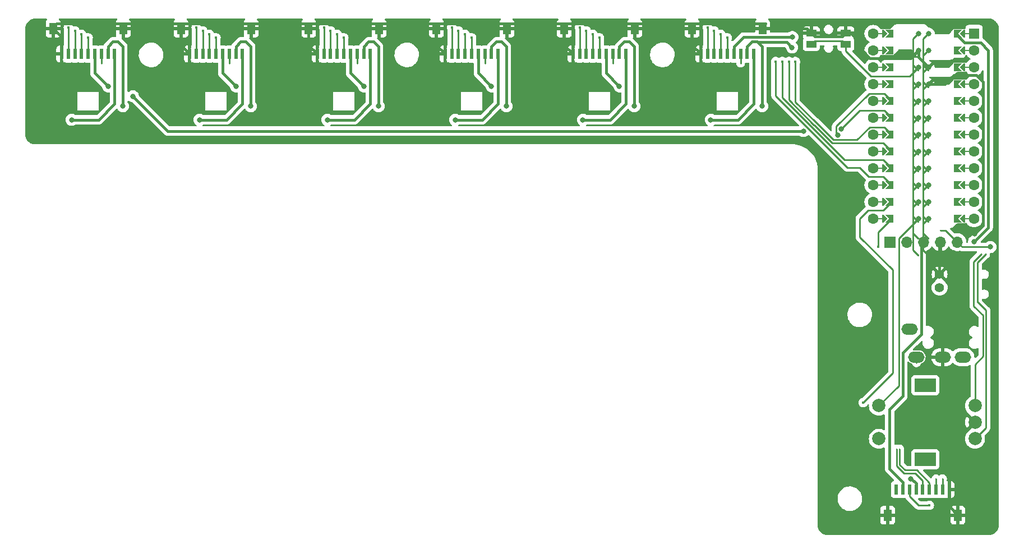
<source format=gbl>
G04 #@! TF.GenerationSoftware,KiCad,Pcbnew,7.0.8*
G04 #@! TF.CreationDate,2023-10-17T10:22:28-07:00*
G04 #@! TF.ProjectId,Seismos_CoreL,53656973-6d6f-4735-9f43-6f72654c2e6b,rev?*
G04 #@! TF.SameCoordinates,Original*
G04 #@! TF.FileFunction,Copper,L2,Bot*
G04 #@! TF.FilePolarity,Positive*
%FSLAX46Y46*%
G04 Gerber Fmt 4.6, Leading zero omitted, Abs format (unit mm)*
G04 Created by KiCad (PCBNEW 7.0.8) date 2023-10-17 10:22:28*
%MOMM*%
%LPD*%
G01*
G04 APERTURE LIST*
G04 Aperture macros list*
%AMFreePoly0*
4,1,5,0.125000,-0.500000,-0.125000,-0.500000,-0.125000,0.500000,0.125000,0.500000,0.125000,-0.500000,0.125000,-0.500000,$1*%
%AMFreePoly1*
4,1,6,0.600000,0.200000,0.000000,-0.400000,-0.600000,0.200000,-0.600000,0.400000,0.600000,0.400000,0.600000,0.200000,0.600000,0.200000,$1*%
%AMFreePoly2*
4,1,49,0.004652,0.123753,0.008918,0.124682,0.028635,0.117327,0.062500,0.108253,0.068172,0.102580,0.074910,0.100068,0.087486,0.083266,0.108253,0.062500,0.111163,0.051639,0.117119,0.043683,0.118510,0.024217,0.125000,0.000000,0.121245,-0.014013,0.122144,-0.026571,0.113772,-0.041901,0.108253,-0.062500,0.095633,-0.075119,0.088389,-0.088388,-0.641000,-0.817776,-0.641000,-4.770223,
0.088389,-5.499612,0.109711,-5.528094,0.124682,-5.596918,0.100068,-5.662910,0.043683,-5.705119,-0.026571,-5.710144,-0.088388,-5.676389,-0.854388,-4.910388,-0.867764,-4.892519,-0.871157,-4.889580,-0.871926,-4.886960,-0.875710,-4.881906,-0.882285,-4.851677,-0.891000,-4.822000,-0.891000,-0.766000,-0.887823,-0.743906,-0.888144,-0.739429,-0.886835,-0.737032,-0.885937,-0.730783,-0.869209,-0.704755,
-0.854388,-0.677612,-0.088388,0.088389,-0.064427,0.106325,-0.062500,0.108253,-0.061491,0.108523,-0.059906,0.109711,-0.044779,0.113001,0.000000,0.125000,0.004652,0.123753,0.004652,0.123753,$1*%
%AMFreePoly3*
4,1,6,0.600000,-0.250000,-0.600000,-0.250000,-0.600000,1.000000,0.000000,0.400000,0.600000,1.000000,0.600000,-0.250000,0.600000,-0.250000,$1*%
G04 Aperture macros list end*
G04 #@! TA.AperFunction,ComponentPad*
%ADD10C,2.000000*%
G04 #@! TD*
G04 #@! TA.AperFunction,ComponentPad*
%ADD11R,3.200000X2.000000*%
G04 #@! TD*
G04 #@! TA.AperFunction,ComponentPad*
%ADD12O,2.500000X1.700000*%
G04 #@! TD*
G04 #@! TA.AperFunction,ComponentPad*
%ADD13R,1.700000X1.700000*%
G04 #@! TD*
G04 #@! TA.AperFunction,ComponentPad*
%ADD14O,1.700000X1.700000*%
G04 #@! TD*
G04 #@! TA.AperFunction,ComponentPad*
%ADD15C,1.400000*%
G04 #@! TD*
G04 #@! TA.AperFunction,ComponentPad*
%ADD16C,1.600000*%
G04 #@! TD*
G04 #@! TA.AperFunction,ComponentPad*
%ADD17R,1.600000X1.600000*%
G04 #@! TD*
G04 #@! TA.AperFunction,SMDPad,CuDef*
%ADD18FreePoly0,270.000000*%
G04 #@! TD*
G04 #@! TA.AperFunction,SMDPad,CuDef*
%ADD19FreePoly1,270.000000*%
G04 #@! TD*
G04 #@! TA.AperFunction,SMDPad,CuDef*
%ADD20FreePoly1,90.000000*%
G04 #@! TD*
G04 #@! TA.AperFunction,SMDPad,CuDef*
%ADD21FreePoly0,90.000000*%
G04 #@! TD*
G04 #@! TA.AperFunction,SMDPad,CuDef*
%ADD22FreePoly2,270.000000*%
G04 #@! TD*
G04 #@! TA.AperFunction,ComponentPad*
%ADD23C,0.800000*%
G04 #@! TD*
G04 #@! TA.AperFunction,SMDPad,CuDef*
%ADD24FreePoly3,90.000000*%
G04 #@! TD*
G04 #@! TA.AperFunction,SMDPad,CuDef*
%ADD25FreePoly3,270.000000*%
G04 #@! TD*
G04 #@! TA.AperFunction,SMDPad,CuDef*
%ADD26FreePoly2,90.000000*%
G04 #@! TD*
G04 #@! TA.AperFunction,SMDPad,CuDef*
%ADD27R,0.600000X1.550000*%
G04 #@! TD*
G04 #@! TA.AperFunction,SMDPad,CuDef*
%ADD28R,1.200000X1.800000*%
G04 #@! TD*
G04 #@! TA.AperFunction,SMDPad,CuDef*
%ADD29R,1.550000X1.000000*%
G04 #@! TD*
G04 #@! TA.AperFunction,ViaPad*
%ADD30C,0.400000*%
G04 #@! TD*
G04 #@! TA.AperFunction,ViaPad*
%ADD31C,0.800000*%
G04 #@! TD*
G04 #@! TA.AperFunction,ViaPad*
%ADD32C,0.300000*%
G04 #@! TD*
G04 #@! TA.AperFunction,Conductor*
%ADD33C,0.254000*%
G04 #@! TD*
G04 #@! TA.AperFunction,Conductor*
%ADD34C,0.381000*%
G04 #@! TD*
G04 APERTURE END LIST*
D10*
X173390000Y-83460000D03*
X173390000Y-78460000D03*
X173390000Y-80960000D03*
D11*
X165890000Y-86560000D03*
X165890000Y-75360000D03*
D10*
X158890000Y-78460000D03*
X158890000Y-83460000D03*
D12*
X164530000Y-71125000D03*
X168530000Y-71125000D03*
X171530000Y-71125000D03*
X163530000Y-66925000D03*
D13*
X160556000Y-53766000D03*
D14*
X163096000Y-53766000D03*
X165636000Y-53766000D03*
X168176000Y-53766000D03*
X170716000Y-53766000D03*
D15*
X168050500Y-58632000D03*
X168050500Y-60632000D03*
D16*
X173256000Y-22286000D03*
D17*
X173256000Y-22286000D03*
D18*
X171986000Y-22286000D03*
D19*
X171478000Y-22286000D03*
D20*
X159794000Y-22286000D03*
D21*
X159286000Y-22286000D03*
D16*
X158016000Y-22286000D03*
X173256000Y-24826000D03*
D18*
X171986000Y-24826000D03*
D19*
X171478000Y-24826000D03*
D20*
X159794000Y-24826000D03*
D21*
X159286000Y-24826000D03*
D16*
X158016000Y-24826000D03*
X173256000Y-27366000D03*
D18*
X171986000Y-27366000D03*
D19*
X171478000Y-27366000D03*
D20*
X159794000Y-27366000D03*
D21*
X159286000Y-27366000D03*
D16*
X158016000Y-27366000D03*
X173256000Y-29906000D03*
D18*
X171986000Y-29906000D03*
D19*
X171478000Y-29906000D03*
D20*
X159794000Y-29906000D03*
D21*
X159286000Y-29906000D03*
D16*
X158016000Y-29906000D03*
X173256000Y-32446000D03*
D18*
X171986000Y-32446000D03*
D19*
X171478000Y-32446000D03*
D20*
X159794000Y-32446000D03*
D21*
X159286000Y-32446000D03*
D16*
X158016000Y-32446000D03*
X173256000Y-34986000D03*
D18*
X171986000Y-34986000D03*
D19*
X171478000Y-34986000D03*
D20*
X159794000Y-34986000D03*
D21*
X159286000Y-34986000D03*
D16*
X158016000Y-34986000D03*
X173256000Y-37526000D03*
D18*
X171986000Y-37526000D03*
D19*
X171478000Y-37526000D03*
D20*
X159794000Y-37526000D03*
D21*
X159286000Y-37526000D03*
D16*
X158016000Y-37526000D03*
X173256000Y-40066000D03*
D18*
X171986000Y-40066000D03*
D19*
X171478000Y-40066000D03*
D20*
X159794000Y-40066000D03*
D21*
X159286000Y-40066000D03*
D16*
X158016000Y-40066000D03*
X173256000Y-42606000D03*
D18*
X171986000Y-42606000D03*
D19*
X171478000Y-42606000D03*
D20*
X159794000Y-42606000D03*
D21*
X159286000Y-42606000D03*
D16*
X158016000Y-42606000D03*
X173256000Y-45146000D03*
D18*
X171986000Y-45146000D03*
D19*
X171478000Y-45146000D03*
D20*
X159794000Y-45146000D03*
D21*
X159286000Y-45146000D03*
D16*
X158016000Y-45146000D03*
X173256000Y-47686000D03*
D18*
X171986000Y-47686000D03*
D19*
X171478000Y-47686000D03*
D20*
X159794000Y-47686000D03*
D21*
X159286000Y-47686000D03*
D16*
X158016000Y-47686000D03*
X173256000Y-50226000D03*
D18*
X171986000Y-50226000D03*
D19*
X171478000Y-50226000D03*
D20*
X159794000Y-50226000D03*
D21*
X159286000Y-50226000D03*
D16*
X158016000Y-50226000D03*
D22*
X166398000Y-22286000D03*
D23*
X166398000Y-22286000D03*
D24*
X160810000Y-22286000D03*
D22*
X166398000Y-24826000D03*
D23*
X166398000Y-24826000D03*
D24*
X160810000Y-24826000D03*
D22*
X166398000Y-27366000D03*
D23*
X166398000Y-27366000D03*
D24*
X160810000Y-27366000D03*
D22*
X166398000Y-29906000D03*
D23*
X166398000Y-29906000D03*
D24*
X160810000Y-29906000D03*
D22*
X166398000Y-32446000D03*
D23*
X166398000Y-32446000D03*
D24*
X160810000Y-32446000D03*
D22*
X166398000Y-34986000D03*
D23*
X166398000Y-34986000D03*
D24*
X160810000Y-34986000D03*
D22*
X166398000Y-37526000D03*
D23*
X166398000Y-37526000D03*
D24*
X160810000Y-37526000D03*
D22*
X166398000Y-40066000D03*
D23*
X166398000Y-40066000D03*
D24*
X160810000Y-40066000D03*
D22*
X166398000Y-42606000D03*
D23*
X166398000Y-42606000D03*
D24*
X160810000Y-42606000D03*
D22*
X166398000Y-45146000D03*
D23*
X166398000Y-45146000D03*
D24*
X160810000Y-45146000D03*
D22*
X166398000Y-47686000D03*
D23*
X166398000Y-47686000D03*
D24*
X160810000Y-47686000D03*
D22*
X166398000Y-50226000D03*
D23*
X166398000Y-50226000D03*
D24*
X160810000Y-50226000D03*
D25*
X170462000Y-50226000D03*
D26*
X164874000Y-50226000D03*
D23*
X164874000Y-50226000D03*
D25*
X170462000Y-47686000D03*
D26*
X164874000Y-47686000D03*
D23*
X164874000Y-47686000D03*
D25*
X170462000Y-45146000D03*
D26*
X164874000Y-45146000D03*
D23*
X164874000Y-45146000D03*
D25*
X170462000Y-42606000D03*
D26*
X164874000Y-42606000D03*
D23*
X164874000Y-42606000D03*
D25*
X170462000Y-40066000D03*
D26*
X164874000Y-40066000D03*
D23*
X164874000Y-40066000D03*
D25*
X170462000Y-37526000D03*
D26*
X164874000Y-37526000D03*
D23*
X164874000Y-37526000D03*
D25*
X170462000Y-34986000D03*
D26*
X164874000Y-34986000D03*
D23*
X164874000Y-34986000D03*
D25*
X170462000Y-32446000D03*
D26*
X164874000Y-32446000D03*
D23*
X164874000Y-32446000D03*
D25*
X170462000Y-29906000D03*
D26*
X164874000Y-29906000D03*
D23*
X164874000Y-29906000D03*
D25*
X170462000Y-27366000D03*
D26*
X164874000Y-27366000D03*
D23*
X164874000Y-27366000D03*
D25*
X170462000Y-24826000D03*
D26*
X164874000Y-24826000D03*
D23*
X164874000Y-24826000D03*
D25*
X170462000Y-22286000D03*
D26*
X164874000Y-22286000D03*
D23*
X164874000Y-22286000D03*
D27*
X35500000Y-25375000D03*
X36500000Y-25375000D03*
X37500000Y-25375000D03*
X38500000Y-25375000D03*
X39500000Y-25375000D03*
X40500000Y-25375000D03*
X41500000Y-25375000D03*
X42500000Y-25375000D03*
X43500000Y-25375000D03*
D28*
X34200000Y-21500000D03*
X44800000Y-21500000D03*
D27*
X54800000Y-25375000D03*
X55800000Y-25375000D03*
X56800000Y-25375000D03*
X57800000Y-25375000D03*
X58800000Y-25375000D03*
X59800000Y-25375000D03*
X60800000Y-25375000D03*
X61800000Y-25375000D03*
X62800000Y-25375000D03*
D28*
X53500000Y-21500000D03*
X64100000Y-21500000D03*
D29*
X153887500Y-23899500D03*
X153887500Y-22199500D03*
X148687500Y-23899500D03*
X148687500Y-22199500D03*
D27*
X132000000Y-25375000D03*
X133000000Y-25375000D03*
X134000000Y-25375000D03*
X135000000Y-25375000D03*
X136000000Y-25375000D03*
X137000000Y-25375000D03*
X138000000Y-25375000D03*
X139000000Y-25375000D03*
X140000000Y-25375000D03*
D28*
X130700000Y-21500000D03*
X141300000Y-21500000D03*
D27*
X169500000Y-91125000D03*
X168500000Y-91125000D03*
X167500000Y-91125000D03*
X166500000Y-91125000D03*
X165500000Y-91125000D03*
X164500000Y-91125000D03*
X163500000Y-91125000D03*
X162500000Y-91125000D03*
X161500000Y-91125000D03*
D28*
X170800000Y-95000000D03*
X160200000Y-95000000D03*
D27*
X93400000Y-25375000D03*
X94400000Y-25375000D03*
X95400000Y-25375000D03*
X96400000Y-25375000D03*
X97400000Y-25375000D03*
X98400000Y-25375000D03*
X99400000Y-25375000D03*
X100400000Y-25375000D03*
X101400000Y-25375000D03*
D28*
X92100000Y-21500000D03*
X102700000Y-21500000D03*
D27*
X74100000Y-25375000D03*
X75100000Y-25375000D03*
X76100000Y-25375000D03*
X77100000Y-25375000D03*
X78100000Y-25375000D03*
X79100000Y-25375000D03*
X80100000Y-25375000D03*
X81100000Y-25375000D03*
X82100000Y-25375000D03*
D28*
X72800000Y-21500000D03*
X83400000Y-21500000D03*
D27*
X112700000Y-25375000D03*
X113700000Y-25375000D03*
X114700000Y-25375000D03*
X115700000Y-25375000D03*
X116700000Y-25375000D03*
X117700000Y-25375000D03*
X118700000Y-25375000D03*
X119700000Y-25375000D03*
X120700000Y-25375000D03*
D28*
X111400000Y-21500000D03*
X122000000Y-21500000D03*
D30*
X134000000Y-21866500D03*
X133000000Y-21340000D03*
X136000000Y-22919500D03*
X135000000Y-22393000D03*
X114700000Y-21866500D03*
X113700000Y-21340000D03*
X116700000Y-22919500D03*
X115700000Y-22393000D03*
X95400000Y-21866500D03*
X94400000Y-21340000D03*
X97400000Y-22919500D03*
X96400000Y-22393000D03*
X76100000Y-21866500D03*
X75100000Y-21340000D03*
X78100000Y-22919500D03*
X77100000Y-22393000D03*
X56800000Y-21866500D03*
X55800000Y-21340000D03*
X58800000Y-22919500D03*
X57800000Y-22393000D03*
X36500000Y-21340000D03*
X37500000Y-21866500D03*
X38500000Y-22393000D03*
X39500000Y-22919500D03*
D31*
X163700000Y-89500000D03*
X130701900Y-31749300D03*
X53501900Y-31749300D03*
X173309500Y-52525500D03*
X111401900Y-31749300D03*
X34201900Y-31749300D03*
X72801900Y-31749300D03*
D32*
X168530000Y-66047000D03*
D31*
X151300000Y-29975000D03*
X92101900Y-31749300D03*
D32*
X168500000Y-89500000D03*
D30*
X146282509Y-26503500D03*
D32*
X152385000Y-38319500D03*
X151908500Y-38796000D03*
D30*
X145283006Y-26503500D03*
D32*
X167500000Y-89500000D03*
X151454500Y-39075000D03*
X162039006Y-85000000D03*
D30*
X144283503Y-26503500D03*
D32*
X150995000Y-39382552D03*
D30*
X143284000Y-26503500D03*
D32*
X161539503Y-85000000D03*
D31*
X64050000Y-33250000D03*
X121950000Y-33250000D03*
X83350000Y-33250000D03*
X102650000Y-33250000D03*
X145775000Y-24375000D03*
X141250000Y-33250000D03*
X44750000Y-33250000D03*
X153152500Y-36702815D03*
X152698500Y-37593000D03*
X145824000Y-22794000D03*
D32*
X138000000Y-26750000D03*
X118700000Y-26750000D03*
X99400000Y-26750000D03*
X80100000Y-26750000D03*
X60800000Y-26750000D03*
X41500000Y-26750000D03*
D31*
X173276468Y-53676468D03*
D32*
X175000000Y-55600000D03*
X174363063Y-55563063D03*
D31*
X133500000Y-35300000D03*
X119700000Y-30250000D03*
X114200000Y-35300000D03*
X100400000Y-30250000D03*
X94900000Y-35300000D03*
X81100000Y-30250000D03*
X75600000Y-35300000D03*
X61800000Y-30250000D03*
X56300000Y-35300000D03*
X42500000Y-30250000D03*
X37000000Y-35300000D03*
D30*
X156500000Y-78000000D03*
D31*
X175726500Y-54500000D03*
D32*
X168176000Y-52004000D03*
D31*
X147500000Y-37000000D03*
X46250000Y-31750000D03*
D30*
X158750000Y-54500000D03*
X166500000Y-93500000D03*
D33*
X136000000Y-22919500D02*
X136000000Y-25375000D01*
X135000000Y-22393000D02*
X135000000Y-25375000D01*
X134000000Y-21866500D02*
X134000000Y-25375000D01*
X133000000Y-21290000D02*
X133000000Y-21340000D01*
X133000000Y-25375000D02*
X133000000Y-21290000D01*
X116700000Y-22919500D02*
X116700000Y-25375000D01*
X115700000Y-22393000D02*
X115700000Y-25375000D01*
X114700000Y-21866500D02*
X114700000Y-25375000D01*
X113700000Y-21290000D02*
X113700000Y-21340000D01*
X113700000Y-25375000D02*
X113700000Y-21290000D01*
X97400000Y-22919500D02*
X97400000Y-25375000D01*
X96400000Y-22393000D02*
X96400000Y-25375000D01*
X95400000Y-21866500D02*
X95400000Y-25375000D01*
X94400000Y-21290000D02*
X94400000Y-21340000D01*
X94400000Y-25375000D02*
X94400000Y-21290000D01*
X78100000Y-22919500D02*
X78100000Y-25375000D01*
X77100000Y-22393000D02*
X77100000Y-25375000D01*
X76100000Y-21866500D02*
X76100000Y-25375000D01*
X75100000Y-21290000D02*
X75100000Y-21340000D01*
X75100000Y-25375000D02*
X75100000Y-21290000D01*
X58800000Y-22919500D02*
X58800000Y-25375000D01*
X57800000Y-22393000D02*
X57800000Y-25375000D01*
X56800000Y-21866500D02*
X56800000Y-25375000D01*
X55800000Y-21290000D02*
X55800000Y-21340000D01*
X55800000Y-25375000D02*
X55800000Y-21290000D01*
X39500000Y-22919500D02*
X39500000Y-25375000D01*
X38500000Y-22393000D02*
X38500000Y-25375000D01*
X37500000Y-21866500D02*
X37500000Y-25375000D01*
X36500000Y-21290000D02*
X36500000Y-21340000D01*
D34*
X163700000Y-89500000D02*
X163800000Y-89500000D01*
X163800000Y-89500000D02*
X164500000Y-90200000D01*
X164500000Y-90200000D02*
X164500000Y-91125000D01*
D33*
X165500000Y-91125000D02*
X165500000Y-89768144D01*
X165500000Y-89768144D02*
X164385856Y-88654000D01*
X164385856Y-88654000D02*
X162653999Y-88654000D01*
X162653999Y-88654000D02*
X161539503Y-87539503D01*
X161539503Y-87539503D02*
X161539503Y-85000000D01*
X166500000Y-91125000D02*
X166500000Y-90096000D01*
X166500000Y-90096000D02*
X164604000Y-88200000D01*
X164604000Y-88200000D02*
X162842052Y-88200000D01*
X162842052Y-88200000D02*
X162039006Y-87396954D01*
X162039006Y-87396954D02*
X162039006Y-85000000D01*
D34*
X153887500Y-22199500D02*
X154662500Y-22199500D01*
X35500000Y-25375000D02*
X35500000Y-22800000D01*
X166400000Y-60282500D02*
X168050500Y-58632000D01*
X174600000Y-51235000D02*
X174600000Y-29566378D01*
X130700000Y-31747400D02*
X130701900Y-31749300D01*
X173633622Y-28600000D02*
X170200000Y-28600000D01*
X34200000Y-31747400D02*
X34201900Y-31749300D01*
X149187500Y-22699500D02*
X153387500Y-22699500D01*
X92100000Y-31747400D02*
X92101900Y-31749300D01*
X168530000Y-66047000D02*
X166400000Y-63917000D01*
X169500000Y-91125000D02*
X169500000Y-93700000D01*
X147988000Y-21500000D02*
X148687500Y-22199500D01*
X72800000Y-31747400D02*
X72801900Y-31749300D01*
X72800000Y-24075000D02*
X72800000Y-21500000D01*
X153387500Y-22699500D02*
X153887500Y-22199500D01*
X112700000Y-25375000D02*
X111400000Y-24075000D01*
X170800000Y-95000000D02*
X160200000Y-95000000D01*
X130700000Y-24075000D02*
X130700000Y-21500000D01*
X154662500Y-22199500D02*
X156200000Y-23737000D01*
X168894000Y-29906000D02*
X166398000Y-29906000D01*
X132000000Y-25375000D02*
X130700000Y-24075000D01*
X169500000Y-91125000D02*
X169500000Y-84850000D01*
X173309500Y-52525500D02*
X174600000Y-51235000D01*
X35500000Y-22800000D02*
X34200000Y-21500000D01*
X53500000Y-21500000D02*
X53500000Y-31747400D01*
X168530000Y-71997000D02*
X168530000Y-66047000D01*
X34750000Y-20750000D02*
X141750000Y-20750000D01*
X173390000Y-80960000D02*
X168530000Y-76100000D01*
X164874000Y-24826000D02*
X164874000Y-25842000D01*
X163683500Y-26016500D02*
X164874000Y-24826000D01*
X34200000Y-21500000D02*
X34200000Y-21300000D01*
X148687500Y-22199500D02*
X149187500Y-22699500D01*
X169500000Y-84850000D02*
X173390000Y-80960000D01*
X168050500Y-58632000D02*
X168050500Y-53891500D01*
X34200000Y-21300000D02*
X34750000Y-20750000D01*
X74100000Y-25375000D02*
X72800000Y-24075000D01*
X93400000Y-25375000D02*
X92100000Y-24075000D01*
X168530000Y-76100000D02*
X168530000Y-71997000D01*
X53500000Y-31747400D02*
X53501900Y-31749300D01*
X53500000Y-24075000D02*
X53500000Y-21500000D01*
X111400000Y-24075000D02*
X111400000Y-21500000D01*
X54800000Y-25375000D02*
X53500000Y-24075000D01*
X111400000Y-21500000D02*
X111400000Y-31747400D01*
X166400000Y-63917000D02*
X166400000Y-60282500D01*
X174600000Y-29566378D02*
X173633622Y-28600000D01*
X169500000Y-93700000D02*
X170800000Y-95000000D01*
X157522878Y-26016500D02*
X163683500Y-26016500D01*
X170200000Y-28600000D02*
X168894000Y-29906000D01*
X130700000Y-21500000D02*
X130700000Y-31747400D01*
X92100000Y-21500000D02*
X92100000Y-31747400D01*
X164874000Y-25842000D02*
X166398000Y-27366000D01*
X34200000Y-21500000D02*
X34200000Y-31747400D01*
X111400000Y-31747400D02*
X111401900Y-31749300D01*
X72800000Y-21500000D02*
X72800000Y-31747400D01*
X141300000Y-21500000D02*
X147988000Y-21500000D01*
X156200000Y-24693622D02*
X157522878Y-26016500D01*
X92100000Y-24075000D02*
X92100000Y-21500000D01*
X168050500Y-53891500D02*
X168176000Y-53766000D01*
X156200000Y-23737000D02*
X156200000Y-24693622D01*
D33*
X146282509Y-32618905D02*
X146282509Y-26503500D01*
X149323053Y-35606000D02*
X149269604Y-35606000D01*
X155555500Y-38319500D02*
X157476000Y-36399000D01*
X36500000Y-25375000D02*
X36500000Y-21290000D01*
X152385000Y-38319500D02*
X152036552Y-38319500D01*
X157476000Y-36399000D02*
X159683000Y-36399000D01*
X159683000Y-36399000D02*
X160810000Y-37526000D01*
X152036552Y-38319500D02*
X149323053Y-35606000D01*
X152385000Y-38319500D02*
X155555500Y-38319500D01*
X149269604Y-35606000D02*
X146282509Y-32618905D01*
X168500000Y-91125000D02*
X168500000Y-89500000D01*
X149081552Y-36060000D02*
X145283006Y-32261454D01*
X151871000Y-38796000D02*
X149135000Y-36060000D01*
X151908500Y-38796000D02*
X159540000Y-38796000D01*
X145283006Y-32261454D02*
X145283006Y-26503500D01*
X151908500Y-38796000D02*
X151871000Y-38796000D01*
X149135000Y-36060000D02*
X149081552Y-36060000D01*
X167500000Y-91125000D02*
X167500000Y-89500000D01*
X159540000Y-38796000D02*
X160810000Y-40066000D01*
X159534419Y-41330419D02*
X160810000Y-42606000D01*
X151454500Y-39075000D02*
X153709919Y-41330419D01*
X144283503Y-31904003D02*
X144283503Y-26503500D01*
X151454500Y-39075000D02*
X144283503Y-31904003D01*
X153709919Y-41330419D02*
X159534419Y-41330419D01*
X150995000Y-39382552D02*
X143284000Y-31671552D01*
X154112448Y-42500000D02*
X156000000Y-42500000D01*
X156000000Y-42500000D02*
X157376000Y-43876000D01*
X159540000Y-43876000D02*
X160810000Y-45146000D01*
X157376000Y-43876000D02*
X159540000Y-43876000D01*
X143284000Y-31671552D02*
X143284000Y-26503500D01*
X150995000Y-39382552D02*
X154112448Y-42500000D01*
D34*
X101150000Y-23500000D02*
X101900000Y-23500000D01*
X64050000Y-24250000D02*
X64050000Y-33250000D01*
X101900000Y-23500000D02*
X102650000Y-24250000D01*
X121950000Y-24250000D02*
X121950000Y-33250000D01*
X81100000Y-25375000D02*
X81100000Y-24250000D01*
X144984500Y-23584500D02*
X140584500Y-23584500D01*
X141250000Y-24250000D02*
X141250000Y-33250000D01*
X61800000Y-25375000D02*
X61800000Y-24250000D01*
X165289500Y-67705989D02*
X162500000Y-70495489D01*
X139000000Y-24250000D02*
X139750000Y-23500000D01*
X145775000Y-24375000D02*
X144984500Y-23584500D01*
X62550000Y-23500000D02*
X63300000Y-23500000D01*
X42500000Y-25375000D02*
X42500000Y-24250000D01*
X140500000Y-23500000D02*
X141250000Y-24250000D01*
X140584500Y-23584500D02*
X140500000Y-23500000D01*
X83350000Y-24250000D02*
X83350000Y-33250000D01*
X119700000Y-25375000D02*
X119700000Y-24250000D01*
X160500000Y-88000000D02*
X162500000Y-90000000D01*
X82600000Y-23500000D02*
X83350000Y-24250000D01*
X42500000Y-24250000D02*
X43250000Y-23500000D01*
X121200000Y-23500000D02*
X121950000Y-24250000D01*
X162500000Y-70495489D02*
X162500000Y-77000000D01*
X44000000Y-23500000D02*
X44750000Y-24250000D01*
X100400000Y-25375000D02*
X100400000Y-24250000D01*
X165636000Y-53766000D02*
X165289500Y-54112500D01*
X162500000Y-77000000D02*
X160500000Y-79000000D01*
X102650000Y-24250000D02*
X102650000Y-33250000D01*
X165289500Y-54112500D02*
X165289500Y-67705989D01*
X63300000Y-23500000D02*
X64050000Y-24250000D01*
X160500000Y-79000000D02*
X160500000Y-88000000D01*
X43250000Y-23500000D02*
X44000000Y-23500000D01*
X81850000Y-23500000D02*
X82600000Y-23500000D01*
X119700000Y-24250000D02*
X120450000Y-23500000D01*
X81100000Y-24250000D02*
X81850000Y-23500000D01*
X100400000Y-24250000D02*
X101150000Y-23500000D01*
X139750000Y-23500000D02*
X140500000Y-23500000D01*
X61800000Y-24250000D02*
X62550000Y-23500000D01*
X162500000Y-90000000D02*
X162500000Y-91125000D01*
X139000000Y-25375000D02*
X139000000Y-24250000D01*
X120450000Y-23500000D02*
X121200000Y-23500000D01*
X44750000Y-24250000D02*
X44750000Y-33250000D01*
D33*
X155996315Y-33859000D02*
X159683000Y-33859000D01*
X159683000Y-33859000D02*
X160810000Y-34986000D01*
X153152500Y-36702815D02*
X155996315Y-33859000D01*
X152698500Y-37593000D02*
X152425500Y-37320000D01*
X152425500Y-36299500D02*
X157406000Y-31319000D01*
X157406000Y-31319000D02*
X159683000Y-31319000D01*
X152425500Y-37320000D02*
X152425500Y-36299500D01*
X159683000Y-31319000D02*
X160810000Y-32446000D01*
D34*
X138425000Y-22794000D02*
X145824000Y-22794000D01*
X137000000Y-25375000D02*
X137000000Y-24219000D01*
X137000000Y-24219000D02*
X138425000Y-22794000D01*
D33*
X138000000Y-26750000D02*
X138000000Y-25375000D01*
X118700000Y-26750000D02*
X118700000Y-25375000D01*
X99400000Y-26750000D02*
X99400000Y-25375000D01*
X80100000Y-26750000D02*
X80100000Y-25375000D01*
X60800000Y-26750000D02*
X60800000Y-25375000D01*
X161919000Y-75431000D02*
X161919000Y-53181000D01*
X41500000Y-26750000D02*
X41500000Y-25375000D01*
X161919000Y-53181000D02*
X164874000Y-50226000D01*
X158890000Y-78460000D02*
X161919000Y-75431000D01*
D34*
X174235500Y-23635500D02*
X171811500Y-23635500D01*
X175400000Y-24800000D02*
X174235500Y-23635500D01*
X175400000Y-51552936D02*
X175400000Y-24800000D01*
X173276468Y-53676468D02*
X175400000Y-51552936D01*
X171811500Y-23635500D02*
X170462000Y-22286000D01*
D33*
X163552000Y-28688000D02*
X164874000Y-27366000D01*
X153887500Y-23899500D02*
X153887500Y-24937500D01*
X153887500Y-24937500D02*
X157638000Y-28688000D01*
X153387500Y-23399500D02*
X153887500Y-23899500D01*
X148687500Y-23899500D02*
X149187500Y-23399500D01*
X149187500Y-23399500D02*
X153387500Y-23399500D01*
X157638000Y-28688000D02*
X163552000Y-28688000D01*
X173800000Y-56800000D02*
X173800000Y-62854000D01*
X175054000Y-64054000D02*
X175054000Y-81796000D01*
X175054000Y-81796000D02*
X173390000Y-83460000D01*
X173854000Y-62854000D02*
X175054000Y-64054000D01*
X175000000Y-55600000D02*
X173800000Y-56800000D01*
X173800000Y-62854000D02*
X173854000Y-62854000D01*
X174600000Y-64800000D02*
X174600000Y-71000000D01*
X174363063Y-55563063D02*
X173200000Y-56726126D01*
X173200000Y-56726126D02*
X173200000Y-63400000D01*
X173390000Y-72210000D02*
X173390000Y-78460000D01*
X173200000Y-63400000D02*
X174600000Y-64800000D01*
X174600000Y-71000000D02*
X173390000Y-72210000D01*
D34*
X140000000Y-32900000D02*
X137600000Y-35300000D01*
X137600000Y-35300000D02*
X133500000Y-35300000D01*
X140000000Y-25375000D02*
X140000000Y-32900000D01*
X119700000Y-30250000D02*
X117700000Y-28250000D01*
X117700000Y-28250000D02*
X117700000Y-25375000D01*
X120700000Y-25375000D02*
X120700000Y-32900000D01*
X118300000Y-35300000D02*
X114200000Y-35300000D01*
X120700000Y-32900000D02*
X118300000Y-35300000D01*
X98400000Y-28250000D02*
X98400000Y-25375000D01*
X100400000Y-30250000D02*
X98400000Y-28250000D01*
X99000000Y-35300000D02*
X94900000Y-35300000D01*
X101400000Y-32900000D02*
X99000000Y-35300000D01*
X101400000Y-25375000D02*
X101400000Y-32900000D01*
X79100000Y-28250000D02*
X79100000Y-25375000D01*
X81100000Y-30250000D02*
X79100000Y-28250000D01*
X79700000Y-35300000D02*
X75600000Y-35300000D01*
X82100000Y-25375000D02*
X82100000Y-32900000D01*
X82100000Y-32900000D02*
X79700000Y-35300000D01*
X59800000Y-28250000D02*
X59800000Y-25375000D01*
X61800000Y-30250000D02*
X59800000Y-28250000D01*
X62800000Y-25375000D02*
X62800000Y-32900000D01*
X60400000Y-35300000D02*
X56300000Y-35300000D01*
X62800000Y-32900000D02*
X60400000Y-35300000D01*
X40500000Y-28250000D02*
X40500000Y-25375000D01*
X42500000Y-30250000D02*
X40500000Y-28250000D01*
X43500000Y-25375000D02*
X43500000Y-32900000D01*
X43500000Y-32900000D02*
X41100000Y-35300000D01*
X41100000Y-35300000D02*
X37000000Y-35300000D01*
D33*
X164557000Y-71970000D02*
X164530000Y-71997000D01*
X157254000Y-48956000D02*
X159540000Y-48956000D01*
X156000000Y-50210000D02*
X157254000Y-48956000D01*
X156000000Y-53000000D02*
X156000000Y-50210000D01*
X159540000Y-48956000D02*
X160810000Y-47686000D01*
X156500000Y-78000000D02*
X160946000Y-73554000D01*
X160946000Y-57946000D02*
X156000000Y-53000000D01*
X160946000Y-73554000D02*
X160946000Y-57946000D01*
X168176000Y-52004000D02*
X168954000Y-52004000D01*
X171450000Y-54500000D02*
X175726500Y-54500000D01*
X170716000Y-53766000D02*
X171450000Y-54500000D01*
X168954000Y-52004000D02*
X170716000Y-53766000D01*
D34*
X147500000Y-37000000D02*
X51500000Y-37000000D01*
X51500000Y-37000000D02*
X46250000Y-31750000D01*
D33*
X158750000Y-54500000D02*
X158750000Y-52286000D01*
X158750000Y-52286000D02*
X160810000Y-50226000D01*
X163500000Y-91125000D02*
X163500000Y-92154000D01*
X164846000Y-93500000D02*
X166500000Y-93500000D01*
X163500000Y-92154000D02*
X164846000Y-93500000D01*
G04 #@! TA.AperFunction,Conductor*
G36*
X174644864Y-50678907D02*
G01*
X174690199Y-50732073D01*
X174701000Y-50782688D01*
X174701000Y-51212038D01*
X174681315Y-51279077D01*
X174664681Y-51299719D01*
X173226575Y-52737824D01*
X173165252Y-52771309D01*
X173164676Y-52771433D01*
X172994181Y-52807673D01*
X172819714Y-52885351D01*
X172665213Y-52997603D01*
X172537427Y-53139525D01*
X172441941Y-53304911D01*
X172441938Y-53304918D01*
X172388118Y-53470561D01*
X172382926Y-53486540D01*
X172362964Y-53676468D01*
X172367839Y-53722853D01*
X172368332Y-53727538D01*
X172355763Y-53796268D01*
X172308031Y-53847292D01*
X172245011Y-53864500D01*
X172201468Y-53864500D01*
X172134429Y-53844815D01*
X172088674Y-53792011D01*
X172077892Y-53750740D01*
X172060565Y-53541640D01*
X172060563Y-53541628D01*
X172046612Y-53486536D01*
X172005296Y-53323384D01*
X171914860Y-53117209D01*
X171903749Y-53100203D01*
X171798900Y-52939719D01*
X171791722Y-52928732D01*
X171791719Y-52928729D01*
X171791715Y-52928723D01*
X171639243Y-52763097D01*
X171639238Y-52763092D01*
X171461577Y-52624812D01*
X171461572Y-52624808D01*
X171263580Y-52517661D01*
X171263577Y-52517659D01*
X171263574Y-52517658D01*
X171263571Y-52517657D01*
X171263569Y-52517656D01*
X171050637Y-52444556D01*
X170828569Y-52407500D01*
X170603431Y-52407500D01*
X170381366Y-52444555D01*
X170379382Y-52445058D01*
X170378544Y-52445026D01*
X170376306Y-52445400D01*
X170376229Y-52444939D01*
X170309562Y-52442430D01*
X170261265Y-52412532D01*
X169686236Y-51837503D01*
X169652751Y-51776180D01*
X169657735Y-51706488D01*
X169699607Y-51650555D01*
X169765068Y-51626138D01*
X169795911Y-51623933D01*
X169818642Y-51618988D01*
X169818641Y-51618987D01*
X169836137Y-51615181D01*
X169836138Y-51615182D01*
X169860341Y-51609917D01*
X169867632Y-51608331D01*
X169867646Y-51608327D01*
X169867710Y-51608314D01*
X169878765Y-51604188D01*
X169882944Y-51602798D01*
X169906516Y-51595879D01*
X169906517Y-51595880D01*
X169911123Y-51594528D01*
X169911179Y-51594512D01*
X169938126Y-51582204D01*
X169942175Y-51580527D01*
X170004706Y-51557194D01*
X170012505Y-51551353D01*
X170035316Y-51537816D01*
X170044186Y-51533766D01*
X170094647Y-51490037D01*
X170098063Y-51487285D01*
X170121750Y-51469549D01*
X170125142Y-51466156D01*
X170125141Y-51466155D01*
X170142585Y-51448708D01*
X170145832Y-51445685D01*
X170147950Y-51443849D01*
X170154691Y-51438008D01*
X170162339Y-51429180D01*
X170165325Y-51425971D01*
X170626512Y-50964785D01*
X170687834Y-50931303D01*
X170714192Y-50928469D01*
X171462002Y-50928469D01*
X171501208Y-50920670D01*
X171501208Y-50920669D01*
X171501213Y-50920669D01*
X171501217Y-50920666D01*
X171512493Y-50915996D01*
X171512924Y-50917038D01*
X171567788Y-50899860D01*
X171627415Y-50916218D01*
X171627507Y-50915996D01*
X171629274Y-50916728D01*
X171635168Y-50918345D01*
X171638774Y-50920663D01*
X171638784Y-50920667D01*
X171638787Y-50920669D01*
X171638790Y-50920669D01*
X171638791Y-50920670D01*
X171677997Y-50928469D01*
X171678000Y-50928469D01*
X171878002Y-50928469D01*
X171917208Y-50920670D01*
X171917208Y-50920669D01*
X171917213Y-50920669D01*
X171950457Y-50898457D01*
X171950457Y-50898456D01*
X171960614Y-50891671D01*
X171961797Y-50893441D01*
X172009190Y-50867563D01*
X172035548Y-50864729D01*
X172041309Y-50864729D01*
X172108348Y-50884414D01*
X172142882Y-50917603D01*
X172249802Y-51070300D01*
X172411700Y-51232198D01*
X172599251Y-51363523D01*
X172706934Y-51413736D01*
X172806750Y-51460281D01*
X172806752Y-51460281D01*
X172806757Y-51460284D01*
X173027913Y-51519543D01*
X173168149Y-51531812D01*
X173255998Y-51539498D01*
X173256000Y-51539498D01*
X173256002Y-51539498D01*
X173321517Y-51533766D01*
X173484087Y-51519543D01*
X173705243Y-51460284D01*
X173912749Y-51363523D01*
X174100300Y-51232198D01*
X174262198Y-51070300D01*
X174393523Y-50882749D01*
X174464618Y-50730283D01*
X174510790Y-50677844D01*
X174577983Y-50658692D01*
X174644864Y-50678907D01*
G37*
G04 #@! TD.AperFunction*
G04 #@! TA.AperFunction,Conductor*
G36*
X174644864Y-48138907D02*
G01*
X174690199Y-48192073D01*
X174701000Y-48242688D01*
X174701000Y-49669311D01*
X174681315Y-49736350D01*
X174628511Y-49782105D01*
X174559353Y-49792049D01*
X174495797Y-49763024D01*
X174464618Y-49721715D01*
X174419984Y-49625997D01*
X174393523Y-49569251D01*
X174262198Y-49381700D01*
X174100300Y-49219802D01*
X173912749Y-49088477D01*
X173903004Y-49083933D01*
X173869655Y-49068382D01*
X173817215Y-49022210D01*
X173798063Y-48955017D01*
X173818278Y-48888136D01*
X173869655Y-48843618D01*
X173872882Y-48842112D01*
X173912749Y-48823523D01*
X174100300Y-48692198D01*
X174262198Y-48530300D01*
X174393523Y-48342749D01*
X174464618Y-48190283D01*
X174510790Y-48137844D01*
X174577983Y-48118692D01*
X174644864Y-48138907D01*
G37*
G04 #@! TD.AperFunction*
G04 #@! TA.AperFunction,Conductor*
G36*
X174644864Y-45598907D02*
G01*
X174690199Y-45652073D01*
X174701000Y-45702688D01*
X174701000Y-47129311D01*
X174681315Y-47196350D01*
X174628511Y-47242105D01*
X174559353Y-47252049D01*
X174495797Y-47223024D01*
X174464618Y-47181715D01*
X174419984Y-47085997D01*
X174393523Y-47029251D01*
X174262198Y-46841700D01*
X174100300Y-46679802D01*
X173912749Y-46548477D01*
X173903004Y-46543933D01*
X173869655Y-46528382D01*
X173817215Y-46482210D01*
X173798063Y-46415017D01*
X173818278Y-46348136D01*
X173869655Y-46303618D01*
X173872882Y-46302112D01*
X173912749Y-46283523D01*
X174100300Y-46152198D01*
X174262198Y-45990300D01*
X174393523Y-45802749D01*
X174464618Y-45650283D01*
X174510790Y-45597844D01*
X174577983Y-45578692D01*
X174644864Y-45598907D01*
G37*
G04 #@! TD.AperFunction*
G04 #@! TA.AperFunction,Conductor*
G36*
X174644864Y-43058907D02*
G01*
X174690199Y-43112073D01*
X174701000Y-43162688D01*
X174701000Y-44589311D01*
X174681315Y-44656350D01*
X174628511Y-44702105D01*
X174559353Y-44712049D01*
X174495797Y-44683024D01*
X174464618Y-44641715D01*
X174419984Y-44545997D01*
X174393523Y-44489251D01*
X174262198Y-44301700D01*
X174100300Y-44139802D01*
X173912749Y-44008477D01*
X173903004Y-44003933D01*
X173869655Y-43988382D01*
X173817215Y-43942210D01*
X173798063Y-43875017D01*
X173818278Y-43808136D01*
X173869655Y-43763618D01*
X173872882Y-43762112D01*
X173912749Y-43743523D01*
X174100300Y-43612198D01*
X174262198Y-43450300D01*
X174393523Y-43262749D01*
X174464618Y-43110283D01*
X174510790Y-43057844D01*
X174577983Y-43038692D01*
X174644864Y-43058907D01*
G37*
G04 #@! TD.AperFunction*
G04 #@! TA.AperFunction,Conductor*
G36*
X174644864Y-40518907D02*
G01*
X174690199Y-40572073D01*
X174701000Y-40622688D01*
X174701000Y-42049311D01*
X174681315Y-42116350D01*
X174628511Y-42162105D01*
X174559353Y-42172049D01*
X174495797Y-42143024D01*
X174464618Y-42101715D01*
X174432052Y-42031878D01*
X174393523Y-41949251D01*
X174262198Y-41761700D01*
X174100300Y-41599802D01*
X173912749Y-41468477D01*
X173903004Y-41463933D01*
X173869655Y-41448382D01*
X173817215Y-41402210D01*
X173798063Y-41335017D01*
X173818278Y-41268136D01*
X173869655Y-41223618D01*
X173872882Y-41222112D01*
X173912749Y-41203523D01*
X174100300Y-41072198D01*
X174262198Y-40910300D01*
X174393523Y-40722749D01*
X174464618Y-40570283D01*
X174510790Y-40517844D01*
X174577983Y-40498692D01*
X174644864Y-40518907D01*
G37*
G04 #@! TD.AperFunction*
G04 #@! TA.AperFunction,Conductor*
G36*
X174644864Y-37978907D02*
G01*
X174690199Y-38032073D01*
X174701000Y-38082688D01*
X174701000Y-39509311D01*
X174681315Y-39576350D01*
X174628511Y-39622105D01*
X174559353Y-39632049D01*
X174495797Y-39603024D01*
X174464618Y-39561715D01*
X174403898Y-39431500D01*
X174393523Y-39409251D01*
X174262198Y-39221700D01*
X174100300Y-39059802D01*
X173912749Y-38928477D01*
X173903004Y-38923933D01*
X173869655Y-38908382D01*
X173817215Y-38862210D01*
X173798063Y-38795017D01*
X173818278Y-38728136D01*
X173869655Y-38683618D01*
X173872882Y-38682112D01*
X173912749Y-38663523D01*
X174100300Y-38532198D01*
X174262198Y-38370300D01*
X174393523Y-38182749D01*
X174464618Y-38030283D01*
X174510790Y-37977844D01*
X174577983Y-37958692D01*
X174644864Y-37978907D01*
G37*
G04 #@! TD.AperFunction*
G04 #@! TA.AperFunction,Conductor*
G36*
X174644864Y-35438907D02*
G01*
X174690199Y-35492073D01*
X174701000Y-35542688D01*
X174701000Y-36969311D01*
X174681315Y-37036350D01*
X174628511Y-37082105D01*
X174559353Y-37092049D01*
X174495797Y-37063024D01*
X174464618Y-37021715D01*
X174404477Y-36892743D01*
X174393523Y-36869251D01*
X174262198Y-36681700D01*
X174100300Y-36519802D01*
X173912749Y-36388477D01*
X173903004Y-36383933D01*
X173869655Y-36368382D01*
X173817215Y-36322210D01*
X173798063Y-36255017D01*
X173818278Y-36188136D01*
X173869655Y-36143618D01*
X173872882Y-36142112D01*
X173912749Y-36123523D01*
X174100300Y-35992198D01*
X174262198Y-35830300D01*
X174393523Y-35642749D01*
X174464618Y-35490283D01*
X174510790Y-35437844D01*
X174577983Y-35418692D01*
X174644864Y-35438907D01*
G37*
G04 #@! TD.AperFunction*
G04 #@! TA.AperFunction,Conductor*
G36*
X174644864Y-32898907D02*
G01*
X174690199Y-32952073D01*
X174701000Y-33002688D01*
X174701000Y-34429311D01*
X174681315Y-34496350D01*
X174628511Y-34542105D01*
X174559353Y-34552049D01*
X174495797Y-34523024D01*
X174464618Y-34481715D01*
X174419984Y-34385997D01*
X174393523Y-34329251D01*
X174262198Y-34141700D01*
X174100300Y-33979802D01*
X173912749Y-33848477D01*
X173903004Y-33843933D01*
X173869655Y-33828382D01*
X173817215Y-33782210D01*
X173798063Y-33715017D01*
X173818278Y-33648136D01*
X173869655Y-33603618D01*
X173872882Y-33602112D01*
X173912749Y-33583523D01*
X174100300Y-33452198D01*
X174262198Y-33290300D01*
X174393523Y-33102749D01*
X174464618Y-32950283D01*
X174510790Y-32897844D01*
X174577983Y-32878692D01*
X174644864Y-32898907D01*
G37*
G04 #@! TD.AperFunction*
G04 #@! TA.AperFunction,Conductor*
G36*
X174644864Y-30358907D02*
G01*
X174690199Y-30412073D01*
X174701000Y-30462688D01*
X174701000Y-31889311D01*
X174681315Y-31956350D01*
X174628511Y-32002105D01*
X174559353Y-32012049D01*
X174495797Y-31983024D01*
X174464618Y-31941715D01*
X174412916Y-31830840D01*
X174393523Y-31789251D01*
X174262198Y-31601700D01*
X174100300Y-31439802D01*
X173912749Y-31308477D01*
X173903004Y-31303933D01*
X173869655Y-31288382D01*
X173817215Y-31242210D01*
X173798063Y-31175017D01*
X173818278Y-31108136D01*
X173869655Y-31063618D01*
X173872882Y-31062112D01*
X173912749Y-31043523D01*
X174100300Y-30912198D01*
X174262198Y-30750300D01*
X174393523Y-30562749D01*
X174464618Y-30410283D01*
X174510790Y-30357844D01*
X174577983Y-30338692D01*
X174644864Y-30358907D01*
G37*
G04 #@! TD.AperFunction*
G04 #@! TA.AperFunction,Conductor*
G36*
X172108348Y-28024414D02*
G01*
X172142882Y-28057603D01*
X172249802Y-28210300D01*
X172411700Y-28372198D01*
X172599251Y-28503523D01*
X172642345Y-28523618D01*
X172694784Y-28569791D01*
X172713936Y-28636984D01*
X172693720Y-28703865D01*
X172642345Y-28748382D01*
X172599251Y-28768476D01*
X172480041Y-28851949D01*
X172411700Y-28899802D01*
X172411698Y-28899803D01*
X172411695Y-28899806D01*
X172249806Y-29061695D01*
X172249803Y-29061698D01*
X172249802Y-29061700D01*
X172145025Y-29211337D01*
X172142884Y-29214395D01*
X172088306Y-29258020D01*
X172041309Y-29267271D01*
X172035548Y-29267271D01*
X171968509Y-29247586D01*
X171954114Y-29235986D01*
X171922647Y-29214962D01*
X171917213Y-29211331D01*
X171917211Y-29211330D01*
X171917208Y-29211329D01*
X171878002Y-29203531D01*
X171878000Y-29203531D01*
X171678000Y-29203531D01*
X171677998Y-29203531D01*
X171638791Y-29211329D01*
X171627507Y-29216004D01*
X171627075Y-29214962D01*
X171572203Y-29232139D01*
X171512586Y-29215779D01*
X171512493Y-29216004D01*
X171510701Y-29215261D01*
X171504824Y-29213649D01*
X171501228Y-29211337D01*
X171501208Y-29211329D01*
X171462002Y-29203531D01*
X171462000Y-29203531D01*
X170212000Y-29203531D01*
X170211998Y-29203531D01*
X170172791Y-29211329D01*
X170172785Y-29211332D01*
X170139542Y-29233542D01*
X170117332Y-29266785D01*
X170117329Y-29266791D01*
X170109531Y-29305997D01*
X170109531Y-29311509D01*
X170089846Y-29378548D01*
X170059844Y-29410774D01*
X170036310Y-29428391D01*
X170036293Y-29428406D01*
X169467749Y-29996952D01*
X169406426Y-30030437D01*
X169380068Y-30033271D01*
X167426957Y-30033271D01*
X167359918Y-30013586D01*
X167314163Y-29960782D01*
X167303651Y-29912461D01*
X167303636Y-29912463D01*
X167303621Y-29912325D01*
X167302957Y-29909271D01*
X167302957Y-29906002D01*
X167283180Y-29717845D01*
X167224721Y-29537927D01*
X167224718Y-29537920D01*
X167186253Y-29471297D01*
X166660601Y-29996952D01*
X166599278Y-30030437D01*
X166572920Y-30033271D01*
X166558692Y-30033271D01*
X166598000Y-29951649D01*
X166598000Y-29860351D01*
X166558387Y-29778095D01*
X166487008Y-29721173D01*
X166420532Y-29706000D01*
X166375468Y-29706000D01*
X166308992Y-29721173D01*
X166237613Y-29778095D01*
X166198000Y-29860351D01*
X166198000Y-29951649D01*
X166237308Y-30033271D01*
X166223080Y-30033271D01*
X166156041Y-30013586D01*
X166135399Y-29996952D01*
X166132128Y-29993681D01*
X166098643Y-29932358D01*
X166103627Y-29862666D01*
X166132128Y-29818319D01*
X166835037Y-29115409D01*
X166677644Y-29045334D01*
X166539729Y-29016019D01*
X166478247Y-28982826D01*
X166444471Y-28921663D01*
X166449123Y-28851949D01*
X166490728Y-28795817D01*
X166556076Y-28771088D01*
X166565510Y-28770729D01*
X169620017Y-28770729D01*
X169646366Y-28773561D01*
X169650061Y-28774365D01*
X169698686Y-28770887D01*
X169703111Y-28770729D01*
X169713978Y-28770729D01*
X169715566Y-28770500D01*
X169724743Y-28769180D01*
X169729102Y-28768711D01*
X169795911Y-28763933D01*
X169818642Y-28758988D01*
X169818641Y-28758987D01*
X169836137Y-28755181D01*
X169836138Y-28755182D01*
X169860332Y-28749919D01*
X169867632Y-28748331D01*
X169867646Y-28748327D01*
X169867710Y-28748314D01*
X169878765Y-28744188D01*
X169882944Y-28742798D01*
X169906516Y-28735879D01*
X169906517Y-28735880D01*
X169911123Y-28734528D01*
X169911179Y-28734512D01*
X169938126Y-28722204D01*
X169942175Y-28720527D01*
X170004706Y-28697194D01*
X170012505Y-28691353D01*
X170035316Y-28677816D01*
X170044186Y-28673766D01*
X170094647Y-28630037D01*
X170098063Y-28627285D01*
X170121750Y-28609549D01*
X170125142Y-28606156D01*
X170125141Y-28606155D01*
X170142585Y-28588708D01*
X170145832Y-28585685D01*
X170147950Y-28583849D01*
X170154691Y-28578008D01*
X170162339Y-28569180D01*
X170165325Y-28565971D01*
X170626512Y-28104785D01*
X170687834Y-28071303D01*
X170714192Y-28068469D01*
X171462002Y-28068469D01*
X171501208Y-28060670D01*
X171501208Y-28060669D01*
X171501213Y-28060669D01*
X171501217Y-28060666D01*
X171512493Y-28055996D01*
X171512924Y-28057038D01*
X171567788Y-28039860D01*
X171627415Y-28056218D01*
X171627507Y-28055996D01*
X171629274Y-28056728D01*
X171635168Y-28058345D01*
X171638774Y-28060663D01*
X171638784Y-28060667D01*
X171638787Y-28060669D01*
X171638790Y-28060669D01*
X171638791Y-28060670D01*
X171677997Y-28068469D01*
X171678000Y-28068469D01*
X171878002Y-28068469D01*
X171917208Y-28060670D01*
X171917208Y-28060669D01*
X171917213Y-28060669D01*
X171950457Y-28038457D01*
X171950457Y-28038456D01*
X171960614Y-28031671D01*
X171961797Y-28033441D01*
X172009190Y-28007563D01*
X172035548Y-28004729D01*
X172041309Y-28004729D01*
X172108348Y-28024414D01*
G37*
G04 #@! TD.AperFunction*
G04 #@! TA.AperFunction,Conductor*
G36*
X174644864Y-27818907D02*
G01*
X174690199Y-27872073D01*
X174701000Y-27922688D01*
X174701000Y-29349311D01*
X174681315Y-29416350D01*
X174628511Y-29462105D01*
X174559353Y-29472049D01*
X174495797Y-29443024D01*
X174464618Y-29401715D01*
X174416765Y-29299095D01*
X174393523Y-29249251D01*
X174262198Y-29061700D01*
X174100300Y-28899802D01*
X173912749Y-28768477D01*
X173903004Y-28763933D01*
X173869655Y-28748382D01*
X173817215Y-28702210D01*
X173798063Y-28635017D01*
X173818278Y-28568136D01*
X173869655Y-28523618D01*
X173872882Y-28522112D01*
X173912749Y-28503523D01*
X174100300Y-28372198D01*
X174262198Y-28210300D01*
X174393523Y-28022749D01*
X174464618Y-27870283D01*
X174510790Y-27817844D01*
X174577983Y-27798692D01*
X174644864Y-27818907D01*
G37*
G04 #@! TD.AperFunction*
G04 #@! TA.AperFunction,Conductor*
G36*
X172109111Y-25507492D02*
G01*
X172165045Y-25549363D01*
X172167324Y-25552510D01*
X172249802Y-25670300D01*
X172411700Y-25832198D01*
X172592710Y-25958943D01*
X172599251Y-25963523D01*
X172642345Y-25983618D01*
X172694784Y-26029791D01*
X172713936Y-26096984D01*
X172693720Y-26163865D01*
X172642345Y-26208382D01*
X172599251Y-26228476D01*
X172518335Y-26285135D01*
X172411700Y-26359802D01*
X172411698Y-26359803D01*
X172411695Y-26359806D01*
X172249806Y-26521695D01*
X172249803Y-26521698D01*
X172249802Y-26521700D01*
X172142884Y-26674395D01*
X172088306Y-26718020D01*
X172041309Y-26727271D01*
X172035548Y-26727271D01*
X171968509Y-26707586D01*
X171954114Y-26695986D01*
X171922647Y-26674962D01*
X171917213Y-26671331D01*
X171917211Y-26671330D01*
X171917208Y-26671329D01*
X171878002Y-26663531D01*
X171878000Y-26663531D01*
X171678000Y-26663531D01*
X171677998Y-26663531D01*
X171638791Y-26671329D01*
X171627507Y-26676004D01*
X171627075Y-26674962D01*
X171572203Y-26692139D01*
X171512586Y-26675779D01*
X171512493Y-26676004D01*
X171510701Y-26675261D01*
X171504824Y-26673649D01*
X171501228Y-26671337D01*
X171501208Y-26671329D01*
X171462002Y-26663531D01*
X171462000Y-26663531D01*
X170212000Y-26663531D01*
X170211998Y-26663531D01*
X170172791Y-26671329D01*
X170172785Y-26671332D01*
X170139542Y-26693542D01*
X170117332Y-26726785D01*
X170117329Y-26726791D01*
X170109531Y-26765997D01*
X170109531Y-26771509D01*
X170089846Y-26838548D01*
X170059844Y-26870774D01*
X170036310Y-26888391D01*
X170036293Y-26888406D01*
X169467749Y-27456952D01*
X169406426Y-27490437D01*
X169380068Y-27493271D01*
X167426957Y-27493271D01*
X167359918Y-27473586D01*
X167314163Y-27420782D01*
X167303651Y-27372461D01*
X167303636Y-27372463D01*
X167303621Y-27372325D01*
X167302957Y-27369271D01*
X167302957Y-27366002D01*
X167283180Y-27177845D01*
X167224721Y-26997927D01*
X167224718Y-26997920D01*
X167186253Y-26931297D01*
X166660601Y-27456952D01*
X166599278Y-27490437D01*
X166572920Y-27493271D01*
X166558692Y-27493271D01*
X166598000Y-27411649D01*
X166598000Y-27320351D01*
X166558387Y-27238095D01*
X166487008Y-27181173D01*
X166420532Y-27166000D01*
X166375468Y-27166000D01*
X166308992Y-27181173D01*
X166237613Y-27238095D01*
X166198000Y-27320351D01*
X166198000Y-27411649D01*
X166237308Y-27493271D01*
X166223080Y-27493271D01*
X166156041Y-27473586D01*
X166135399Y-27456952D01*
X166132128Y-27453681D01*
X166098643Y-27392358D01*
X166103627Y-27322666D01*
X166132128Y-27278319D01*
X166835037Y-26575409D01*
X166677644Y-26505334D01*
X166537353Y-26475514D01*
X166475871Y-26442321D01*
X166442095Y-26381158D01*
X166446747Y-26311444D01*
X166488352Y-26255312D01*
X166553700Y-26230583D01*
X166563134Y-26230224D01*
X169620041Y-26230224D01*
X169646401Y-26233058D01*
X169650098Y-26233861D01*
X169698743Y-26230382D01*
X169703169Y-26230224D01*
X169713977Y-26230224D01*
X169713978Y-26230223D01*
X169724680Y-26228685D01*
X169729084Y-26228211D01*
X169795803Y-26223439D01*
X169867525Y-26207837D01*
X169867596Y-26207821D01*
X169867602Y-26207819D01*
X169878615Y-26203710D01*
X169882837Y-26202304D01*
X169910988Y-26194042D01*
X169911031Y-26194028D01*
X169937902Y-26181755D01*
X169941988Y-26180062D01*
X170004461Y-26156751D01*
X170012245Y-26150923D01*
X170035065Y-26137381D01*
X170043912Y-26133340D01*
X170094314Y-26089663D01*
X170097760Y-26086886D01*
X170121391Y-26069192D01*
X170142191Y-26048387D01*
X170145439Y-26045362D01*
X170154315Y-26037670D01*
X170161962Y-26028844D01*
X170164985Y-26025597D01*
X170215041Y-25975542D01*
X170276364Y-25942058D01*
X170302721Y-25939224D01*
X171461999Y-25939224D01*
X171498615Y-25937915D01*
X171641353Y-25906864D01*
X171641354Y-25906864D01*
X171769564Y-25836856D01*
X171872856Y-25733564D01*
X171942863Y-25605356D01*
X171944612Y-25597319D01*
X171978096Y-25535995D01*
X172039419Y-25502509D01*
X172109111Y-25507492D01*
G37*
G04 #@! TD.AperFunction*
G04 #@! TA.AperFunction,Conductor*
G36*
X163912082Y-24718414D02*
G01*
X163957837Y-24771218D01*
X163968348Y-24819537D01*
X163968364Y-24819536D01*
X163968378Y-24819674D01*
X163969043Y-24822729D01*
X163969043Y-24825996D01*
X163988819Y-25014154D01*
X164047278Y-25194072D01*
X164047281Y-25194079D01*
X164085745Y-25260700D01*
X164611399Y-24735048D01*
X164672722Y-24701563D01*
X164699080Y-24698729D01*
X164713308Y-24698729D01*
X164674000Y-24780351D01*
X164674000Y-24871649D01*
X164713613Y-24953905D01*
X164784992Y-25010827D01*
X164851468Y-25026000D01*
X164896532Y-25026000D01*
X164963008Y-25010827D01*
X165034387Y-24953905D01*
X165074000Y-24871649D01*
X165074000Y-24780351D01*
X165034692Y-24698729D01*
X165048920Y-24698729D01*
X165115959Y-24718414D01*
X165136601Y-24735048D01*
X165139871Y-24738318D01*
X165173356Y-24799641D01*
X165168372Y-24869333D01*
X165139871Y-24913680D01*
X164436961Y-25616589D01*
X164594355Y-25686665D01*
X164734647Y-25716486D01*
X164796129Y-25749679D01*
X164829905Y-25810842D01*
X164825253Y-25880556D01*
X164783648Y-25936688D01*
X164718300Y-25961417D01*
X164708866Y-25961776D01*
X161651957Y-25961776D01*
X161625601Y-25958943D01*
X161621901Y-25958138D01*
X161621899Y-25958138D01*
X161573246Y-25961618D01*
X161568822Y-25961776D01*
X161558018Y-25961776D01*
X161547317Y-25963314D01*
X161542923Y-25963786D01*
X161476194Y-25968561D01*
X161404478Y-25984162D01*
X161404398Y-25984179D01*
X161404393Y-25984180D01*
X161393359Y-25988297D01*
X161389151Y-25989698D01*
X161361019Y-25997956D01*
X161360968Y-25997971D01*
X161334080Y-26010249D01*
X161330001Y-26011939D01*
X161267536Y-26035248D01*
X161267536Y-26035249D01*
X161259744Y-26041083D01*
X161236947Y-26054612D01*
X161228086Y-26058659D01*
X161177687Y-26102333D01*
X161174248Y-26105105D01*
X161150614Y-26122802D01*
X161150597Y-26122817D01*
X161129812Y-26143609D01*
X161126568Y-26146629D01*
X161117683Y-26154329D01*
X161110030Y-26163161D01*
X161107016Y-26166399D01*
X161056959Y-26216456D01*
X160995636Y-26249942D01*
X160969277Y-26252776D01*
X159810001Y-26252776D01*
X159773384Y-26254084D01*
X159630646Y-26285135D01*
X159630645Y-26285135D01*
X159502435Y-26355143D01*
X159399143Y-26458435D01*
X159329135Y-26586645D01*
X159329134Y-26586647D01*
X159327385Y-26594688D01*
X159293897Y-26656010D01*
X159232572Y-26689492D01*
X159162880Y-26684503D01*
X159106949Y-26642629D01*
X159104683Y-26639500D01*
X159022198Y-26521700D01*
X158860300Y-26359802D01*
X158672749Y-26228477D01*
X158629655Y-26208382D01*
X158577215Y-26162210D01*
X158558063Y-26095017D01*
X158578278Y-26028136D01*
X158629655Y-25983618D01*
X158632882Y-25982112D01*
X158672749Y-25963523D01*
X158860300Y-25832198D01*
X159022198Y-25670300D01*
X159129117Y-25517604D01*
X159183694Y-25473980D01*
X159230691Y-25464729D01*
X159236452Y-25464729D01*
X159303491Y-25484414D01*
X159317885Y-25496013D01*
X159321543Y-25498457D01*
X159354787Y-25520669D01*
X159354790Y-25520669D01*
X159354791Y-25520670D01*
X159393997Y-25528469D01*
X159394000Y-25528469D01*
X159594002Y-25528469D01*
X159633208Y-25520670D01*
X159633208Y-25520669D01*
X159633213Y-25520669D01*
X159633217Y-25520666D01*
X159644493Y-25515996D01*
X159644924Y-25517038D01*
X159699782Y-25499860D01*
X159759415Y-25516217D01*
X159759507Y-25515996D01*
X159761266Y-25516725D01*
X159767162Y-25518342D01*
X159770773Y-25520662D01*
X159770783Y-25520666D01*
X159770787Y-25520669D01*
X159770790Y-25520669D01*
X159770791Y-25520670D01*
X159809997Y-25528469D01*
X159810000Y-25528469D01*
X161060002Y-25528469D01*
X161099208Y-25520670D01*
X161099208Y-25520669D01*
X161099213Y-25520669D01*
X161132457Y-25498457D01*
X161154669Y-25465213D01*
X161162469Y-25426000D01*
X161162469Y-25420489D01*
X161182154Y-25353450D01*
X161212157Y-25321223D01*
X161235696Y-25303603D01*
X161804251Y-24735048D01*
X161865574Y-24701563D01*
X161891932Y-24698729D01*
X163845043Y-24698729D01*
X163912082Y-24718414D01*
G37*
G04 #@! TD.AperFunction*
G04 #@! TA.AperFunction,Conductor*
G36*
X33260979Y-20020185D02*
G01*
X33306734Y-20072989D01*
X33316678Y-20142147D01*
X33287653Y-20205703D01*
X33268252Y-20223766D01*
X33242809Y-20242812D01*
X33156649Y-20357906D01*
X33156645Y-20357913D01*
X33106403Y-20492620D01*
X33106401Y-20492627D01*
X33100000Y-20552155D01*
X33100000Y-21250000D01*
X35300000Y-21250000D01*
X35300000Y-20552172D01*
X35299999Y-20552155D01*
X35293598Y-20492627D01*
X35293596Y-20492620D01*
X35243354Y-20357913D01*
X35243350Y-20357906D01*
X35157190Y-20242812D01*
X35131748Y-20223766D01*
X35089878Y-20167832D01*
X35084894Y-20098140D01*
X35118380Y-20036818D01*
X35179703Y-20003333D01*
X35206060Y-20000500D01*
X43793940Y-20000500D01*
X43860979Y-20020185D01*
X43906734Y-20072989D01*
X43916678Y-20142147D01*
X43887653Y-20205703D01*
X43868252Y-20223766D01*
X43842809Y-20242812D01*
X43756649Y-20357906D01*
X43756645Y-20357913D01*
X43706403Y-20492620D01*
X43706401Y-20492627D01*
X43700000Y-20552155D01*
X43700000Y-21250000D01*
X45900000Y-21250000D01*
X45900000Y-20552172D01*
X45899999Y-20552155D01*
X45893598Y-20492627D01*
X45893596Y-20492620D01*
X45843354Y-20357913D01*
X45843350Y-20357906D01*
X45757190Y-20242812D01*
X45731748Y-20223766D01*
X45689878Y-20167832D01*
X45684894Y-20098140D01*
X45718380Y-20036818D01*
X45779703Y-20003333D01*
X45806060Y-20000500D01*
X52493940Y-20000500D01*
X52560979Y-20020185D01*
X52606734Y-20072989D01*
X52616678Y-20142147D01*
X52587653Y-20205703D01*
X52568252Y-20223766D01*
X52542809Y-20242812D01*
X52456649Y-20357906D01*
X52456645Y-20357913D01*
X52406403Y-20492620D01*
X52406401Y-20492627D01*
X52400000Y-20552155D01*
X52400000Y-21250000D01*
X54600000Y-21250000D01*
X54600000Y-20552172D01*
X54599999Y-20552155D01*
X54593598Y-20492627D01*
X54593596Y-20492620D01*
X54543354Y-20357913D01*
X54543350Y-20357906D01*
X54457190Y-20242812D01*
X54431748Y-20223766D01*
X54389878Y-20167832D01*
X54384894Y-20098140D01*
X54418380Y-20036818D01*
X54479703Y-20003333D01*
X54506060Y-20000500D01*
X63093940Y-20000500D01*
X63160979Y-20020185D01*
X63206734Y-20072989D01*
X63216678Y-20142147D01*
X63187653Y-20205703D01*
X63168252Y-20223766D01*
X63142809Y-20242812D01*
X63056649Y-20357906D01*
X63056645Y-20357913D01*
X63006403Y-20492620D01*
X63006401Y-20492627D01*
X63000000Y-20552155D01*
X63000000Y-21250000D01*
X65200000Y-21250000D01*
X65200000Y-20552172D01*
X65199999Y-20552155D01*
X65193598Y-20492627D01*
X65193596Y-20492620D01*
X65143354Y-20357913D01*
X65143350Y-20357906D01*
X65057190Y-20242812D01*
X65031748Y-20223766D01*
X64989878Y-20167832D01*
X64984894Y-20098140D01*
X65018380Y-20036818D01*
X65079703Y-20003333D01*
X65106060Y-20000500D01*
X71793940Y-20000500D01*
X71860979Y-20020185D01*
X71906734Y-20072989D01*
X71916678Y-20142147D01*
X71887653Y-20205703D01*
X71868252Y-20223766D01*
X71842809Y-20242812D01*
X71756649Y-20357906D01*
X71756645Y-20357913D01*
X71706403Y-20492620D01*
X71706401Y-20492627D01*
X71700000Y-20552155D01*
X71700000Y-21250000D01*
X73900000Y-21250000D01*
X73900000Y-20552172D01*
X73899999Y-20552155D01*
X73893598Y-20492627D01*
X73893596Y-20492620D01*
X73843354Y-20357913D01*
X73843350Y-20357906D01*
X73757190Y-20242812D01*
X73731748Y-20223766D01*
X73689878Y-20167832D01*
X73684894Y-20098140D01*
X73718380Y-20036818D01*
X73779703Y-20003333D01*
X73806060Y-20000500D01*
X82393940Y-20000500D01*
X82460979Y-20020185D01*
X82506734Y-20072989D01*
X82516678Y-20142147D01*
X82487653Y-20205703D01*
X82468252Y-20223766D01*
X82442809Y-20242812D01*
X82356649Y-20357906D01*
X82356645Y-20357913D01*
X82306403Y-20492620D01*
X82306401Y-20492627D01*
X82300000Y-20552155D01*
X82300000Y-21250000D01*
X84500000Y-21250000D01*
X84500000Y-20552172D01*
X84499999Y-20552155D01*
X84493598Y-20492627D01*
X84493596Y-20492620D01*
X84443354Y-20357913D01*
X84443350Y-20357906D01*
X84357190Y-20242812D01*
X84331748Y-20223766D01*
X84289878Y-20167832D01*
X84284894Y-20098140D01*
X84318380Y-20036818D01*
X84379703Y-20003333D01*
X84406060Y-20000500D01*
X91093940Y-20000500D01*
X91160979Y-20020185D01*
X91206734Y-20072989D01*
X91216678Y-20142147D01*
X91187653Y-20205703D01*
X91168252Y-20223766D01*
X91142809Y-20242812D01*
X91056649Y-20357906D01*
X91056645Y-20357913D01*
X91006403Y-20492620D01*
X91006401Y-20492627D01*
X91000000Y-20552155D01*
X91000000Y-21250000D01*
X93200000Y-21250000D01*
X93200000Y-20552172D01*
X93199999Y-20552155D01*
X93193598Y-20492627D01*
X93193596Y-20492620D01*
X93143354Y-20357913D01*
X93143350Y-20357906D01*
X93057190Y-20242812D01*
X93031748Y-20223766D01*
X92989878Y-20167832D01*
X92984894Y-20098140D01*
X93018380Y-20036818D01*
X93079703Y-20003333D01*
X93106060Y-20000500D01*
X101693940Y-20000500D01*
X101760979Y-20020185D01*
X101806734Y-20072989D01*
X101816678Y-20142147D01*
X101787653Y-20205703D01*
X101768252Y-20223766D01*
X101742809Y-20242812D01*
X101656649Y-20357906D01*
X101656645Y-20357913D01*
X101606403Y-20492620D01*
X101606401Y-20492627D01*
X101600000Y-20552155D01*
X101600000Y-21250000D01*
X103800000Y-21250000D01*
X103800000Y-20552172D01*
X103799999Y-20552155D01*
X103793598Y-20492627D01*
X103793596Y-20492620D01*
X103743354Y-20357913D01*
X103743350Y-20357906D01*
X103657190Y-20242812D01*
X103631748Y-20223766D01*
X103589878Y-20167832D01*
X103584894Y-20098140D01*
X103618380Y-20036818D01*
X103679703Y-20003333D01*
X103706060Y-20000500D01*
X110393940Y-20000500D01*
X110460979Y-20020185D01*
X110506734Y-20072989D01*
X110516678Y-20142147D01*
X110487653Y-20205703D01*
X110468252Y-20223766D01*
X110442809Y-20242812D01*
X110356649Y-20357906D01*
X110356645Y-20357913D01*
X110306403Y-20492620D01*
X110306401Y-20492627D01*
X110300000Y-20552155D01*
X110300000Y-21250000D01*
X112500000Y-21250000D01*
X112500000Y-20552172D01*
X112499999Y-20552155D01*
X112493598Y-20492627D01*
X112493596Y-20492620D01*
X112443354Y-20357913D01*
X112443350Y-20357906D01*
X112357190Y-20242812D01*
X112331748Y-20223766D01*
X112289878Y-20167832D01*
X112284894Y-20098140D01*
X112318380Y-20036818D01*
X112379703Y-20003333D01*
X112406060Y-20000500D01*
X120993940Y-20000500D01*
X121060979Y-20020185D01*
X121106734Y-20072989D01*
X121116678Y-20142147D01*
X121087653Y-20205703D01*
X121068252Y-20223766D01*
X121042809Y-20242812D01*
X120956649Y-20357906D01*
X120956645Y-20357913D01*
X120906403Y-20492620D01*
X120906401Y-20492627D01*
X120900000Y-20552155D01*
X120900000Y-21250000D01*
X123100000Y-21250000D01*
X123100000Y-20552172D01*
X123099999Y-20552155D01*
X123093598Y-20492627D01*
X123093596Y-20492620D01*
X123043354Y-20357913D01*
X123043350Y-20357906D01*
X122957190Y-20242812D01*
X122931748Y-20223766D01*
X122889878Y-20167832D01*
X122884894Y-20098140D01*
X122918380Y-20036818D01*
X122979703Y-20003333D01*
X123006060Y-20000500D01*
X129693940Y-20000500D01*
X129760979Y-20020185D01*
X129806734Y-20072989D01*
X129816678Y-20142147D01*
X129787653Y-20205703D01*
X129768252Y-20223766D01*
X129742809Y-20242812D01*
X129656649Y-20357906D01*
X129656645Y-20357913D01*
X129606403Y-20492620D01*
X129606401Y-20492627D01*
X129600000Y-20552155D01*
X129600000Y-21250000D01*
X131800000Y-21250000D01*
X131800000Y-20552172D01*
X131799999Y-20552155D01*
X131793598Y-20492627D01*
X131793596Y-20492620D01*
X131743354Y-20357913D01*
X131743350Y-20357906D01*
X131657190Y-20242812D01*
X131631748Y-20223766D01*
X131589878Y-20167832D01*
X131584894Y-20098140D01*
X131618380Y-20036818D01*
X131679703Y-20003333D01*
X131706060Y-20000500D01*
X140293940Y-20000500D01*
X140360979Y-20020185D01*
X140406734Y-20072989D01*
X140416678Y-20142147D01*
X140387653Y-20205703D01*
X140368252Y-20223766D01*
X140342809Y-20242812D01*
X140256649Y-20357906D01*
X140256645Y-20357913D01*
X140206403Y-20492620D01*
X140206401Y-20492627D01*
X140200000Y-20552155D01*
X140200000Y-21250000D01*
X142400000Y-21250000D01*
X142400000Y-20552172D01*
X142399999Y-20552155D01*
X142393598Y-20492627D01*
X142393596Y-20492620D01*
X142343354Y-20357913D01*
X142343350Y-20357906D01*
X142257190Y-20242812D01*
X142231748Y-20223766D01*
X142189878Y-20167832D01*
X142184894Y-20098140D01*
X142218380Y-20036818D01*
X142279703Y-20003333D01*
X142306060Y-20000500D01*
X175497787Y-20000500D01*
X175502207Y-20000657D01*
X175569755Y-20005489D01*
X175716644Y-20017049D01*
X175724947Y-20018274D01*
X175819760Y-20038899D01*
X175936225Y-20066860D01*
X175943401Y-20069051D01*
X176039737Y-20104983D01*
X176117922Y-20137368D01*
X176145856Y-20148939D01*
X176151847Y-20151805D01*
X176242937Y-20201543D01*
X176245580Y-20203073D01*
X176340903Y-20261488D01*
X176345643Y-20264705D01*
X176429440Y-20327435D01*
X176432520Y-20329898D01*
X176516937Y-20401997D01*
X176520513Y-20405303D01*
X176594695Y-20479485D01*
X176598001Y-20483061D01*
X176670094Y-20567471D01*
X176672576Y-20570574D01*
X176735289Y-20654349D01*
X176738521Y-20659111D01*
X176796910Y-20754393D01*
X176798463Y-20757076D01*
X176848193Y-20848151D01*
X176851059Y-20854141D01*
X176895014Y-20960256D01*
X176901720Y-20978234D01*
X176930942Y-21056582D01*
X176933140Y-21063781D01*
X176961098Y-21180231D01*
X176981723Y-21275044D01*
X176982950Y-21283367D01*
X176994517Y-21430331D01*
X176999342Y-21497789D01*
X176999500Y-21502213D01*
X176999500Y-96497786D01*
X176999342Y-96502210D01*
X176994517Y-96569668D01*
X176982950Y-96716632D01*
X176981723Y-96724955D01*
X176961101Y-96819755D01*
X176933140Y-96936217D01*
X176930942Y-96943416D01*
X176895016Y-97039739D01*
X176851059Y-97145857D01*
X176848193Y-97151847D01*
X176798463Y-97242922D01*
X176796910Y-97245605D01*
X176738521Y-97340887D01*
X176735289Y-97345649D01*
X176672576Y-97429424D01*
X176670087Y-97432536D01*
X176598001Y-97516937D01*
X176594695Y-97520513D01*
X176520513Y-97594695D01*
X176516937Y-97598001D01*
X176432536Y-97670087D01*
X176429424Y-97672576D01*
X176345649Y-97735289D01*
X176340887Y-97738521D01*
X176245605Y-97796910D01*
X176242922Y-97798463D01*
X176151847Y-97848193D01*
X176145857Y-97851059D01*
X176039739Y-97895016D01*
X175943416Y-97930942D01*
X175936217Y-97933140D01*
X175819755Y-97961101D01*
X175724955Y-97981723D01*
X175716632Y-97982950D01*
X175569668Y-97994517D01*
X175521555Y-97997958D01*
X175502208Y-97999342D01*
X175497786Y-97999500D01*
X151136214Y-97999500D01*
X151131791Y-97999342D01*
X151103525Y-97997320D01*
X151064331Y-97994517D01*
X150917366Y-97982950D01*
X150909043Y-97981723D01*
X150814244Y-97961101D01*
X150697781Y-97933140D01*
X150690582Y-97930942D01*
X150594260Y-97895016D01*
X150488141Y-97851059D01*
X150482151Y-97848193D01*
X150391076Y-97798463D01*
X150388393Y-97796910D01*
X150293106Y-97738517D01*
X150288349Y-97735289D01*
X150204574Y-97672576D01*
X150201471Y-97670094D01*
X150117061Y-97598001D01*
X150113485Y-97594695D01*
X150039303Y-97520513D01*
X150035997Y-97516937D01*
X149963898Y-97432520D01*
X149961435Y-97429440D01*
X149898705Y-97345643D01*
X149895488Y-97340903D01*
X149837073Y-97245580D01*
X149835535Y-97242922D01*
X149785805Y-97151847D01*
X149782939Y-97145856D01*
X149771368Y-97117922D01*
X149738983Y-97039737D01*
X149703051Y-96943401D01*
X149700860Y-96936225D01*
X149672899Y-96819760D01*
X149652274Y-96724947D01*
X149651049Y-96716644D01*
X149639489Y-96569755D01*
X149634657Y-96502207D01*
X149634500Y-96497787D01*
X149634500Y-95250000D01*
X159100000Y-95250000D01*
X159100000Y-95947844D01*
X159106401Y-96007372D01*
X159106403Y-96007379D01*
X159156645Y-96142086D01*
X159156649Y-96142093D01*
X159242809Y-96257187D01*
X159242812Y-96257190D01*
X159357906Y-96343350D01*
X159357913Y-96343354D01*
X159492620Y-96393596D01*
X159492627Y-96393598D01*
X159552155Y-96399999D01*
X159552172Y-96400000D01*
X159950000Y-96400000D01*
X159950000Y-95250000D01*
X160450000Y-95250000D01*
X160450000Y-96400000D01*
X160847828Y-96400000D01*
X160847844Y-96399999D01*
X160907372Y-96393598D01*
X160907379Y-96393596D01*
X161042086Y-96343354D01*
X161042093Y-96343350D01*
X161157187Y-96257190D01*
X161157190Y-96257187D01*
X161243350Y-96142093D01*
X161243354Y-96142086D01*
X161293596Y-96007379D01*
X161293598Y-96007372D01*
X161299999Y-95947844D01*
X161300000Y-95947827D01*
X161300000Y-95250000D01*
X169700000Y-95250000D01*
X169700000Y-95947844D01*
X169706401Y-96007372D01*
X169706403Y-96007379D01*
X169756645Y-96142086D01*
X169756649Y-96142093D01*
X169842809Y-96257187D01*
X169842812Y-96257190D01*
X169957906Y-96343350D01*
X169957913Y-96343354D01*
X170092620Y-96393596D01*
X170092627Y-96393598D01*
X170152155Y-96399999D01*
X170152172Y-96400000D01*
X170550000Y-96400000D01*
X170550000Y-95250000D01*
X171050000Y-95250000D01*
X171050000Y-96400000D01*
X171447828Y-96400000D01*
X171447844Y-96399999D01*
X171507372Y-96393598D01*
X171507379Y-96393596D01*
X171642086Y-96343354D01*
X171642093Y-96343350D01*
X171757187Y-96257190D01*
X171757190Y-96257187D01*
X171843350Y-96142093D01*
X171843354Y-96142086D01*
X171893596Y-96007379D01*
X171893598Y-96007372D01*
X171899999Y-95947844D01*
X171900000Y-95947827D01*
X171900000Y-95250000D01*
X171050000Y-95250000D01*
X170550000Y-95250000D01*
X169700000Y-95250000D01*
X161300000Y-95250000D01*
X160450000Y-95250000D01*
X159950000Y-95250000D01*
X159100000Y-95250000D01*
X149634500Y-95250000D01*
X149634500Y-94750000D01*
X159100000Y-94750000D01*
X159950000Y-94750000D01*
X159950000Y-93600000D01*
X160450000Y-93600000D01*
X160450000Y-94750000D01*
X161300000Y-94750000D01*
X169700000Y-94750000D01*
X170550000Y-94750000D01*
X170550000Y-93600000D01*
X171050000Y-93600000D01*
X171050000Y-94750000D01*
X171900000Y-94750000D01*
X171900000Y-94052172D01*
X171899999Y-94052155D01*
X171893598Y-93992627D01*
X171893596Y-93992620D01*
X171843354Y-93857913D01*
X171843350Y-93857906D01*
X171757190Y-93742812D01*
X171757187Y-93742809D01*
X171642093Y-93656649D01*
X171642086Y-93656645D01*
X171507379Y-93606403D01*
X171507372Y-93606401D01*
X171447844Y-93600000D01*
X171050000Y-93600000D01*
X170550000Y-93600000D01*
X170152155Y-93600000D01*
X170092627Y-93606401D01*
X170092620Y-93606403D01*
X169957913Y-93656645D01*
X169957906Y-93656649D01*
X169842812Y-93742809D01*
X169842809Y-93742812D01*
X169756649Y-93857906D01*
X169756645Y-93857913D01*
X169706403Y-93992620D01*
X169706401Y-93992627D01*
X169700000Y-94052155D01*
X169700000Y-94750000D01*
X161300000Y-94750000D01*
X161300000Y-94052172D01*
X161299999Y-94052155D01*
X161293598Y-93992627D01*
X161293596Y-93992620D01*
X161243354Y-93857913D01*
X161243350Y-93857906D01*
X161157190Y-93742812D01*
X161157187Y-93742809D01*
X161042093Y-93656649D01*
X161042086Y-93656645D01*
X160907379Y-93606403D01*
X160907372Y-93606401D01*
X160847844Y-93600000D01*
X160450000Y-93600000D01*
X159950000Y-93600000D01*
X159552155Y-93600000D01*
X159492627Y-93606401D01*
X159492620Y-93606403D01*
X159357913Y-93656645D01*
X159357906Y-93656649D01*
X159242812Y-93742809D01*
X159242809Y-93742812D01*
X159156649Y-93857906D01*
X159156645Y-93857913D01*
X159106403Y-93992620D01*
X159106401Y-93992627D01*
X159100000Y-94052155D01*
X159100000Y-94750000D01*
X149634500Y-94750000D01*
X149634500Y-92567763D01*
X152645787Y-92567763D01*
X152675413Y-92837013D01*
X152675415Y-92837024D01*
X152725010Y-93026727D01*
X152743928Y-93099088D01*
X152849870Y-93348390D01*
X152921998Y-93466575D01*
X152990979Y-93579605D01*
X152990986Y-93579615D01*
X153164253Y-93787819D01*
X153164259Y-93787824D01*
X153269240Y-93881887D01*
X153365998Y-93968582D01*
X153591910Y-94118044D01*
X153837176Y-94233020D01*
X153837183Y-94233022D01*
X153837185Y-94233023D01*
X154096557Y-94311057D01*
X154096564Y-94311058D01*
X154096569Y-94311060D01*
X154364561Y-94350500D01*
X154364566Y-94350500D01*
X154567636Y-94350500D01*
X154619133Y-94346730D01*
X154770156Y-94335677D01*
X154882758Y-94310593D01*
X155034546Y-94276782D01*
X155034548Y-94276781D01*
X155034553Y-94276780D01*
X155287558Y-94180014D01*
X155523777Y-94047441D01*
X155738177Y-93881888D01*
X155926186Y-93686881D01*
X156083799Y-93466579D01*
X156157787Y-93322669D01*
X156207649Y-93225690D01*
X156207651Y-93225684D01*
X156207656Y-93225675D01*
X156295118Y-92969305D01*
X156344319Y-92702933D01*
X156354212Y-92432235D01*
X156324586Y-92162982D01*
X156256072Y-91900912D01*
X156150130Y-91651610D01*
X156009018Y-91420390D01*
X156007845Y-91418981D01*
X155835746Y-91212180D01*
X155835740Y-91212175D01*
X155634002Y-91031418D01*
X155408092Y-90881957D01*
X155408090Y-90881956D01*
X155162824Y-90766980D01*
X155162819Y-90766978D01*
X155162814Y-90766976D01*
X154903442Y-90688942D01*
X154903428Y-90688939D01*
X154787791Y-90671921D01*
X154635439Y-90649500D01*
X154432369Y-90649500D01*
X154432364Y-90649500D01*
X154229844Y-90664323D01*
X154229831Y-90664325D01*
X153965453Y-90723217D01*
X153965446Y-90723220D01*
X153712439Y-90819987D01*
X153476226Y-90952557D01*
X153261822Y-91118112D01*
X153073822Y-91313109D01*
X153073816Y-91313116D01*
X152916202Y-91533419D01*
X152916199Y-91533424D01*
X152792350Y-91774309D01*
X152792343Y-91774327D01*
X152704884Y-92030685D01*
X152704882Y-92030695D01*
X152661926Y-92263260D01*
X152655681Y-92297068D01*
X152655680Y-92297075D01*
X152645787Y-92567763D01*
X149634500Y-92567763D01*
X149634500Y-64817763D01*
X154145787Y-64817763D01*
X154175413Y-65087013D01*
X154175415Y-65087024D01*
X154243926Y-65349082D01*
X154243928Y-65349088D01*
X154349870Y-65598390D01*
X154421998Y-65716575D01*
X154490979Y-65829605D01*
X154490986Y-65829615D01*
X154664253Y-66037819D01*
X154664259Y-66037824D01*
X154734151Y-66100447D01*
X154865998Y-66218582D01*
X155091910Y-66368044D01*
X155337176Y-66483020D01*
X155337183Y-66483022D01*
X155337185Y-66483023D01*
X155596557Y-66561057D01*
X155596564Y-66561058D01*
X155596569Y-66561060D01*
X155864561Y-66600500D01*
X155864566Y-66600500D01*
X156067636Y-66600500D01*
X156119133Y-66596730D01*
X156270156Y-66585677D01*
X156382758Y-66560593D01*
X156534546Y-66526782D01*
X156534548Y-66526781D01*
X156534553Y-66526780D01*
X156787558Y-66430014D01*
X157023777Y-66297441D01*
X157238177Y-66131888D01*
X157426186Y-65936881D01*
X157583799Y-65716579D01*
X157657787Y-65572669D01*
X157707649Y-65475690D01*
X157707651Y-65475684D01*
X157707656Y-65475675D01*
X157795118Y-65219305D01*
X157844319Y-64952933D01*
X157854212Y-64682235D01*
X157824586Y-64412982D01*
X157756072Y-64150912D01*
X157650130Y-63901610D01*
X157509018Y-63670390D01*
X157507845Y-63668981D01*
X157335746Y-63462180D01*
X157335740Y-63462175D01*
X157134002Y-63281418D01*
X156908092Y-63131957D01*
X156908090Y-63131956D01*
X156662824Y-63016980D01*
X156662819Y-63016978D01*
X156662814Y-63016976D01*
X156403442Y-62938942D01*
X156403428Y-62938939D01*
X156287791Y-62921921D01*
X156135439Y-62899500D01*
X155932369Y-62899500D01*
X155932364Y-62899500D01*
X155729844Y-62914323D01*
X155729831Y-62914325D01*
X155465453Y-62973217D01*
X155465446Y-62973220D01*
X155212439Y-63069987D01*
X154976226Y-63202557D01*
X154761822Y-63368112D01*
X154573822Y-63563109D01*
X154573816Y-63563116D01*
X154416202Y-63783419D01*
X154416199Y-63783424D01*
X154292350Y-64024309D01*
X154292343Y-64024327D01*
X154204884Y-64280685D01*
X154204881Y-64280699D01*
X154155681Y-64547068D01*
X154155680Y-64547075D01*
X154145787Y-64817763D01*
X149634500Y-64817763D01*
X149634500Y-42622805D01*
X149633481Y-42612464D01*
X149597802Y-42250209D01*
X149566272Y-42091697D01*
X149524766Y-41883028D01*
X149524763Y-41883017D01*
X149524762Y-41883014D01*
X149524761Y-41883008D01*
X149416080Y-41524733D01*
X149272805Y-41178837D01*
X149271386Y-41176183D01*
X149096322Y-40848660D01*
X149096321Y-40848658D01*
X149096316Y-40848649D01*
X148888313Y-40537351D01*
X148650799Y-40247939D01*
X148650798Y-40247938D01*
X148650794Y-40247933D01*
X148386066Y-39983205D01*
X148096654Y-39745691D01*
X148096653Y-39745690D01*
X148096649Y-39745687D01*
X147785351Y-39537684D01*
X147785346Y-39537681D01*
X147785339Y-39537677D01*
X147455170Y-39361198D01*
X147455165Y-39361196D01*
X147109268Y-39217920D01*
X146750982Y-39109236D01*
X146750971Y-39109233D01*
X146383797Y-39036199D01*
X146383780Y-39036196D01*
X146102025Y-39008445D01*
X146011198Y-38999500D01*
X146011195Y-38999500D01*
X31502214Y-38999500D01*
X31497791Y-38999342D01*
X31469525Y-38997320D01*
X31430331Y-38994517D01*
X31283366Y-38982950D01*
X31275043Y-38981723D01*
X31180244Y-38961101D01*
X31063781Y-38933140D01*
X31056582Y-38930942D01*
X30995284Y-38908079D01*
X30960256Y-38895014D01*
X30854141Y-38851059D01*
X30848151Y-38848193D01*
X30757076Y-38798463D01*
X30754393Y-38796910D01*
X30738678Y-38787280D01*
X30659106Y-38738517D01*
X30654349Y-38735289D01*
X30612927Y-38704281D01*
X30570567Y-38672570D01*
X30567471Y-38670094D01*
X30483061Y-38598001D01*
X30479485Y-38594695D01*
X30405303Y-38520513D01*
X30401997Y-38516937D01*
X30396359Y-38510336D01*
X30329898Y-38432520D01*
X30327435Y-38429440D01*
X30264705Y-38345643D01*
X30261488Y-38340903D01*
X30203073Y-38245580D01*
X30201535Y-38242922D01*
X30193643Y-38228469D01*
X30151805Y-38151847D01*
X30148939Y-38145856D01*
X30137368Y-38117922D01*
X30104983Y-38039737D01*
X30069051Y-37943401D01*
X30066860Y-37936225D01*
X30038899Y-37819760D01*
X30018274Y-37724947D01*
X30017049Y-37716644D01*
X30005489Y-37569755D01*
X30000657Y-37502207D01*
X30000500Y-37497787D01*
X30000500Y-33898289D01*
X37873816Y-33898289D01*
X37873859Y-33922401D01*
X37873900Y-33922499D01*
X37874016Y-33922782D01*
X37874018Y-33922784D01*
X37874208Y-33922862D01*
X37874400Y-33922941D01*
X37874402Y-33922939D01*
X37899016Y-33922924D01*
X37899016Y-33922928D01*
X37899160Y-33922900D01*
X41050040Y-33922900D01*
X41050183Y-33922928D01*
X41050184Y-33922924D01*
X41074797Y-33922939D01*
X41074800Y-33922941D01*
X41075183Y-33922783D01*
X41075300Y-33922499D01*
X41075341Y-33922400D01*
X41075340Y-33922397D01*
X41075383Y-33898289D01*
X41075300Y-33897867D01*
X41075300Y-31102359D01*
X41075328Y-31102216D01*
X41075324Y-31102216D01*
X41075339Y-31077602D01*
X41075341Y-31077600D01*
X41075262Y-31077408D01*
X41075184Y-31077218D01*
X41075182Y-31077216D01*
X41074899Y-31077100D01*
X41074800Y-31077059D01*
X41050246Y-31077059D01*
X41050040Y-31077100D01*
X37899160Y-31077100D01*
X37898954Y-31077059D01*
X37874400Y-31077059D01*
X37874301Y-31077100D01*
X37874017Y-31077216D01*
X37874015Y-31077218D01*
X37873859Y-31077599D01*
X37873876Y-31102216D01*
X37873871Y-31102216D01*
X37873900Y-31102359D01*
X37873900Y-33897867D01*
X37873816Y-33898289D01*
X30000500Y-33898289D01*
X30000500Y-25625000D01*
X34700000Y-25625000D01*
X34700000Y-26197844D01*
X34706401Y-26257372D01*
X34706403Y-26257379D01*
X34756645Y-26392086D01*
X34756649Y-26392093D01*
X34842809Y-26507187D01*
X34842812Y-26507190D01*
X34957906Y-26593350D01*
X34957913Y-26593354D01*
X35092620Y-26643596D01*
X35092627Y-26643598D01*
X35152155Y-26649999D01*
X35152172Y-26650000D01*
X35250000Y-26650000D01*
X35250000Y-26198654D01*
X35691500Y-26198654D01*
X35698011Y-26259202D01*
X35698012Y-26259207D01*
X35742181Y-26377626D01*
X35750000Y-26420960D01*
X35750000Y-26650000D01*
X35847828Y-26650000D01*
X35847844Y-26649999D01*
X35907372Y-26643598D01*
X35907375Y-26643597D01*
X35944504Y-26629749D01*
X36014195Y-26624763D01*
X36031163Y-26629746D01*
X36090799Y-26651989D01*
X36097760Y-26652737D01*
X36151345Y-26658499D01*
X36151362Y-26658500D01*
X36848638Y-26658500D01*
X36848654Y-26658499D01*
X36895277Y-26653485D01*
X36909201Y-26651989D01*
X36956666Y-26634284D01*
X37026357Y-26629300D01*
X37043329Y-26634283D01*
X37090799Y-26651989D01*
X37097760Y-26652737D01*
X37151345Y-26658499D01*
X37151362Y-26658500D01*
X37848638Y-26658500D01*
X37848654Y-26658499D01*
X37895277Y-26653485D01*
X37909201Y-26651989D01*
X37956666Y-26634284D01*
X38026357Y-26629300D01*
X38043329Y-26634283D01*
X38090799Y-26651989D01*
X38097760Y-26652737D01*
X38151345Y-26658499D01*
X38151362Y-26658500D01*
X38848638Y-26658500D01*
X38848654Y-26658499D01*
X38895277Y-26653485D01*
X38909201Y-26651989D01*
X38956666Y-26634284D01*
X39026357Y-26629300D01*
X39043329Y-26634283D01*
X39090799Y-26651989D01*
X39097760Y-26652737D01*
X39151345Y-26658499D01*
X39151362Y-26658500D01*
X39677000Y-26658500D01*
X39744039Y-26678185D01*
X39789794Y-26730989D01*
X39801000Y-26782500D01*
X39801000Y-28227004D01*
X39800887Y-28230748D01*
X39797150Y-28292512D01*
X39797151Y-28292515D01*
X39808304Y-28353375D01*
X39808867Y-28357078D01*
X39816327Y-28418510D01*
X39819906Y-28427949D01*
X39825930Y-28449558D01*
X39827749Y-28459482D01*
X39827750Y-28459485D01*
X39853141Y-28515904D01*
X39854574Y-28519364D01*
X39876518Y-28577225D01*
X39876519Y-28577226D01*
X39882252Y-28585532D01*
X39893277Y-28605080D01*
X39897414Y-28614272D01*
X39935578Y-28662988D01*
X39937797Y-28666003D01*
X39972946Y-28716925D01*
X39972947Y-28716926D01*
X39972948Y-28716927D01*
X40019277Y-28757971D01*
X40021969Y-28760505D01*
X40829054Y-29567589D01*
X41564258Y-30302793D01*
X41597743Y-30364116D01*
X41599898Y-30377512D01*
X41606458Y-30439929D01*
X41606459Y-30439932D01*
X41665470Y-30621549D01*
X41665473Y-30621556D01*
X41760960Y-30786944D01*
X41854493Y-30890823D01*
X41873734Y-30912193D01*
X41888747Y-30928866D01*
X42043248Y-31041118D01*
X42217712Y-31118794D01*
X42404513Y-31158500D01*
X42595485Y-31158500D01*
X42595487Y-31158500D01*
X42651221Y-31146653D01*
X42720885Y-31151968D01*
X42776619Y-31194105D01*
X42800725Y-31259684D01*
X42801000Y-31267943D01*
X42801000Y-32559102D01*
X42781315Y-32626141D01*
X42764681Y-32646783D01*
X40846783Y-34564681D01*
X40785460Y-34598166D01*
X40759102Y-34601000D01*
X37623832Y-34601000D01*
X37556793Y-34581315D01*
X37550947Y-34577318D01*
X37456756Y-34508884D01*
X37456752Y-34508882D01*
X37282288Y-34431206D01*
X37282286Y-34431205D01*
X37095487Y-34391500D01*
X36904513Y-34391500D01*
X36717714Y-34431205D01*
X36630480Y-34470044D01*
X36544338Y-34508397D01*
X36543246Y-34508883D01*
X36388745Y-34621135D01*
X36260959Y-34763057D01*
X36165473Y-34928443D01*
X36165470Y-34928450D01*
X36106459Y-35110068D01*
X36106458Y-35110072D01*
X36086496Y-35300000D01*
X36106458Y-35489928D01*
X36106459Y-35489931D01*
X36165470Y-35671549D01*
X36165473Y-35671556D01*
X36260960Y-35836944D01*
X36338877Y-35923480D01*
X36383851Y-35973429D01*
X36388747Y-35978866D01*
X36543248Y-36091118D01*
X36717712Y-36168794D01*
X36904513Y-36208500D01*
X37095487Y-36208500D01*
X37282288Y-36168794D01*
X37456752Y-36091118D01*
X37467149Y-36083564D01*
X37550947Y-36022682D01*
X37616753Y-35999202D01*
X37623832Y-35999000D01*
X41077004Y-35999000D01*
X41080748Y-35999113D01*
X41142513Y-36002849D01*
X41142513Y-36002848D01*
X41142515Y-36002849D01*
X41154785Y-36000600D01*
X41203383Y-35991694D01*
X41207081Y-35991131D01*
X41268510Y-35983673D01*
X41277949Y-35980092D01*
X41299560Y-35974069D01*
X41309483Y-35972251D01*
X41365925Y-35946847D01*
X41369338Y-35945433D01*
X41427227Y-35923480D01*
X41435533Y-35917745D01*
X41455078Y-35906722D01*
X41464275Y-35902584D01*
X41512999Y-35864410D01*
X41515991Y-35862209D01*
X41566927Y-35827052D01*
X41607987Y-35780703D01*
X41610506Y-35778028D01*
X43746853Y-33641680D01*
X43808174Y-33608197D01*
X43877866Y-33613181D01*
X43933799Y-33655053D01*
X43941919Y-33667363D01*
X44010958Y-33786942D01*
X44090982Y-33875817D01*
X44138747Y-33928866D01*
X44293248Y-34041118D01*
X44467712Y-34118794D01*
X44654513Y-34158500D01*
X44845487Y-34158500D01*
X45032288Y-34118794D01*
X45206752Y-34041118D01*
X45361253Y-33928866D01*
X45489040Y-33786944D01*
X45584527Y-33621556D01*
X45643542Y-33439928D01*
X45663504Y-33250000D01*
X45643542Y-33060072D01*
X45584527Y-32878444D01*
X45489040Y-32713056D01*
X45480850Y-32703960D01*
X45450620Y-32640968D01*
X45449000Y-32620988D01*
X45449000Y-32534370D01*
X45468685Y-32467331D01*
X45521489Y-32421576D01*
X45590647Y-32411632D01*
X45645883Y-32434050D01*
X45793248Y-32541118D01*
X45967712Y-32618794D01*
X46138207Y-32655034D01*
X46199689Y-32688226D01*
X46200107Y-32688643D01*
X50989484Y-37478019D01*
X50992035Y-37480730D01*
X51033073Y-37527052D01*
X51084010Y-37562211D01*
X51087012Y-37564420D01*
X51094552Y-37570327D01*
X51135725Y-37602584D01*
X51135727Y-37602585D01*
X51135726Y-37602585D01*
X51144913Y-37606719D01*
X51164465Y-37617745D01*
X51172773Y-37623480D01*
X51172775Y-37623480D01*
X51172777Y-37623482D01*
X51207611Y-37636692D01*
X51230645Y-37645427D01*
X51234083Y-37646852D01*
X51290517Y-37672251D01*
X51300433Y-37674068D01*
X51322055Y-37680094D01*
X51331490Y-37683673D01*
X51331489Y-37683673D01*
X51368100Y-37688117D01*
X51392912Y-37691130D01*
X51396615Y-37691694D01*
X51417440Y-37695510D01*
X51457485Y-37702849D01*
X51457485Y-37702848D01*
X51457486Y-37702849D01*
X51519251Y-37699113D01*
X51522995Y-37699000D01*
X146876168Y-37699000D01*
X146943207Y-37718685D01*
X146949053Y-37722682D01*
X147043243Y-37791115D01*
X147043245Y-37791116D01*
X147043248Y-37791118D01*
X147217712Y-37868794D01*
X147404513Y-37908500D01*
X147595487Y-37908500D01*
X147782288Y-37868794D01*
X147956752Y-37791118D01*
X148111253Y-37678866D01*
X148157112Y-37627933D01*
X148216595Y-37591287D01*
X148286452Y-37592616D01*
X148336941Y-37623226D01*
X150406606Y-39692891D01*
X150420971Y-39710126D01*
X150445520Y-39745691D01*
X150498487Y-39822426D01*
X150498490Y-39822429D01*
X150618181Y-39928466D01*
X150618182Y-39928467D01*
X150651981Y-39946206D01*
X150682038Y-39968322D01*
X153603787Y-42890071D01*
X153613717Y-42902465D01*
X153613924Y-42902295D01*
X153618892Y-42908300D01*
X153670157Y-42956441D01*
X153691351Y-42977636D01*
X153691354Y-42977638D01*
X153696952Y-42981981D01*
X153701384Y-42985766D01*
X153735942Y-43018217D01*
X153753918Y-43028099D01*
X153770164Y-43038770D01*
X153786381Y-43051349D01*
X153829879Y-43070172D01*
X153835108Y-43072734D01*
X153845460Y-43078425D01*
X153876640Y-43095567D01*
X153876642Y-43095567D01*
X153876645Y-43095569D01*
X153896514Y-43100670D01*
X153914910Y-43106968D01*
X153933740Y-43115117D01*
X153966244Y-43120264D01*
X153980546Y-43122530D01*
X153986265Y-43123714D01*
X154032166Y-43135500D01*
X154052674Y-43135500D01*
X154072071Y-43137026D01*
X154092325Y-43140234D01*
X154092326Y-43140235D01*
X154092326Y-43140234D01*
X154092327Y-43140235D01*
X154114435Y-43138145D01*
X154139509Y-43135775D01*
X154145347Y-43135500D01*
X155685406Y-43135500D01*
X155752445Y-43155185D01*
X155773086Y-43171818D01*
X156338901Y-43737634D01*
X156867342Y-44266075D01*
X156877267Y-44278463D01*
X156877474Y-44278292D01*
X156882444Y-44284300D01*
X156882446Y-44284302D01*
X156882447Y-44284303D01*
X156888330Y-44289828D01*
X156923724Y-44350068D01*
X156920932Y-44419882D01*
X156905024Y-44451337D01*
X156879643Y-44487586D01*
X156878473Y-44489257D01*
X156781718Y-44696750D01*
X156781714Y-44696761D01*
X156722457Y-44917910D01*
X156722456Y-44917918D01*
X156702502Y-45145998D01*
X156702502Y-45146001D01*
X156722456Y-45374081D01*
X156722457Y-45374089D01*
X156781714Y-45595238D01*
X156781718Y-45595249D01*
X156870300Y-45785213D01*
X156878477Y-45802749D01*
X157009802Y-45990300D01*
X157171700Y-46152198D01*
X157355522Y-46280912D01*
X157359251Y-46283523D01*
X157402345Y-46303618D01*
X157454784Y-46349791D01*
X157473936Y-46416984D01*
X157453720Y-46483865D01*
X157402345Y-46528382D01*
X157359251Y-46548476D01*
X157240041Y-46631949D01*
X157171700Y-46679802D01*
X157171698Y-46679803D01*
X157171695Y-46679806D01*
X157009806Y-46841695D01*
X157009803Y-46841698D01*
X157009802Y-46841700D01*
X156927767Y-46958856D01*
X156878476Y-47029252D01*
X156878475Y-47029254D01*
X156781718Y-47236750D01*
X156781714Y-47236761D01*
X156722457Y-47457910D01*
X156722456Y-47457918D01*
X156702502Y-47685998D01*
X156702502Y-47686001D01*
X156722456Y-47914081D01*
X156722457Y-47914089D01*
X156781714Y-48135238D01*
X156781718Y-48135249D01*
X156870304Y-48325222D01*
X156880796Y-48394299D01*
X156852276Y-48458083D01*
X156830812Y-48477941D01*
X156815513Y-48489057D01*
X156815512Y-48489057D01*
X156785296Y-48525581D01*
X156781364Y-48529902D01*
X155609921Y-49701344D01*
X155597531Y-49711272D01*
X155597702Y-49711479D01*
X155591696Y-49716447D01*
X155566878Y-49742875D01*
X155543573Y-49767693D01*
X155536503Y-49774763D01*
X155522365Y-49788900D01*
X155522363Y-49788902D01*
X155518008Y-49794516D01*
X155514218Y-49798953D01*
X155481782Y-49833494D01*
X155481781Y-49833496D01*
X155471900Y-49851468D01*
X155461225Y-49867719D01*
X155448652Y-49883929D01*
X155448649Y-49883933D01*
X155429827Y-49927428D01*
X155427257Y-49932674D01*
X155404430Y-49974197D01*
X155399329Y-49994064D01*
X155393030Y-50012462D01*
X155384884Y-50031287D01*
X155384881Y-50031296D01*
X155377469Y-50078098D01*
X155376284Y-50083820D01*
X155364500Y-50129711D01*
X155364500Y-50150225D01*
X155362972Y-50169624D01*
X155359765Y-50189879D01*
X155363790Y-50232462D01*
X155364225Y-50237059D01*
X155364500Y-50242897D01*
X155364500Y-52916151D01*
X155362758Y-52931927D01*
X155363026Y-52931953D01*
X155362292Y-52939718D01*
X155364500Y-53009985D01*
X155364500Y-53039983D01*
X155365387Y-53047013D01*
X155365845Y-53052832D01*
X155367334Y-53100203D01*
X155367335Y-53100207D01*
X155373057Y-53119905D01*
X155377000Y-53138946D01*
X155379571Y-53159288D01*
X155379574Y-53159303D01*
X155397016Y-53203359D01*
X155398907Y-53208883D01*
X155412130Y-53254391D01*
X155412131Y-53254393D01*
X155418995Y-53266000D01*
X155422570Y-53272044D01*
X155431128Y-53289514D01*
X155438679Y-53308585D01*
X155438682Y-53308591D01*
X155466542Y-53346936D01*
X155469749Y-53351819D01*
X155493866Y-53392598D01*
X155493870Y-53392602D01*
X155508363Y-53407095D01*
X155521001Y-53421892D01*
X155533057Y-53438487D01*
X155569576Y-53468697D01*
X155573888Y-53472620D01*
X158009536Y-55908268D01*
X160274181Y-58172913D01*
X160307666Y-58234236D01*
X160310500Y-58260594D01*
X160310500Y-73239404D01*
X160290815Y-73306443D01*
X160274181Y-73327085D01*
X156300123Y-77301142D01*
X156253047Y-77327701D01*
X156253926Y-77330017D01*
X156246913Y-77332676D01*
X156094570Y-77412632D01*
X156094569Y-77412633D01*
X155965789Y-77526722D01*
X155965786Y-77526725D01*
X155868045Y-77668326D01*
X155807034Y-77829198D01*
X155786296Y-77999999D01*
X155786296Y-78000000D01*
X155807034Y-78170801D01*
X155868044Y-78331670D01*
X155868046Y-78331675D01*
X155965785Y-78473273D01*
X155965786Y-78473274D01*
X155965789Y-78473277D01*
X156094567Y-78587365D01*
X156094568Y-78587365D01*
X156094570Y-78587367D01*
X156246917Y-78667325D01*
X156246919Y-78667325D01*
X156246920Y-78667326D01*
X156413972Y-78708500D01*
X156586028Y-78708500D01*
X156753079Y-78667326D01*
X156753079Y-78667325D01*
X156753083Y-78667325D01*
X156905430Y-78587367D01*
X157034215Y-78473273D01*
X157131954Y-78331675D01*
X157146079Y-78294428D01*
X157188255Y-78238725D01*
X157253852Y-78214666D01*
X157322043Y-78229891D01*
X157371177Y-78279566D01*
X157385656Y-78347919D01*
X157385640Y-78348126D01*
X157376835Y-78459999D01*
X157395465Y-78696714D01*
X157450895Y-78927595D01*
X157450895Y-78927597D01*
X157541757Y-79146959D01*
X157541759Y-79146962D01*
X157665820Y-79349410D01*
X157665821Y-79349413D01*
X157665824Y-79349416D01*
X157820031Y-79529969D01*
X157959797Y-79649340D01*
X158000586Y-79684178D01*
X158000589Y-79684179D01*
X158203037Y-79808240D01*
X158203040Y-79808242D01*
X158422403Y-79899104D01*
X158422404Y-79899104D01*
X158422406Y-79899105D01*
X158653289Y-79954535D01*
X158890000Y-79973165D01*
X159126711Y-79954535D01*
X159357594Y-79899105D01*
X159357596Y-79899104D01*
X159357597Y-79899104D01*
X159576959Y-79808242D01*
X159576960Y-79808240D01*
X159576963Y-79808240D01*
X159612210Y-79786640D01*
X159679654Y-79768395D01*
X159746256Y-79789510D01*
X159790871Y-79843281D01*
X159801000Y-79892367D01*
X159801000Y-82027632D01*
X159781315Y-82094671D01*
X159728511Y-82140426D01*
X159659353Y-82150370D01*
X159612210Y-82133359D01*
X159576962Y-82111759D01*
X159576959Y-82111757D01*
X159357596Y-82020895D01*
X159126714Y-81965465D01*
X158890000Y-81946835D01*
X158653285Y-81965465D01*
X158422404Y-82020895D01*
X158422402Y-82020895D01*
X158203040Y-82111757D01*
X158203037Y-82111759D01*
X158000589Y-82235820D01*
X158000586Y-82235821D01*
X157820031Y-82390031D01*
X157665821Y-82570586D01*
X157665820Y-82570589D01*
X157541759Y-82773037D01*
X157541757Y-82773040D01*
X157450895Y-82992402D01*
X157450895Y-82992404D01*
X157395465Y-83223285D01*
X157376835Y-83460000D01*
X157395465Y-83696714D01*
X157450895Y-83927595D01*
X157450895Y-83927597D01*
X157541757Y-84146959D01*
X157541759Y-84146962D01*
X157665820Y-84349410D01*
X157665821Y-84349413D01*
X157691748Y-84379769D01*
X157820031Y-84529969D01*
X157959797Y-84649340D01*
X158000586Y-84684178D01*
X158000589Y-84684179D01*
X158203037Y-84808240D01*
X158203040Y-84808242D01*
X158422403Y-84899104D01*
X158422404Y-84899104D01*
X158422406Y-84899105D01*
X158653289Y-84954535D01*
X158890000Y-84973165D01*
X159126711Y-84954535D01*
X159357594Y-84899105D01*
X159357596Y-84899104D01*
X159357597Y-84899104D01*
X159576959Y-84808242D01*
X159576960Y-84808240D01*
X159576963Y-84808240D01*
X159612210Y-84786640D01*
X159679654Y-84768395D01*
X159746256Y-84789510D01*
X159790871Y-84843281D01*
X159801000Y-84892367D01*
X159801000Y-87977004D01*
X159800887Y-87980748D01*
X159797150Y-88042512D01*
X159797151Y-88042515D01*
X159808304Y-88103375D01*
X159808867Y-88107078D01*
X159816327Y-88168510D01*
X159819906Y-88177949D01*
X159825930Y-88199558D01*
X159827749Y-88209482D01*
X159827750Y-88209485D01*
X159853141Y-88265904D01*
X159854574Y-88269364D01*
X159876518Y-88327225D01*
X159876519Y-88327226D01*
X159882252Y-88335532D01*
X159893277Y-88355080D01*
X159897414Y-88364272D01*
X159935578Y-88412988D01*
X159937797Y-88416003D01*
X159972946Y-88466925D01*
X159972947Y-88466926D01*
X159972948Y-88466927D01*
X160019277Y-88507971D01*
X160021969Y-88510505D01*
X160703194Y-89191729D01*
X161150897Y-89639432D01*
X161184382Y-89700755D01*
X161179398Y-89770447D01*
X161137526Y-89826380D01*
X161097918Y-89844898D01*
X161098068Y-89845299D01*
X161093091Y-89847155D01*
X161091738Y-89847788D01*
X161090801Y-89848009D01*
X160953795Y-89899111D01*
X160836739Y-89986739D01*
X160749111Y-90103795D01*
X160698011Y-90240795D01*
X160698011Y-90240797D01*
X160691500Y-90301345D01*
X160691500Y-91948654D01*
X160698011Y-92009202D01*
X160698011Y-92009204D01*
X160742182Y-92127626D01*
X160749111Y-92146204D01*
X160836739Y-92263261D01*
X160953796Y-92350889D01*
X161068297Y-92393596D01*
X161085463Y-92399999D01*
X161090799Y-92401989D01*
X161116016Y-92404700D01*
X161151345Y-92408499D01*
X161151362Y-92408500D01*
X161848638Y-92408500D01*
X161848654Y-92408499D01*
X161895277Y-92403485D01*
X161909201Y-92401989D01*
X161956666Y-92384284D01*
X162026357Y-92379300D01*
X162043329Y-92384283D01*
X162090799Y-92401989D01*
X162097760Y-92402737D01*
X162151345Y-92408499D01*
X162151362Y-92408500D01*
X162836202Y-92408500D01*
X162903241Y-92428185D01*
X162936520Y-92459614D01*
X162966542Y-92500936D01*
X162969743Y-92505809D01*
X162993866Y-92546598D01*
X162993870Y-92546602D01*
X163008363Y-92561095D01*
X163021001Y-92575892D01*
X163033057Y-92592487D01*
X163069576Y-92622697D01*
X163073888Y-92626620D01*
X163776466Y-93329198D01*
X164337339Y-93890071D01*
X164347269Y-93902465D01*
X164347476Y-93902295D01*
X164352444Y-93908300D01*
X164403709Y-93956441D01*
X164424903Y-93977636D01*
X164424906Y-93977638D01*
X164430504Y-93981981D01*
X164434936Y-93985766D01*
X164469494Y-94018217D01*
X164487470Y-94028099D01*
X164503716Y-94038770D01*
X164519933Y-94051349D01*
X164563431Y-94070172D01*
X164568660Y-94072734D01*
X164586389Y-94082481D01*
X164610192Y-94095567D01*
X164610194Y-94095567D01*
X164610197Y-94095569D01*
X164630066Y-94100670D01*
X164648462Y-94106968D01*
X164667292Y-94115117D01*
X164699796Y-94120264D01*
X164714098Y-94122530D01*
X164719817Y-94123714D01*
X164765718Y-94135500D01*
X164786226Y-94135500D01*
X164805623Y-94137026D01*
X164825877Y-94140234D01*
X164825878Y-94140235D01*
X164825878Y-94140234D01*
X164825879Y-94140235D01*
X164847987Y-94138145D01*
X164873061Y-94135775D01*
X164878899Y-94135500D01*
X166155717Y-94135500D01*
X166213339Y-94149702D01*
X166246917Y-94167325D01*
X166246919Y-94167325D01*
X166246920Y-94167326D01*
X166413972Y-94208500D01*
X166586028Y-94208500D01*
X166753079Y-94167326D01*
X166753079Y-94167325D01*
X166753083Y-94167325D01*
X166905430Y-94087367D01*
X167034215Y-93973273D01*
X167131954Y-93831675D01*
X167192965Y-93670801D01*
X167213704Y-93500000D01*
X167209646Y-93466575D01*
X167192965Y-93329198D01*
X167162459Y-93248762D01*
X167131954Y-93168325D01*
X167034215Y-93026727D01*
X167034213Y-93026725D01*
X167034210Y-93026722D01*
X166905432Y-92912634D01*
X166753079Y-92832673D01*
X166586028Y-92791500D01*
X166413972Y-92791500D01*
X166246920Y-92832673D01*
X166238642Y-92837018D01*
X166213339Y-92850297D01*
X166155717Y-92864500D01*
X165160595Y-92864500D01*
X165093556Y-92844815D01*
X165072914Y-92828181D01*
X164854115Y-92609382D01*
X164820630Y-92548059D01*
X164825614Y-92478367D01*
X164867486Y-92422434D01*
X164902450Y-92406089D01*
X164901932Y-92404700D01*
X164909199Y-92401989D01*
X164909201Y-92401989D01*
X164956666Y-92384284D01*
X165026357Y-92379300D01*
X165043329Y-92384283D01*
X165090799Y-92401989D01*
X165097760Y-92402737D01*
X165151345Y-92408499D01*
X165151362Y-92408500D01*
X165848638Y-92408500D01*
X165848654Y-92408499D01*
X165895277Y-92403485D01*
X165909201Y-92401989D01*
X165956666Y-92384284D01*
X166026357Y-92379300D01*
X166043329Y-92384283D01*
X166090799Y-92401989D01*
X166097760Y-92402737D01*
X166151345Y-92408499D01*
X166151362Y-92408500D01*
X166848638Y-92408500D01*
X166848654Y-92408499D01*
X166895277Y-92403485D01*
X166909201Y-92401989D01*
X166956666Y-92384284D01*
X167026357Y-92379300D01*
X167043329Y-92384283D01*
X167090799Y-92401989D01*
X167097760Y-92402737D01*
X167151345Y-92408499D01*
X167151362Y-92408500D01*
X167848638Y-92408500D01*
X167848654Y-92408499D01*
X167895277Y-92403485D01*
X167909201Y-92401989D01*
X167956666Y-92384284D01*
X168026357Y-92379300D01*
X168043329Y-92384283D01*
X168090799Y-92401989D01*
X168097760Y-92402737D01*
X168151345Y-92408499D01*
X168151362Y-92408500D01*
X168848638Y-92408500D01*
X168848654Y-92408499D01*
X168890469Y-92404002D01*
X168909201Y-92401989D01*
X168968829Y-92379748D01*
X169038516Y-92374763D01*
X169055494Y-92379749D01*
X169092621Y-92393597D01*
X169092627Y-92393598D01*
X169152155Y-92399999D01*
X169152172Y-92400000D01*
X169250000Y-92400000D01*
X169250000Y-92170960D01*
X169257819Y-92127626D01*
X169301987Y-92009207D01*
X169301988Y-92009204D01*
X169301989Y-92009201D01*
X169305591Y-91975692D01*
X169308499Y-91948654D01*
X169308500Y-91948637D01*
X169308500Y-91375000D01*
X169750000Y-91375000D01*
X169750000Y-92400000D01*
X169847828Y-92400000D01*
X169847844Y-92399999D01*
X169907372Y-92393598D01*
X169907379Y-92393596D01*
X170042086Y-92343354D01*
X170042093Y-92343350D01*
X170157187Y-92257190D01*
X170157190Y-92257187D01*
X170243350Y-92142093D01*
X170243354Y-92142086D01*
X170293596Y-92007379D01*
X170293598Y-92007372D01*
X170299999Y-91947844D01*
X170300000Y-91947827D01*
X170300000Y-91375000D01*
X169750000Y-91375000D01*
X169308500Y-91375000D01*
X169308500Y-90301362D01*
X169308499Y-90301345D01*
X169305157Y-90270270D01*
X169301989Y-90240799D01*
X169301987Y-90240795D01*
X169301987Y-90240792D01*
X169257819Y-90122374D01*
X169250000Y-90079040D01*
X169250000Y-89850000D01*
X169750000Y-89850000D01*
X169750000Y-90875000D01*
X170300000Y-90875000D01*
X170300000Y-90302172D01*
X170299999Y-90302155D01*
X170293598Y-90242627D01*
X170293596Y-90242620D01*
X170243354Y-90107913D01*
X170243350Y-90107906D01*
X170157190Y-89992812D01*
X170157187Y-89992809D01*
X170042093Y-89906649D01*
X170042086Y-89906645D01*
X169907379Y-89856403D01*
X169907372Y-89856401D01*
X169847844Y-89850000D01*
X169750000Y-89850000D01*
X169250000Y-89850000D01*
X169246050Y-89846050D01*
X169192461Y-89830315D01*
X169146706Y-89777511D01*
X169135500Y-89726000D01*
X169135500Y-89704045D01*
X169142457Y-89666078D01*
X169142266Y-89666031D01*
X169143046Y-89662864D01*
X169143558Y-89660073D01*
X169144061Y-89658746D01*
X169146406Y-89639432D01*
X169163336Y-89500000D01*
X169144061Y-89341253D01*
X169087355Y-89191732D01*
X168996514Y-89060127D01*
X168996511Y-89060124D01*
X168996509Y-89060122D01*
X168876819Y-88954085D01*
X168735220Y-88879769D01*
X168579957Y-88841500D01*
X168579956Y-88841500D01*
X168420044Y-88841500D01*
X168420043Y-88841500D01*
X168264779Y-88879769D01*
X168123183Y-88954084D01*
X168082227Y-88990368D01*
X168018993Y-89020089D01*
X167949730Y-89010905D01*
X167917773Y-88990368D01*
X167910442Y-88983873D01*
X167876818Y-88954085D01*
X167735222Y-88879770D01*
X167735221Y-88879769D01*
X167735220Y-88879769D01*
X167579957Y-88841500D01*
X167579956Y-88841500D01*
X167420044Y-88841500D01*
X167420043Y-88841500D01*
X167264779Y-88879769D01*
X167123180Y-88954085D01*
X167003490Y-89060122D01*
X167003484Y-89060129D01*
X166912646Y-89191729D01*
X166865667Y-89315602D01*
X166823488Y-89371304D01*
X166757891Y-89395361D01*
X166689701Y-89380134D01*
X166662044Y-89359311D01*
X165582914Y-88280181D01*
X165549429Y-88218858D01*
X165554413Y-88149166D01*
X165596285Y-88093233D01*
X165661749Y-88068816D01*
X165670595Y-88068500D01*
X167538638Y-88068500D01*
X167538654Y-88068499D01*
X167565692Y-88065591D01*
X167599201Y-88061989D01*
X167736204Y-88010889D01*
X167853261Y-87923261D01*
X167940889Y-87806204D01*
X167991989Y-87669201D01*
X167995591Y-87635692D01*
X167998499Y-87608654D01*
X167998500Y-87608637D01*
X167998500Y-85511362D01*
X167998499Y-85511345D01*
X167995157Y-85480270D01*
X167991989Y-85450799D01*
X167940889Y-85313796D01*
X167853261Y-85196739D01*
X167736204Y-85109111D01*
X167599203Y-85058011D01*
X167538654Y-85051500D01*
X167538638Y-85051500D01*
X164241362Y-85051500D01*
X164241345Y-85051500D01*
X164180797Y-85058011D01*
X164180795Y-85058011D01*
X164043795Y-85109111D01*
X163926739Y-85196739D01*
X163839111Y-85313795D01*
X163788011Y-85450795D01*
X163788011Y-85450797D01*
X163781500Y-85511345D01*
X163781500Y-87440500D01*
X163761815Y-87507539D01*
X163709011Y-87553294D01*
X163657500Y-87564500D01*
X163156647Y-87564500D01*
X163089608Y-87544815D01*
X163068966Y-87528181D01*
X162710825Y-87170040D01*
X162677340Y-87108717D01*
X162674506Y-87082359D01*
X162674506Y-85204045D01*
X162681463Y-85166078D01*
X162681272Y-85166031D01*
X162682052Y-85162864D01*
X162682564Y-85160073D01*
X162683067Y-85158746D01*
X162702342Y-85000000D01*
X162683067Y-84841253D01*
X162626361Y-84691732D01*
X162535520Y-84560127D01*
X162535517Y-84560124D01*
X162535515Y-84560122D01*
X162415825Y-84454085D01*
X162274226Y-84379769D01*
X162118963Y-84341500D01*
X162118962Y-84341500D01*
X161959050Y-84341500D01*
X161959049Y-84341500D01*
X161818929Y-84376037D01*
X161759580Y-84376037D01*
X161619459Y-84341500D01*
X161459547Y-84341500D01*
X161459546Y-84341500D01*
X161352675Y-84367841D01*
X161282872Y-84364772D01*
X161225810Y-84324452D01*
X161199605Y-84259682D01*
X161199000Y-84247444D01*
X161199000Y-79340896D01*
X161218685Y-79273857D01*
X161235314Y-79253220D01*
X162978019Y-77510514D01*
X162980694Y-77507995D01*
X163027052Y-77466927D01*
X163062221Y-77415973D01*
X163064407Y-77413002D01*
X163102584Y-77364275D01*
X163106722Y-77355078D01*
X163117745Y-77335533D01*
X163123480Y-77327227D01*
X163145433Y-77269338D01*
X163146847Y-77265925D01*
X163172251Y-77209483D01*
X163174069Y-77199560D01*
X163180092Y-77177949D01*
X163183673Y-77168510D01*
X163191131Y-77107081D01*
X163191694Y-77103383D01*
X163202849Y-77042516D01*
X163202849Y-77042513D01*
X163199113Y-76980748D01*
X163199000Y-76977004D01*
X163199000Y-76408654D01*
X163781500Y-76408654D01*
X163788011Y-76469202D01*
X163788011Y-76469204D01*
X163839111Y-76606204D01*
X163926739Y-76723261D01*
X164043796Y-76810889D01*
X164180799Y-76861989D01*
X164208050Y-76864918D01*
X164241345Y-76868499D01*
X164241362Y-76868500D01*
X167538638Y-76868500D01*
X167538654Y-76868499D01*
X167565692Y-76865591D01*
X167599201Y-76861989D01*
X167736204Y-76810889D01*
X167853261Y-76723261D01*
X167940889Y-76606204D01*
X167991989Y-76469201D01*
X167995591Y-76435692D01*
X167998499Y-76408654D01*
X167998500Y-76408637D01*
X167998500Y-74311362D01*
X167998499Y-74311345D01*
X167995157Y-74280270D01*
X167991989Y-74250799D01*
X167940889Y-74113796D01*
X167853261Y-73996739D01*
X167736204Y-73909111D01*
X167599203Y-73858011D01*
X167538654Y-73851500D01*
X167538638Y-73851500D01*
X164241362Y-73851500D01*
X164241345Y-73851500D01*
X164180797Y-73858011D01*
X164180795Y-73858011D01*
X164043795Y-73909111D01*
X163926739Y-73996739D01*
X163839111Y-74113795D01*
X163788011Y-74250795D01*
X163788011Y-74250797D01*
X163781500Y-74311345D01*
X163781500Y-76408654D01*
X163199000Y-76408654D01*
X163199000Y-71908190D01*
X163218685Y-71841151D01*
X163271489Y-71795396D01*
X163340647Y-71785452D01*
X163404203Y-71814477D01*
X163412863Y-71822748D01*
X163474941Y-71888053D01*
X163603344Y-71977424D01*
X163641949Y-72004294D01*
X163641950Y-72004294D01*
X163641951Y-72004295D01*
X163828942Y-72084540D01*
X163828947Y-72084541D01*
X163834646Y-72086329D01*
X163892721Y-72125175D01*
X163914203Y-72162641D01*
X163959263Y-72287800D01*
X163959266Y-72287807D01*
X164049512Y-72420600D01*
X164049515Y-72420604D01*
X164169957Y-72526787D01*
X164313021Y-72599682D01*
X164469719Y-72634708D01*
X164630205Y-72629665D01*
X164784393Y-72584869D01*
X164922598Y-72503134D01*
X165034639Y-72391094D01*
X165108350Y-72296067D01*
X165172117Y-72148708D01*
X165172117Y-72148705D01*
X165175158Y-72141679D01*
X165219848Y-72087970D01*
X165251836Y-72072612D01*
X165326588Y-72049159D01*
X165504502Y-71950409D01*
X165658895Y-71817866D01*
X165783448Y-71656958D01*
X165873060Y-71474271D01*
X165924063Y-71277285D01*
X165934369Y-71074064D01*
X165903556Y-70872929D01*
X165858933Y-70752443D01*
X165832888Y-70682118D01*
X165832887Y-70682117D01*
X165832886Y-70682113D01*
X165725252Y-70509429D01*
X165585059Y-70361947D01*
X165429848Y-70253917D01*
X165418050Y-70245705D01*
X165231056Y-70165459D01*
X165031741Y-70124500D01*
X164158886Y-70124500D01*
X164091847Y-70104815D01*
X164046092Y-70052011D01*
X164036148Y-69982853D01*
X164065173Y-69919297D01*
X164071205Y-69912819D01*
X164642368Y-69341656D01*
X165295619Y-68688404D01*
X165356940Y-68654921D01*
X165426632Y-68659905D01*
X165482565Y-68701777D01*
X165506982Y-68767241D01*
X165505665Y-68796148D01*
X165490838Y-68886593D01*
X165475740Y-68978685D01*
X165485755Y-69163406D01*
X165485755Y-69163411D01*
X165535244Y-69341656D01*
X165535247Y-69341662D01*
X165621898Y-69505102D01*
X165684540Y-69578850D01*
X165741663Y-69646100D01*
X165888936Y-69758054D01*
X166056833Y-69835732D01*
X166056834Y-69835732D01*
X166056836Y-69835733D01*
X166111648Y-69847797D01*
X166237503Y-69875500D01*
X166237506Y-69875500D01*
X166376107Y-69875500D01*
X166376113Y-69875500D01*
X166513910Y-69860514D01*
X166689221Y-69801444D01*
X166847736Y-69706070D01*
X166982041Y-69578849D01*
X167085858Y-69425730D01*
X167154331Y-69253875D01*
X167184260Y-69071317D01*
X167174245Y-68886593D01*
X167174244Y-68886588D01*
X167124755Y-68708343D01*
X167124752Y-68708337D01*
X167038101Y-68544897D01*
X166918337Y-68403900D01*
X166771063Y-68291945D01*
X166771061Y-68291944D01*
X166711103Y-68264205D01*
X166658525Y-68218191D01*
X166639171Y-68151055D01*
X166659185Y-68084114D01*
X166699241Y-68045415D01*
X166847736Y-67956070D01*
X166982041Y-67828849D01*
X167085858Y-67675730D01*
X167154331Y-67503875D01*
X167184260Y-67321317D01*
X167174245Y-67136593D01*
X167124754Y-66958341D01*
X167038100Y-66794896D01*
X166975460Y-66721151D01*
X166918337Y-66653900D01*
X166839449Y-66593931D01*
X166771064Y-66541946D01*
X166603167Y-66464268D01*
X166603163Y-66464266D01*
X166422497Y-66424500D01*
X166283887Y-66424500D01*
X166283883Y-66424500D01*
X166146083Y-66439486D01*
X166139516Y-66440932D01*
X166138874Y-66438017D01*
X166082085Y-66440165D01*
X166021921Y-66404638D01*
X165990516Y-66342224D01*
X165988500Y-66319953D01*
X165988500Y-60632001D01*
X166837384Y-60632001D01*
X166855813Y-60842649D01*
X166855815Y-60842660D01*
X166910541Y-61046902D01*
X166910543Y-61046906D01*
X166910544Y-61046910D01*
X166989891Y-61217071D01*
X166999910Y-61238556D01*
X166999911Y-61238558D01*
X167121200Y-61411778D01*
X167270721Y-61561299D01*
X167270724Y-61561301D01*
X167443942Y-61682589D01*
X167635590Y-61771956D01*
X167839845Y-61826686D01*
X167990312Y-61839850D01*
X168050498Y-61845116D01*
X168050500Y-61845116D01*
X168050502Y-61845116D01*
X168103163Y-61840508D01*
X168261155Y-61826686D01*
X168465410Y-61771956D01*
X168657058Y-61682589D01*
X168830276Y-61561301D01*
X168979801Y-61411776D01*
X169101089Y-61238558D01*
X169190456Y-61046910D01*
X169245186Y-60842655D01*
X169263616Y-60632000D01*
X169245186Y-60421345D01*
X169190456Y-60217090D01*
X169101089Y-60025442D01*
X168979801Y-59852224D01*
X168979799Y-59852221D01*
X168830277Y-59702699D01*
X168657058Y-59581411D01*
X168657060Y-59581411D01*
X168656820Y-59581300D01*
X168656603Y-59581148D01*
X168652373Y-59578706D01*
X168652586Y-59578335D01*
X168621548Y-59556601D01*
X168138732Y-59073784D01*
X168184638Y-59066865D01*
X168306857Y-59008007D01*
X168406298Y-58915740D01*
X168474125Y-58798260D01*
X168491999Y-58719946D01*
X169059361Y-59287308D01*
X169075131Y-59266425D01*
X169075133Y-59266422D01*
X169174259Y-59067350D01*
X169235121Y-58853439D01*
X169255641Y-58632000D01*
X169255641Y-58631999D01*
X169235121Y-58410560D01*
X169174259Y-58196649D01*
X169075135Y-57997580D01*
X169075130Y-57997572D01*
X169059360Y-57976690D01*
X168494949Y-58541101D01*
X168494173Y-58530735D01*
X168444613Y-58404459D01*
X168360035Y-58298401D01*
X168247953Y-58221984D01*
X168140200Y-58188747D01*
X168703827Y-57625119D01*
X168587678Y-57553202D01*
X168587677Y-57553201D01*
X168380304Y-57472865D01*
X168161693Y-57432000D01*
X167939307Y-57432000D01*
X167720695Y-57472865D01*
X167513324Y-57553200D01*
X167513323Y-57553201D01*
X167397171Y-57625119D01*
X167962268Y-58190215D01*
X167916362Y-58197135D01*
X167794143Y-58255993D01*
X167694702Y-58348260D01*
X167626875Y-58465740D01*
X167609000Y-58544053D01*
X167041638Y-57976691D01*
X167041637Y-57976691D01*
X167025868Y-57997574D01*
X166926740Y-58196649D01*
X166865878Y-58410560D01*
X166845359Y-58631999D01*
X166845359Y-58632000D01*
X166865878Y-58853439D01*
X166926740Y-59067350D01*
X167025869Y-59266428D01*
X167041637Y-59287308D01*
X167041638Y-59287308D01*
X167606050Y-58722896D01*
X167606827Y-58733265D01*
X167656387Y-58859541D01*
X167740965Y-58965599D01*
X167853047Y-59042016D01*
X167960799Y-59075253D01*
X167479450Y-59556601D01*
X167448413Y-59578338D01*
X167448626Y-59578707D01*
X167444418Y-59581136D01*
X167444196Y-59581292D01*
X167443948Y-59581407D01*
X167443937Y-59581413D01*
X167270722Y-59702699D01*
X167121200Y-59852221D01*
X166999911Y-60025441D01*
X166999910Y-60025443D01*
X166910545Y-60217088D01*
X166910541Y-60217097D01*
X166855815Y-60421339D01*
X166855813Y-60421350D01*
X166837384Y-60631998D01*
X166837384Y-60632001D01*
X165988500Y-60632001D01*
X165988500Y-55169844D01*
X166008185Y-55102805D01*
X166060989Y-55057050D01*
X166072217Y-55052570D01*
X166183574Y-55014342D01*
X166381576Y-54907189D01*
X166559240Y-54768906D01*
X166680594Y-54637082D01*
X166711715Y-54603276D01*
X166711715Y-54603275D01*
X166711722Y-54603268D01*
X166805749Y-54459347D01*
X166858894Y-54413994D01*
X166928125Y-54404570D01*
X166991461Y-54434072D01*
X167011130Y-54456048D01*
X167137890Y-54637078D01*
X167304917Y-54804105D01*
X167498421Y-54939600D01*
X167712507Y-55039429D01*
X167712516Y-55039433D01*
X167926000Y-55096634D01*
X167926000Y-54201501D01*
X168033685Y-54250680D01*
X168140237Y-54266000D01*
X168211763Y-54266000D01*
X168318315Y-54250680D01*
X168426000Y-54201501D01*
X168426000Y-55096633D01*
X168639483Y-55039433D01*
X168639492Y-55039429D01*
X168853578Y-54939600D01*
X169047082Y-54804105D01*
X169214105Y-54637082D01*
X169340868Y-54456048D01*
X169395445Y-54412423D01*
X169464944Y-54405231D01*
X169527298Y-54436753D01*
X169546251Y-54459350D01*
X169640276Y-54603265D01*
X169640284Y-54603276D01*
X169792756Y-54768902D01*
X169792760Y-54768906D01*
X169970424Y-54907189D01*
X169970425Y-54907189D01*
X169970427Y-54907191D01*
X170030314Y-54939600D01*
X170168426Y-55014342D01*
X170381365Y-55087444D01*
X170603431Y-55124500D01*
X170828569Y-55124500D01*
X171050635Y-55087444D01*
X171090314Y-55073821D01*
X171160110Y-55070670D01*
X171190314Y-55082439D01*
X171214197Y-55095569D01*
X171214201Y-55095570D01*
X171234054Y-55100667D01*
X171252469Y-55106972D01*
X171271286Y-55115115D01*
X171271288Y-55115115D01*
X171271292Y-55115117D01*
X171304358Y-55120353D01*
X171318098Y-55122530D01*
X171323817Y-55123714D01*
X171369718Y-55135500D01*
X171390226Y-55135500D01*
X171409623Y-55137026D01*
X171429877Y-55140234D01*
X171429878Y-55140235D01*
X171429878Y-55140234D01*
X171429879Y-55140235D01*
X171451987Y-55138145D01*
X171477061Y-55135775D01*
X171482899Y-55135500D01*
X173592530Y-55135500D01*
X173659569Y-55155185D01*
X173705324Y-55207989D01*
X173715268Y-55277147D01*
X173686243Y-55340703D01*
X173680211Y-55347181D01*
X172809921Y-56217470D01*
X172797531Y-56227398D01*
X172797702Y-56227605D01*
X172791696Y-56232573D01*
X172766878Y-56259001D01*
X172743573Y-56283819D01*
X172736503Y-56290889D01*
X172722365Y-56305026D01*
X172722363Y-56305028D01*
X172718008Y-56310642D01*
X172714218Y-56315079D01*
X172681782Y-56349620D01*
X172681781Y-56349622D01*
X172671900Y-56367594D01*
X172661225Y-56383845D01*
X172648652Y-56400055D01*
X172648649Y-56400059D01*
X172629827Y-56443554D01*
X172627257Y-56448800D01*
X172604430Y-56490323D01*
X172599329Y-56510190D01*
X172593030Y-56528588D01*
X172584884Y-56547413D01*
X172584881Y-56547422D01*
X172577469Y-56594224D01*
X172576284Y-56599946D01*
X172564500Y-56645837D01*
X172564500Y-56666351D01*
X172562973Y-56685750D01*
X172559765Y-56706003D01*
X172564225Y-56753185D01*
X172564500Y-56759023D01*
X172564500Y-63316151D01*
X172562758Y-63331927D01*
X172563026Y-63331953D01*
X172562292Y-63339718D01*
X172564500Y-63409985D01*
X172564500Y-63439983D01*
X172565387Y-63447013D01*
X172565845Y-63452832D01*
X172567334Y-63500203D01*
X172567335Y-63500207D01*
X172573057Y-63519905D01*
X172577000Y-63538946D01*
X172579571Y-63559288D01*
X172579574Y-63559303D01*
X172597016Y-63603359D01*
X172598907Y-63608883D01*
X172612130Y-63654391D01*
X172612131Y-63654393D01*
X172616278Y-63661406D01*
X172622570Y-63672044D01*
X172631128Y-63689514D01*
X172638679Y-63708585D01*
X172638682Y-63708591D01*
X172666542Y-63746936D01*
X172669750Y-63751821D01*
X172688438Y-63783421D01*
X172693866Y-63792598D01*
X172693870Y-63792602D01*
X172708364Y-63807096D01*
X172720996Y-63821885D01*
X172733058Y-63838487D01*
X172769575Y-63868696D01*
X172773886Y-63872618D01*
X173448335Y-64547067D01*
X173928181Y-65026913D01*
X173961666Y-65088236D01*
X173964500Y-65114594D01*
X173964500Y-66439009D01*
X173944815Y-66506048D01*
X173892011Y-66551803D01*
X173822853Y-66561747D01*
X173776576Y-66545262D01*
X173771067Y-66541947D01*
X173603167Y-66464268D01*
X173603163Y-66464266D01*
X173422497Y-66424500D01*
X173283887Y-66424500D01*
X173283883Y-66424500D01*
X173146088Y-66439486D01*
X172970776Y-66498557D01*
X172970774Y-66498558D01*
X172812262Y-66593931D01*
X172812261Y-66593932D01*
X172677959Y-66721149D01*
X172574138Y-66874276D01*
X172505669Y-67046122D01*
X172475740Y-67228685D01*
X172485755Y-67413406D01*
X172485755Y-67413411D01*
X172535244Y-67591656D01*
X172535247Y-67591662D01*
X172621898Y-67755102D01*
X172684540Y-67828850D01*
X172741663Y-67896100D01*
X172888936Y-68008054D01*
X172948897Y-68035795D01*
X173001474Y-68081807D01*
X173020829Y-68148943D01*
X173000815Y-68215885D01*
X172960759Y-68254583D01*
X172812262Y-68343931D01*
X172812261Y-68343932D01*
X172677959Y-68471149D01*
X172574138Y-68624276D01*
X172505669Y-68796122D01*
X172475740Y-68978685D01*
X172485755Y-69163406D01*
X172485755Y-69163411D01*
X172535244Y-69341656D01*
X172535247Y-69341662D01*
X172621898Y-69505102D01*
X172684540Y-69578850D01*
X172741663Y-69646100D01*
X172888936Y-69758054D01*
X173056833Y-69835732D01*
X173056834Y-69835732D01*
X173056836Y-69835733D01*
X173111648Y-69847797D01*
X173237503Y-69875500D01*
X173237506Y-69875500D01*
X173376107Y-69875500D01*
X173376113Y-69875500D01*
X173513910Y-69860514D01*
X173689221Y-69801444D01*
X173776571Y-69748888D01*
X173844163Y-69731192D01*
X173910592Y-69752848D01*
X173954767Y-69806981D01*
X173964500Y-69855138D01*
X173964500Y-70685404D01*
X173944815Y-70752443D01*
X173928181Y-70773085D01*
X173500991Y-71200274D01*
X173439668Y-71233759D01*
X173369976Y-71228775D01*
X173314043Y-71186903D01*
X173289626Y-71121439D01*
X173289422Y-71117855D01*
X173287267Y-71067135D01*
X173282369Y-70951822D01*
X173233649Y-70725762D01*
X173216111Y-70682118D01*
X173147427Y-70511190D01*
X173147426Y-70511187D01*
X173026179Y-70314270D01*
X172873398Y-70140676D01*
X172873396Y-70140674D01*
X172873394Y-70140672D01*
X172693482Y-69995404D01*
X172693476Y-69995399D01*
X172491594Y-69882621D01*
X172273553Y-69805582D01*
X172273543Y-69805579D01*
X172045634Y-69766500D01*
X172045625Y-69766500D01*
X171072287Y-69766500D01*
X171072281Y-69766500D01*
X170899586Y-69781197D01*
X170675793Y-69839469D01*
X170675789Y-69839470D01*
X170465080Y-69934716D01*
X170465068Y-69934723D01*
X170273486Y-70064209D01*
X170273477Y-70064217D01*
X170108327Y-70222500D01*
X170046307Y-70254675D01*
X169976737Y-70248213D01*
X169934846Y-70220658D01*
X169801079Y-70086891D01*
X169801073Y-70086886D01*
X169607579Y-69951400D01*
X169607577Y-69951399D01*
X169393492Y-69851570D01*
X169393483Y-69851566D01*
X169165326Y-69790432D01*
X169165316Y-69790430D01*
X168988945Y-69775000D01*
X168780000Y-69775000D01*
X168780000Y-70625000D01*
X168280000Y-70625000D01*
X168280000Y-69775000D01*
X168071055Y-69775000D01*
X167894683Y-69790430D01*
X167894673Y-69790432D01*
X167666516Y-69851566D01*
X167666507Y-69851570D01*
X167452422Y-69951399D01*
X167452420Y-69951400D01*
X167258926Y-70086886D01*
X167258920Y-70086891D01*
X167091894Y-70253917D01*
X166956399Y-70447421D01*
X166856570Y-70661507D01*
X166856567Y-70661513D01*
X166799364Y-70874999D01*
X166799364Y-70875000D01*
X167846314Y-70875000D01*
X167820507Y-70915156D01*
X167780000Y-71053111D01*
X167780000Y-71196889D01*
X167820507Y-71334844D01*
X167846314Y-71375000D01*
X166799364Y-71375000D01*
X166856567Y-71588486D01*
X166856570Y-71588492D01*
X166956399Y-71802577D01*
X166956400Y-71802579D01*
X167091886Y-71996073D01*
X167091891Y-71996079D01*
X167258920Y-72163108D01*
X167258926Y-72163113D01*
X167452420Y-72298599D01*
X167452422Y-72298600D01*
X167666507Y-72398429D01*
X167666516Y-72398433D01*
X167894673Y-72459567D01*
X167894683Y-72459569D01*
X168071055Y-72475000D01*
X168280000Y-72475000D01*
X168280000Y-71625000D01*
X168780000Y-71625000D01*
X168780000Y-72475000D01*
X168988945Y-72475000D01*
X169165316Y-72459569D01*
X169165326Y-72459567D01*
X169393483Y-72398433D01*
X169393492Y-72398429D01*
X169607577Y-72298600D01*
X169607579Y-72298599D01*
X169801073Y-72163113D01*
X169801079Y-72163108D01*
X169937860Y-72026328D01*
X169999183Y-71992843D01*
X170068875Y-71997827D01*
X170118623Y-72032084D01*
X170186602Y-72109324D01*
X170186605Y-72109327D01*
X170366517Y-72254595D01*
X170366523Y-72254600D01*
X170568405Y-72367378D01*
X170568409Y-72367380D01*
X170786450Y-72444419D01*
X170786456Y-72444420D01*
X171014365Y-72483499D01*
X171014373Y-72483499D01*
X171014375Y-72483500D01*
X171014376Y-72483500D01*
X171987719Y-72483500D01*
X172160413Y-72468802D01*
X172160416Y-72468801D01*
X172160418Y-72468801D01*
X172384207Y-72410530D01*
X172536079Y-72341880D01*
X172579424Y-72322287D01*
X172648621Y-72312610D01*
X172712064Y-72341880D01*
X172749611Y-72400804D01*
X172754500Y-72435279D01*
X172754500Y-77010779D01*
X172734815Y-77077818D01*
X172695290Y-77116506D01*
X172500589Y-77235820D01*
X172500586Y-77235821D01*
X172320031Y-77390031D01*
X172165821Y-77570586D01*
X172165820Y-77570589D01*
X172041759Y-77773037D01*
X172041757Y-77773040D01*
X171950895Y-77992402D01*
X171950895Y-77992404D01*
X171895465Y-78223285D01*
X171876835Y-78460000D01*
X171895465Y-78696714D01*
X171950895Y-78927595D01*
X171950895Y-78927597D01*
X172041757Y-79146959D01*
X172041759Y-79146962D01*
X172165820Y-79349410D01*
X172165821Y-79349413D01*
X172165824Y-79349416D01*
X172320031Y-79529969D01*
X172401327Y-79599402D01*
X172474980Y-79662309D01*
X172513173Y-79720816D01*
X172514327Y-79730774D01*
X173257466Y-80473913D01*
X173247685Y-80475320D01*
X173116900Y-80535048D01*
X173008239Y-80629202D01*
X172930507Y-80750156D01*
X172906923Y-80830475D01*
X172166564Y-80090116D01*
X172066267Y-80243632D01*
X171966412Y-80471282D01*
X171905387Y-80712261D01*
X171905385Y-80712270D01*
X171884859Y-80959994D01*
X171884859Y-80960005D01*
X171905385Y-81207729D01*
X171905387Y-81207738D01*
X171966412Y-81448717D01*
X172066266Y-81676364D01*
X172166564Y-81829882D01*
X172906923Y-81089523D01*
X172930507Y-81169844D01*
X173008239Y-81290798D01*
X173116900Y-81384952D01*
X173247685Y-81444680D01*
X173257464Y-81446086D01*
X172509490Y-82194061D01*
X172502715Y-82223851D01*
X172474980Y-82257691D01*
X172320031Y-82390031D01*
X172165821Y-82570586D01*
X172165820Y-82570589D01*
X172041759Y-82773037D01*
X172041757Y-82773040D01*
X171950895Y-82992402D01*
X171950895Y-82992404D01*
X171895465Y-83223285D01*
X171876835Y-83460000D01*
X171895465Y-83696714D01*
X171950895Y-83927595D01*
X171950895Y-83927597D01*
X172041757Y-84146959D01*
X172041759Y-84146962D01*
X172165820Y-84349410D01*
X172165821Y-84349413D01*
X172191748Y-84379769D01*
X172320031Y-84529969D01*
X172459797Y-84649340D01*
X172500586Y-84684178D01*
X172500589Y-84684179D01*
X172703037Y-84808240D01*
X172703040Y-84808242D01*
X172922403Y-84899104D01*
X172922404Y-84899104D01*
X172922406Y-84899105D01*
X173153289Y-84954535D01*
X173390000Y-84973165D01*
X173626711Y-84954535D01*
X173857594Y-84899105D01*
X173857596Y-84899104D01*
X173857597Y-84899104D01*
X174076959Y-84808242D01*
X174076960Y-84808241D01*
X174076963Y-84808240D01*
X174279416Y-84684176D01*
X174459969Y-84529969D01*
X174614176Y-84349416D01*
X174738240Y-84146963D01*
X174829105Y-83927594D01*
X174884535Y-83696711D01*
X174903165Y-83460000D01*
X174884535Y-83223289D01*
X174831226Y-83001239D01*
X174834717Y-82931456D01*
X174864117Y-82884613D01*
X175444072Y-82304658D01*
X175456461Y-82294735D01*
X175456289Y-82294528D01*
X175462298Y-82289555D01*
X175462303Y-82289553D01*
X175510441Y-82238290D01*
X175531638Y-82217094D01*
X175535979Y-82211497D01*
X175539774Y-82207054D01*
X175551975Y-82194061D01*
X175572217Y-82172506D01*
X175582102Y-82154524D01*
X175592773Y-82138278D01*
X175605349Y-82122067D01*
X175624172Y-82078567D01*
X175626740Y-82073328D01*
X175649569Y-82031803D01*
X175654670Y-82011931D01*
X175660973Y-81993526D01*
X175669117Y-81974708D01*
X175676533Y-81927875D01*
X175677708Y-81922201D01*
X175689500Y-81876282D01*
X175689500Y-81855774D01*
X175691027Y-81836374D01*
X175692055Y-81829882D01*
X175694235Y-81816121D01*
X175689775Y-81768939D01*
X175689500Y-81763101D01*
X175689500Y-64137847D01*
X175691241Y-64122067D01*
X175690974Y-64122042D01*
X175691706Y-64114288D01*
X175691708Y-64114281D01*
X175689500Y-64044014D01*
X175689500Y-64014017D01*
X175688611Y-64006984D01*
X175688153Y-64001162D01*
X175686665Y-63953795D01*
X175680941Y-63934093D01*
X175676997Y-63915049D01*
X175674427Y-63894701D01*
X175656973Y-63850618D01*
X175655098Y-63845142D01*
X175641869Y-63799607D01*
X175631427Y-63781951D01*
X175622870Y-63764484D01*
X175615922Y-63746936D01*
X175615319Y-63745412D01*
X175587462Y-63707070D01*
X175584253Y-63702185D01*
X175571396Y-63680445D01*
X175560134Y-63661401D01*
X175560131Y-63661398D01*
X175560129Y-63661395D01*
X175545633Y-63646899D01*
X175532995Y-63632103D01*
X175520942Y-63615513D01*
X175506250Y-63603359D01*
X175484422Y-63585301D01*
X175480100Y-63581367D01*
X174471819Y-62573086D01*
X174438334Y-62511763D01*
X174435500Y-62485405D01*
X174435500Y-62422593D01*
X174455185Y-62355554D01*
X174507989Y-62309799D01*
X174577147Y-62299855D01*
X174603469Y-62306650D01*
X174631128Y-62317140D01*
X174707028Y-62326356D01*
X174757626Y-62332500D01*
X174757628Y-62332500D01*
X174842374Y-62332500D01*
X174884538Y-62327380D01*
X174968872Y-62317140D01*
X175127930Y-62256818D01*
X175267929Y-62160183D01*
X175380734Y-62032852D01*
X175459790Y-61882225D01*
X175500500Y-61717056D01*
X175500500Y-61546944D01*
X175459790Y-61381775D01*
X175459789Y-61381773D01*
X175380736Y-61231150D01*
X175361560Y-61209505D01*
X175267929Y-61103817D01*
X175185474Y-61046902D01*
X175127931Y-61007182D01*
X174968874Y-60946860D01*
X174968868Y-60946859D01*
X174842374Y-60931500D01*
X174842372Y-60931500D01*
X174757628Y-60931500D01*
X174757626Y-60931500D01*
X174631131Y-60946859D01*
X174631123Y-60946861D01*
X174603468Y-60957349D01*
X174533805Y-60962715D01*
X174472299Y-60929565D01*
X174438480Y-60868426D01*
X174435500Y-60841406D01*
X174435500Y-59422593D01*
X174455185Y-59355554D01*
X174507989Y-59309799D01*
X174577147Y-59299855D01*
X174603469Y-59306650D01*
X174631128Y-59317140D01*
X174707028Y-59326356D01*
X174757626Y-59332500D01*
X174757628Y-59332500D01*
X174842374Y-59332500D01*
X174884538Y-59327380D01*
X174968872Y-59317140D01*
X175127930Y-59256818D01*
X175267929Y-59160183D01*
X175380734Y-59032852D01*
X175416032Y-58965599D01*
X175459789Y-58882226D01*
X175459790Y-58882225D01*
X175500500Y-58717056D01*
X175500500Y-58546944D01*
X175459790Y-58381775D01*
X175442200Y-58348260D01*
X175380736Y-58231150D01*
X175329142Y-58172913D01*
X175267929Y-58103817D01*
X175218177Y-58069475D01*
X175127931Y-58007182D01*
X174968874Y-57946860D01*
X174968868Y-57946859D01*
X174842374Y-57931500D01*
X174842372Y-57931500D01*
X174757628Y-57931500D01*
X174757626Y-57931500D01*
X174631131Y-57946859D01*
X174631123Y-57946861D01*
X174603468Y-57957349D01*
X174533805Y-57962715D01*
X174472299Y-57929565D01*
X174438480Y-57868426D01*
X174435500Y-57841406D01*
X174435500Y-57114593D01*
X174455185Y-57047554D01*
X174471815Y-57026916D01*
X175312963Y-56185767D01*
X175343012Y-56163656D01*
X175376818Y-56145915D01*
X175496514Y-56039873D01*
X175587355Y-55908268D01*
X175644061Y-55758747D01*
X175663336Y-55600000D01*
X175656955Y-55547446D01*
X175668416Y-55478523D01*
X175715320Y-55426737D01*
X175780051Y-55408500D01*
X175821987Y-55408500D01*
X176008788Y-55368794D01*
X176183252Y-55291118D01*
X176337753Y-55178866D01*
X176465540Y-55036944D01*
X176561027Y-54871556D01*
X176620042Y-54689928D01*
X176640004Y-54500000D01*
X176620042Y-54310072D01*
X176561027Y-54128444D01*
X176465540Y-53963056D01*
X176350481Y-53835270D01*
X176337754Y-53821135D01*
X176297669Y-53792011D01*
X176183252Y-53708882D01*
X176008788Y-53631206D01*
X176008786Y-53631205D01*
X175821987Y-53591500D01*
X175631013Y-53591500D01*
X175444214Y-53631205D01*
X175444212Y-53631206D01*
X175302925Y-53694111D01*
X175269746Y-53708883D01*
X175115245Y-53821135D01*
X175113142Y-53823472D01*
X175111584Y-53824431D01*
X175110412Y-53825487D01*
X175110219Y-53825272D01*
X175053655Y-53860120D01*
X175020991Y-53864500D01*
X174376333Y-53864500D01*
X174309294Y-53844815D01*
X174263539Y-53792011D01*
X174253595Y-53722853D01*
X174282620Y-53659297D01*
X174288652Y-53652819D01*
X175056121Y-52885350D01*
X175878028Y-52063442D01*
X175880703Y-52060923D01*
X175927052Y-52019863D01*
X175962223Y-51968907D01*
X175964402Y-51965946D01*
X176002585Y-51917211D01*
X176006722Y-51908016D01*
X176017753Y-51888458D01*
X176023480Y-51880163D01*
X176045423Y-51822302D01*
X176046843Y-51818872D01*
X176072252Y-51762418D01*
X176074069Y-51752499D01*
X176080101Y-51730863D01*
X176083673Y-51721445D01*
X176091131Y-51660024D01*
X176091694Y-51656320D01*
X176102849Y-51595451D01*
X176102763Y-51594035D01*
X176099113Y-51533679D01*
X176099000Y-51529935D01*
X176099000Y-24823011D01*
X176099113Y-24819267D01*
X176102850Y-24757485D01*
X176092499Y-24701000D01*
X176091694Y-24696606D01*
X176091130Y-24692903D01*
X176085399Y-24645704D01*
X176083673Y-24631490D01*
X176083670Y-24631481D01*
X176080097Y-24622058D01*
X176074071Y-24600443D01*
X176072251Y-24590514D01*
X176046851Y-24534078D01*
X176045417Y-24530617D01*
X176023480Y-24472772D01*
X176017750Y-24464471D01*
X176006725Y-24444924D01*
X176006240Y-24443847D01*
X176002585Y-24435725D01*
X175996372Y-24427794D01*
X175964418Y-24387007D01*
X175962198Y-24383991D01*
X175927052Y-24333073D01*
X175927049Y-24333070D01*
X175927047Y-24333068D01*
X175880739Y-24292043D01*
X175878027Y-24289491D01*
X174746005Y-23157469D01*
X174743471Y-23154777D01*
X174702427Y-23108448D01*
X174702426Y-23108447D01*
X174702425Y-23108446D01*
X174651503Y-23073297D01*
X174648487Y-23071078D01*
X174612029Y-23042515D01*
X174571395Y-22985676D01*
X174564500Y-22944903D01*
X174564500Y-22345833D01*
X174564736Y-22340427D01*
X174565243Y-22334640D01*
X174569498Y-22286000D01*
X174568932Y-22279536D01*
X174564810Y-22232415D01*
X174564735Y-22231568D01*
X174564500Y-22226165D01*
X174564500Y-21437362D01*
X174564499Y-21437345D01*
X174559755Y-21393225D01*
X174557989Y-21376799D01*
X174550908Y-21357815D01*
X174523140Y-21283367D01*
X174506889Y-21239796D01*
X174419261Y-21122739D01*
X174302204Y-21035111D01*
X174270790Y-21023394D01*
X174165203Y-20984011D01*
X174104654Y-20977500D01*
X174104638Y-20977500D01*
X173315833Y-20977500D01*
X173310432Y-20977264D01*
X173271433Y-20973852D01*
X173256001Y-20972502D01*
X173255999Y-20972502D01*
X173240566Y-20973852D01*
X173201567Y-20977264D01*
X173196167Y-20977500D01*
X172407345Y-20977500D01*
X172346797Y-20984011D01*
X172346795Y-20984011D01*
X172209795Y-21035111D01*
X172092739Y-21122739D01*
X172005111Y-21239795D01*
X171954011Y-21376795D01*
X171954011Y-21376797D01*
X171947500Y-21437345D01*
X171947500Y-21459531D01*
X171927815Y-21526570D01*
X171875011Y-21572325D01*
X171823500Y-21583531D01*
X171677998Y-21583531D01*
X171638791Y-21591329D01*
X171627507Y-21596004D01*
X171627075Y-21594962D01*
X171572203Y-21612139D01*
X171512586Y-21595779D01*
X171512493Y-21596004D01*
X171510701Y-21595261D01*
X171504824Y-21593649D01*
X171501228Y-21591337D01*
X171501208Y-21591329D01*
X171462002Y-21583531D01*
X171462000Y-21583531D01*
X170512671Y-21583531D01*
X170508925Y-21583418D01*
X170504516Y-21583151D01*
X170504515Y-21583151D01*
X170504513Y-21583151D01*
X170504512Y-21583151D01*
X170500099Y-21583418D01*
X170496354Y-21583531D01*
X170211998Y-21583531D01*
X170172791Y-21591329D01*
X170172785Y-21591332D01*
X170139543Y-21613542D01*
X170117327Y-21646792D01*
X170115899Y-21650241D01*
X170110779Y-21656593D01*
X170110547Y-21656941D01*
X170110515Y-21656920D01*
X170072055Y-21704641D01*
X170065494Y-21708896D01*
X170027748Y-21731715D01*
X170027743Y-21731719D01*
X169907717Y-21851745D01*
X169907714Y-21851749D01*
X169819900Y-21997013D01*
X169816413Y-22008203D01*
X169785709Y-22058990D01*
X169622502Y-22222199D01*
X169467749Y-22376952D01*
X169406426Y-22410437D01*
X169380068Y-22413271D01*
X167435504Y-22413271D01*
X167368465Y-22393586D01*
X167322710Y-22340782D01*
X167312198Y-22292462D01*
X167312183Y-22292464D01*
X167312168Y-22292325D01*
X167311504Y-22289271D01*
X167311504Y-22286003D01*
X167311504Y-22286000D01*
X167291542Y-22096072D01*
X167232527Y-21914444D01*
X167137040Y-21749056D01*
X167013760Y-21612139D01*
X167009254Y-21607135D01*
X166993623Y-21595778D01*
X166854752Y-21494882D01*
X166680288Y-21417206D01*
X166680286Y-21417205D01*
X166493487Y-21377500D01*
X166444160Y-21377500D01*
X166377121Y-21357815D01*
X166356479Y-21341181D01*
X166137385Y-21122087D01*
X166120750Y-21101444D01*
X166118706Y-21098264D01*
X166081852Y-21066330D01*
X166078611Y-21063313D01*
X166070949Y-21055650D01*
X166070944Y-21055646D01*
X166070941Y-21055643D01*
X166065695Y-21051716D01*
X166062252Y-21049138D01*
X166058821Y-21046374D01*
X166008197Y-21002509D01*
X166008196Y-21002508D01*
X166008191Y-21002504D01*
X165970418Y-20978229D01*
X165946444Y-20962822D01*
X165946442Y-20962821D01*
X165946437Y-20962818D01*
X165935841Y-20957979D01*
X165931891Y-20956002D01*
X165905862Y-20941792D01*
X165878116Y-20931444D01*
X165874039Y-20929756D01*
X165813437Y-20902081D01*
X165810227Y-20901619D01*
X165803745Y-20900687D01*
X165778074Y-20894135D01*
X165768893Y-20890711D01*
X165768885Y-20890710D01*
X165702395Y-20885955D01*
X165697993Y-20885482D01*
X165668704Y-20881271D01*
X165668703Y-20881271D01*
X165663905Y-20881271D01*
X165639113Y-20881271D01*
X165634690Y-20881113D01*
X165629729Y-20880758D01*
X165623041Y-20880280D01*
X165623040Y-20880280D01*
X165611392Y-20881113D01*
X165606970Y-20881271D01*
X161651983Y-20881271D01*
X161625626Y-20878437D01*
X161623919Y-20878065D01*
X161621940Y-20877635D01*
X161621934Y-20877634D01*
X161576419Y-20880890D01*
X161573301Y-20881113D01*
X161568879Y-20881271D01*
X161558012Y-20881271D01*
X161547256Y-20882817D01*
X161542863Y-20883289D01*
X161476086Y-20888067D01*
X161404371Y-20903668D01*
X161404291Y-20903685D01*
X161404281Y-20903688D01*
X161393262Y-20907800D01*
X161389052Y-20909201D01*
X161365483Y-20916120D01*
X161360877Y-20917472D01*
X161360821Y-20917488D01*
X161360818Y-20917489D01*
X161360812Y-20917491D01*
X161333893Y-20929784D01*
X161329815Y-20931474D01*
X161267293Y-20954806D01*
X161267290Y-20954807D01*
X161259491Y-20960648D01*
X161236689Y-20974179D01*
X161227822Y-20978229D01*
X161227815Y-20978233D01*
X161177366Y-21021947D01*
X161173930Y-21024717D01*
X161150260Y-21042442D01*
X161150237Y-21042462D01*
X161129414Y-21063292D01*
X161126172Y-21066311D01*
X161117311Y-21073989D01*
X161117307Y-21073993D01*
X161109660Y-21082817D01*
X161106647Y-21086053D01*
X160645488Y-21547212D01*
X160584165Y-21580697D01*
X160557807Y-21583531D01*
X159809998Y-21583531D01*
X159770791Y-21591329D01*
X159759507Y-21596004D01*
X159759075Y-21594963D01*
X159704196Y-21612140D01*
X159644586Y-21595778D01*
X159644493Y-21596004D01*
X159642692Y-21595258D01*
X159636819Y-21593646D01*
X159633224Y-21591336D01*
X159633208Y-21591329D01*
X159594002Y-21583531D01*
X159594000Y-21583531D01*
X159394000Y-21583531D01*
X159393998Y-21583531D01*
X159354791Y-21591329D01*
X159354785Y-21591332D01*
X159311386Y-21620329D01*
X159310202Y-21618558D01*
X159262810Y-21644437D01*
X159236452Y-21647271D01*
X159230691Y-21647271D01*
X159163652Y-21627586D01*
X159129116Y-21594395D01*
X159127528Y-21592127D01*
X159022198Y-21441700D01*
X158860300Y-21279802D01*
X158672749Y-21148477D01*
X158672745Y-21148475D01*
X158465249Y-21051718D01*
X158465238Y-21051714D01*
X158244089Y-20992457D01*
X158244081Y-20992456D01*
X158016002Y-20972502D01*
X158015998Y-20972502D01*
X157787918Y-20992456D01*
X157787910Y-20992457D01*
X157566761Y-21051714D01*
X157566750Y-21051718D01*
X157359254Y-21148475D01*
X157359252Y-21148476D01*
X157329658Y-21169198D01*
X157171700Y-21279802D01*
X157171698Y-21279803D01*
X157171695Y-21279806D01*
X157009806Y-21441695D01*
X157009803Y-21441698D01*
X157009802Y-21441700D01*
X156927767Y-21558856D01*
X156878476Y-21629252D01*
X156878475Y-21629254D01*
X156781718Y-21836750D01*
X156781714Y-21836761D01*
X156722457Y-22057910D01*
X156722456Y-22057918D01*
X156702502Y-22285998D01*
X156702502Y-22286001D01*
X156722456Y-22514081D01*
X156722457Y-22514089D01*
X156781714Y-22735238D01*
X156781718Y-22735249D01*
X156878475Y-22942745D01*
X156878477Y-22942749D01*
X157009802Y-23130300D01*
X157171700Y-23292198D01*
X157355522Y-23420912D01*
X157359251Y-23423523D01*
X157402345Y-23443618D01*
X157454784Y-23489791D01*
X157473936Y-23556984D01*
X157453720Y-23623865D01*
X157402345Y-23668382D01*
X157359251Y-23688476D01*
X157276874Y-23746158D01*
X157171700Y-23819802D01*
X157171698Y-23819803D01*
X157171695Y-23819806D01*
X157009806Y-23981695D01*
X157009803Y-23981698D01*
X157009802Y-23981700D01*
X156934814Y-24088794D01*
X156878476Y-24169252D01*
X156878475Y-24169254D01*
X156781718Y-24376750D01*
X156781714Y-24376761D01*
X156722457Y-24597910D01*
X156722456Y-24597918D01*
X156702502Y-24825998D01*
X156702502Y-24826001D01*
X156722456Y-25054081D01*
X156722457Y-25054089D01*
X156781714Y-25275238D01*
X156781718Y-25275249D01*
X156870300Y-25465213D01*
X156878477Y-25482749D01*
X157009802Y-25670300D01*
X157171700Y-25832198D01*
X157352710Y-25958943D01*
X157359251Y-25963523D01*
X157402345Y-25983618D01*
X157454784Y-26029791D01*
X157473936Y-26096984D01*
X157453720Y-26163865D01*
X157402345Y-26208382D01*
X157359251Y-26228476D01*
X157278335Y-26285135D01*
X157171700Y-26359802D01*
X157171698Y-26359803D01*
X157171695Y-26359806D01*
X157009806Y-26521695D01*
X157009803Y-26521698D01*
X157009802Y-26521700D01*
X156959632Y-26593350D01*
X156878478Y-26709249D01*
X156851396Y-26767326D01*
X156805223Y-26819765D01*
X156738029Y-26838916D01*
X156671148Y-26818699D01*
X156651333Y-26802601D01*
X154890035Y-25041303D01*
X154856550Y-24979980D01*
X154861534Y-24910288D01*
X154903405Y-24854355D01*
X154908701Y-24850389D01*
X154908704Y-24850389D01*
X155025761Y-24762761D01*
X155113389Y-24645704D01*
X155164489Y-24508701D01*
X155170241Y-24455199D01*
X155170999Y-24448154D01*
X155171000Y-24448137D01*
X155171000Y-23350862D01*
X155170999Y-23350845D01*
X155166010Y-23304448D01*
X155164489Y-23290299D01*
X155162927Y-23286112D01*
X155121850Y-23175981D01*
X155113389Y-23153296D01*
X155113386Y-23153292D01*
X155086008Y-23116718D01*
X155061591Y-23051254D01*
X155076443Y-22982981D01*
X155086009Y-22968095D01*
X155105852Y-22941588D01*
X155156097Y-22806876D01*
X155156098Y-22806872D01*
X155162499Y-22747344D01*
X155162500Y-22747327D01*
X155162500Y-22449500D01*
X152612500Y-22449500D01*
X152612500Y-22640000D01*
X152592815Y-22707039D01*
X152540011Y-22752794D01*
X152488500Y-22764000D01*
X150086500Y-22764000D01*
X150019461Y-22744315D01*
X149973706Y-22691511D01*
X149962500Y-22640000D01*
X149962500Y-22449500D01*
X147412500Y-22449500D01*
X147412500Y-22747344D01*
X147418901Y-22806872D01*
X147418903Y-22806879D01*
X147469145Y-22941586D01*
X147469146Y-22941588D01*
X147488992Y-22968099D01*
X147513408Y-23033564D01*
X147498556Y-23101837D01*
X147488992Y-23116718D01*
X147461613Y-23153292D01*
X147461610Y-23153299D01*
X147410511Y-23290295D01*
X147410511Y-23290297D01*
X147404000Y-23350845D01*
X147404000Y-24448154D01*
X147410511Y-24508702D01*
X147410511Y-24508704D01*
X147457722Y-24635277D01*
X147461611Y-24645704D01*
X147549239Y-24762761D01*
X147666296Y-24850389D01*
X147803299Y-24901489D01*
X147830550Y-24904418D01*
X147863845Y-24907999D01*
X147863862Y-24908000D01*
X149511138Y-24908000D01*
X149511154Y-24907999D01*
X149538192Y-24905091D01*
X149571701Y-24901489D01*
X149708704Y-24850389D01*
X149825761Y-24762761D01*
X149913389Y-24645704D01*
X149964489Y-24508701D01*
X149970241Y-24455199D01*
X149970999Y-24448154D01*
X149971000Y-24448137D01*
X149971000Y-24159000D01*
X149990685Y-24091961D01*
X150043489Y-24046206D01*
X150095000Y-24035000D01*
X150510366Y-24035000D01*
X150577405Y-24054685D01*
X150623160Y-24107489D01*
X150633104Y-24176647D01*
X150629164Y-24191908D01*
X150629505Y-24191992D01*
X150627710Y-24199275D01*
X150587000Y-24364444D01*
X150587000Y-24534556D01*
X150605971Y-24611526D01*
X150627710Y-24699726D01*
X150706763Y-24850349D01*
X150725633Y-24871649D01*
X150819571Y-24977683D01*
X150906524Y-25037703D01*
X150959568Y-25074317D01*
X150959569Y-25074317D01*
X150959570Y-25074318D01*
X151118628Y-25134640D01*
X151192230Y-25143577D01*
X151245126Y-25150000D01*
X151245128Y-25150000D01*
X151329874Y-25150000D01*
X151372038Y-25144880D01*
X151456372Y-25134640D01*
X151615430Y-25074318D01*
X151755429Y-24977683D01*
X151868234Y-24850352D01*
X151879034Y-24829776D01*
X151922711Y-24746556D01*
X151947290Y-24699725D01*
X151988000Y-24534556D01*
X151988000Y-24364444D01*
X151947290Y-24199275D01*
X151945495Y-24191992D01*
X151947802Y-24191423D01*
X151943325Y-24133309D01*
X151976472Y-24071802D01*
X152037610Y-24037981D01*
X152064634Y-24035000D01*
X152480000Y-24035000D01*
X152547039Y-24054685D01*
X152592794Y-24107489D01*
X152604000Y-24159000D01*
X152604000Y-24448154D01*
X152610511Y-24508702D01*
X152610511Y-24508704D01*
X152657722Y-24635277D01*
X152661611Y-24645704D01*
X152749239Y-24762761D01*
X152866296Y-24850389D01*
X153003299Y-24901489D01*
X153030550Y-24904418D01*
X153063845Y-24907999D01*
X153063862Y-24908000D01*
X153130594Y-24908000D01*
X153197633Y-24927685D01*
X153243388Y-24980489D01*
X153254533Y-25028103D01*
X153254834Y-25037703D01*
X153254835Y-25037707D01*
X153260557Y-25057405D01*
X153264500Y-25076446D01*
X153267071Y-25096788D01*
X153267074Y-25096803D01*
X153284516Y-25140859D01*
X153286407Y-25146383D01*
X153299630Y-25191891D01*
X153310070Y-25209544D01*
X153318628Y-25227014D01*
X153326179Y-25246085D01*
X153326182Y-25246091D01*
X153354042Y-25284436D01*
X153357250Y-25289321D01*
X153365690Y-25303593D01*
X153381366Y-25330098D01*
X153381370Y-25330102D01*
X153395863Y-25344595D01*
X153408501Y-25359392D01*
X153420557Y-25375987D01*
X153457076Y-25406197D01*
X153461388Y-25410120D01*
X156100933Y-28049666D01*
X156978715Y-28927448D01*
X157012200Y-28988771D01*
X157007216Y-29058463D01*
X156992609Y-29086252D01*
X156878479Y-29249246D01*
X156878475Y-29249254D01*
X156781718Y-29456750D01*
X156781714Y-29456761D01*
X156722457Y-29677910D01*
X156722456Y-29677918D01*
X156702502Y-29905998D01*
X156702502Y-29906001D01*
X156722456Y-30134081D01*
X156722457Y-30134089D01*
X156781714Y-30355238D01*
X156781718Y-30355249D01*
X156867636Y-30539500D01*
X156878477Y-30562749D01*
X156974824Y-30700346D01*
X156997151Y-30766553D01*
X156980141Y-30834320D01*
X156968791Y-30850513D01*
X156937301Y-30888575D01*
X156933369Y-30892896D01*
X152035421Y-35790844D01*
X152023031Y-35800772D01*
X152023202Y-35800979D01*
X152017196Y-35805947D01*
X151997378Y-35827052D01*
X151969073Y-35857193D01*
X151962998Y-35863268D01*
X151947865Y-35878400D01*
X151947863Y-35878402D01*
X151943508Y-35884016D01*
X151939718Y-35888453D01*
X151907282Y-35922994D01*
X151907281Y-35922996D01*
X151897400Y-35940968D01*
X151886725Y-35957219D01*
X151874152Y-35973429D01*
X151874149Y-35973433D01*
X151855327Y-36016928D01*
X151852757Y-36022174D01*
X151829930Y-36063697D01*
X151824829Y-36083564D01*
X151818530Y-36101962D01*
X151810384Y-36120787D01*
X151810381Y-36120796D01*
X151802969Y-36167598D01*
X151801784Y-36173320D01*
X151790000Y-36219211D01*
X151790000Y-36239725D01*
X151788472Y-36259124D01*
X151785265Y-36279379D01*
X151788840Y-36317193D01*
X151789725Y-36326559D01*
X151790000Y-36332397D01*
X151790000Y-36874852D01*
X151770315Y-36941891D01*
X151717511Y-36987646D01*
X151648353Y-36997590D01*
X151584797Y-36968565D01*
X151578319Y-36962533D01*
X149831711Y-35215925D01*
X149821785Y-35203535D01*
X149821578Y-35203707D01*
X149816605Y-35197696D01*
X149765359Y-35149573D01*
X149744150Y-35128363D01*
X149738545Y-35124015D01*
X149734100Y-35120219D01*
X149723290Y-35110068D01*
X149699559Y-35087783D01*
X149681589Y-35077903D01*
X149665329Y-35067223D01*
X149649124Y-35054654D01*
X149649123Y-35054653D01*
X149649120Y-35054651D01*
X149649117Y-35054650D01*
X149649113Y-35054647D01*
X149614179Y-35039529D01*
X149575747Y-35013410D01*
X146954328Y-32391991D01*
X146920843Y-32330668D01*
X146918009Y-32304310D01*
X146918009Y-26848547D01*
X146926067Y-26804576D01*
X146934440Y-26782500D01*
X146975474Y-26674301D01*
X146996213Y-26503500D01*
X146991730Y-26466575D01*
X146975474Y-26332698D01*
X146936747Y-26230583D01*
X146914463Y-26171825D01*
X146816724Y-26030227D01*
X146816722Y-26030225D01*
X146816719Y-26030222D01*
X146687941Y-25916134D01*
X146620153Y-25880556D01*
X146535592Y-25836175D01*
X146535591Y-25836174D01*
X146535588Y-25836173D01*
X146368537Y-25795000D01*
X146196481Y-25795000D01*
X146029429Y-25836173D01*
X145877080Y-25916132D01*
X145877077Y-25916134D01*
X145864979Y-25926852D01*
X145801745Y-25956570D01*
X145732482Y-25947383D01*
X145700530Y-25926847D01*
X145688438Y-25916134D01*
X145620650Y-25880556D01*
X145536089Y-25836175D01*
X145536088Y-25836174D01*
X145536085Y-25836173D01*
X145369034Y-25795000D01*
X145196978Y-25795000D01*
X145029926Y-25836173D01*
X144877577Y-25916132D01*
X144877574Y-25916134D01*
X144865476Y-25926852D01*
X144802242Y-25956570D01*
X144732979Y-25947383D01*
X144701027Y-25926847D01*
X144688935Y-25916134D01*
X144621147Y-25880556D01*
X144536586Y-25836175D01*
X144536585Y-25836174D01*
X144536582Y-25836173D01*
X144369531Y-25795000D01*
X144197475Y-25795000D01*
X144030423Y-25836173D01*
X143878074Y-25916132D01*
X143878071Y-25916134D01*
X143865973Y-25926852D01*
X143802739Y-25956570D01*
X143733476Y-25947383D01*
X143701524Y-25926847D01*
X143689432Y-25916134D01*
X143621644Y-25880556D01*
X143537083Y-25836175D01*
X143537082Y-25836174D01*
X143537079Y-25836173D01*
X143370028Y-25795000D01*
X143197972Y-25795000D01*
X143030920Y-25836173D01*
X142878567Y-25916134D01*
X142749789Y-26030222D01*
X142749786Y-26030225D01*
X142652045Y-26171826D01*
X142591034Y-26332698D01*
X142570296Y-26503499D01*
X142570296Y-26503500D01*
X142591034Y-26674301D01*
X142640442Y-26804576D01*
X142648500Y-26848547D01*
X142648500Y-31587703D01*
X142646758Y-31603479D01*
X142647026Y-31603505D01*
X142646292Y-31611270D01*
X142648500Y-31681537D01*
X142648500Y-31711535D01*
X142649387Y-31718565D01*
X142649845Y-31724384D01*
X142651334Y-31771755D01*
X142651335Y-31771759D01*
X142657057Y-31791457D01*
X142661000Y-31810498D01*
X142663571Y-31830840D01*
X142663574Y-31830855D01*
X142681016Y-31874911D01*
X142682907Y-31880435D01*
X142696130Y-31925943D01*
X142696131Y-31925945D01*
X142705457Y-31941715D01*
X142706570Y-31943596D01*
X142715128Y-31961066D01*
X142722679Y-31980137D01*
X142722682Y-31980143D01*
X142750542Y-32018488D01*
X142753749Y-32023371D01*
X142777866Y-32064150D01*
X142777870Y-32064154D01*
X142792363Y-32078647D01*
X142805001Y-32093444D01*
X142817057Y-32110039D01*
X142853576Y-32140249D01*
X142857888Y-32144172D01*
X144830921Y-34117205D01*
X146803035Y-36089319D01*
X146836520Y-36150642D01*
X146831536Y-36220334D01*
X146789664Y-36276267D01*
X146724200Y-36300684D01*
X146715354Y-36301000D01*
X134049507Y-36301000D01*
X133982468Y-36281315D01*
X133936713Y-36228511D01*
X133926769Y-36159353D01*
X133955794Y-36095797D01*
X133976622Y-36076682D01*
X134050947Y-36022682D01*
X134116753Y-35999202D01*
X134123832Y-35999000D01*
X137577004Y-35999000D01*
X137580748Y-35999113D01*
X137642513Y-36002849D01*
X137642513Y-36002848D01*
X137642515Y-36002849D01*
X137654785Y-36000600D01*
X137703383Y-35991694D01*
X137707081Y-35991131D01*
X137768510Y-35983673D01*
X137777949Y-35980092D01*
X137799560Y-35974069D01*
X137809483Y-35972251D01*
X137865925Y-35946847D01*
X137869338Y-35945433D01*
X137927227Y-35923480D01*
X137935533Y-35917745D01*
X137955078Y-35906722D01*
X137964275Y-35902584D01*
X138012999Y-35864410D01*
X138015991Y-35862209D01*
X138066927Y-35827052D01*
X138107987Y-35780703D01*
X138110506Y-35778028D01*
X140246853Y-33641680D01*
X140308174Y-33608197D01*
X140377866Y-33613181D01*
X140433799Y-33655053D01*
X140441919Y-33667363D01*
X140510958Y-33786942D01*
X140590982Y-33875817D01*
X140638747Y-33928866D01*
X140793248Y-34041118D01*
X140967712Y-34118794D01*
X141154513Y-34158500D01*
X141345487Y-34158500D01*
X141532288Y-34118794D01*
X141706752Y-34041118D01*
X141861253Y-33928866D01*
X141989040Y-33786944D01*
X142084527Y-33621556D01*
X142143542Y-33439928D01*
X142163504Y-33250000D01*
X142143542Y-33060072D01*
X142084527Y-32878444D01*
X141989040Y-32713056D01*
X141980850Y-32703960D01*
X141950620Y-32640968D01*
X141949000Y-32620988D01*
X141949000Y-24407500D01*
X141968685Y-24340461D01*
X142021489Y-24294706D01*
X142073000Y-24283500D01*
X144643602Y-24283500D01*
X144710641Y-24303185D01*
X144731283Y-24319819D01*
X144839258Y-24427794D01*
X144872743Y-24489117D01*
X144874897Y-24502507D01*
X144881458Y-24564928D01*
X144881459Y-24564930D01*
X144881459Y-24564932D01*
X144940470Y-24746549D01*
X144940473Y-24746556D01*
X145035960Y-24911944D01*
X145163747Y-25053866D01*
X145318248Y-25166118D01*
X145492712Y-25243794D01*
X145679513Y-25283500D01*
X145870487Y-25283500D01*
X146057288Y-25243794D01*
X146231752Y-25166118D01*
X146386253Y-25053866D01*
X146514040Y-24911944D01*
X146609527Y-24746556D01*
X146668542Y-24564928D01*
X146688504Y-24375000D01*
X146668542Y-24185072D01*
X146609527Y-24003444D01*
X146514040Y-23838056D01*
X146431295Y-23746158D01*
X146386254Y-23696134D01*
X146384700Y-23694735D01*
X146384062Y-23693699D01*
X146381905Y-23691304D01*
X146382343Y-23690909D01*
X146348051Y-23635249D01*
X146349380Y-23565392D01*
X146388266Y-23507343D01*
X146394760Y-23502285D01*
X146435253Y-23472866D01*
X146563040Y-23330944D01*
X146658527Y-23165556D01*
X146717542Y-22983928D01*
X146737504Y-22794000D01*
X146717542Y-22604072D01*
X146658527Y-22422444D01*
X146563040Y-22257056D01*
X146435253Y-22115134D01*
X146280752Y-22002882D01*
X146160853Y-21949500D01*
X147412500Y-21949500D01*
X148437500Y-21949500D01*
X148437500Y-21199500D01*
X148937500Y-21199500D01*
X148937500Y-21949500D01*
X149962500Y-21949500D01*
X149962500Y-21734556D01*
X150587000Y-21734556D01*
X150604519Y-21805633D01*
X150627710Y-21899726D01*
X150706763Y-22050349D01*
X150716487Y-22061325D01*
X150819571Y-22177683D01*
X150903310Y-22235484D01*
X150959568Y-22274317D01*
X150959569Y-22274317D01*
X150959570Y-22274318D01*
X151007418Y-22292464D01*
X151112017Y-22332133D01*
X151118628Y-22334640D01*
X151188524Y-22343127D01*
X151245126Y-22350000D01*
X151245128Y-22350000D01*
X151329874Y-22350000D01*
X151372038Y-22344880D01*
X151456372Y-22334640D01*
X151615430Y-22274318D01*
X151755429Y-22177683D01*
X151868234Y-22050352D01*
X151874697Y-22038039D01*
X151921166Y-21949500D01*
X152612500Y-21949500D01*
X153637500Y-21949500D01*
X153637500Y-21199500D01*
X154137500Y-21199500D01*
X154137500Y-21949500D01*
X155162500Y-21949500D01*
X155162500Y-21651672D01*
X155162499Y-21651655D01*
X155156098Y-21592127D01*
X155156096Y-21592120D01*
X155105854Y-21457413D01*
X155105850Y-21457406D01*
X155019690Y-21342312D01*
X155019687Y-21342309D01*
X154904593Y-21256149D01*
X154904586Y-21256145D01*
X154769879Y-21205903D01*
X154769872Y-21205901D01*
X154710344Y-21199500D01*
X154137500Y-21199500D01*
X153637500Y-21199500D01*
X153064655Y-21199500D01*
X153005127Y-21205901D01*
X153005120Y-21205903D01*
X152870413Y-21256145D01*
X152870406Y-21256149D01*
X152755312Y-21342309D01*
X152755309Y-21342312D01*
X152669149Y-21457406D01*
X152669145Y-21457413D01*
X152618903Y-21592120D01*
X152618901Y-21592127D01*
X152612500Y-21651655D01*
X152612500Y-21949500D01*
X151921166Y-21949500D01*
X151936793Y-21919725D01*
X151947290Y-21899725D01*
X151988000Y-21734556D01*
X151988000Y-21564444D01*
X151947290Y-21399275D01*
X151943830Y-21392682D01*
X151868236Y-21248650D01*
X151830365Y-21205903D01*
X151755429Y-21121317D01*
X151699653Y-21082817D01*
X151615431Y-21024682D01*
X151456374Y-20964360D01*
X151456368Y-20964359D01*
X151329874Y-20949000D01*
X151329872Y-20949000D01*
X151245128Y-20949000D01*
X151245126Y-20949000D01*
X151118631Y-20964359D01*
X151118625Y-20964360D01*
X150959568Y-21024682D01*
X150819572Y-21121316D01*
X150706763Y-21248650D01*
X150627710Y-21399273D01*
X150596335Y-21526570D01*
X150587000Y-21564444D01*
X150587000Y-21734556D01*
X149962500Y-21734556D01*
X149962500Y-21651672D01*
X149962499Y-21651655D01*
X149956098Y-21592127D01*
X149956096Y-21592120D01*
X149905854Y-21457413D01*
X149905850Y-21457406D01*
X149819690Y-21342312D01*
X149819687Y-21342309D01*
X149704593Y-21256149D01*
X149704586Y-21256145D01*
X149569879Y-21205903D01*
X149569872Y-21205901D01*
X149510344Y-21199500D01*
X148937500Y-21199500D01*
X148437500Y-21199500D01*
X147864655Y-21199500D01*
X147805127Y-21205901D01*
X147805120Y-21205903D01*
X147670413Y-21256145D01*
X147670406Y-21256149D01*
X147555312Y-21342309D01*
X147555309Y-21342312D01*
X147469149Y-21457406D01*
X147469145Y-21457413D01*
X147418903Y-21592120D01*
X147418901Y-21592127D01*
X147412500Y-21651655D01*
X147412500Y-21949500D01*
X146160853Y-21949500D01*
X146106288Y-21925206D01*
X146106286Y-21925205D01*
X145919487Y-21885500D01*
X145728513Y-21885500D01*
X145541714Y-21925205D01*
X145367243Y-22002884D01*
X145273053Y-22071318D01*
X145207247Y-22094798D01*
X145200168Y-22095000D01*
X142524000Y-22095000D01*
X142456961Y-22075315D01*
X142411206Y-22022511D01*
X142400000Y-21971000D01*
X142400000Y-21750000D01*
X140200000Y-21750000D01*
X140200000Y-21971000D01*
X140180315Y-22038039D01*
X140127511Y-22083794D01*
X140076000Y-22095000D01*
X138447995Y-22095000D01*
X138444251Y-22094887D01*
X138382487Y-22091151D01*
X138382482Y-22091151D01*
X138330985Y-22100588D01*
X138321620Y-22102304D01*
X138317921Y-22102867D01*
X138256490Y-22110326D01*
X138256482Y-22110329D01*
X138247049Y-22113906D01*
X138225441Y-22119930D01*
X138215517Y-22121748D01*
X138159100Y-22147139D01*
X138155642Y-22148571D01*
X138097773Y-22170519D01*
X138089462Y-22176256D01*
X138069922Y-22187276D01*
X138060728Y-22191413D01*
X138060725Y-22191416D01*
X138012033Y-22229562D01*
X138009018Y-22231781D01*
X137958076Y-22266945D01*
X137958071Y-22266950D01*
X137917036Y-22313267D01*
X137914469Y-22315994D01*
X136847181Y-23383283D01*
X136785858Y-23416768D01*
X136716166Y-23411784D01*
X136660233Y-23369912D01*
X136635816Y-23304448D01*
X136635500Y-23295602D01*
X136635500Y-23264547D01*
X136643558Y-23220576D01*
X136653448Y-23194500D01*
X136692965Y-23090301D01*
X136713704Y-22919500D01*
X136710244Y-22891000D01*
X136692965Y-22748698D01*
X136649339Y-22633667D01*
X136631954Y-22587825D01*
X136534215Y-22446227D01*
X136534213Y-22446225D01*
X136534210Y-22446222D01*
X136405432Y-22332134D01*
X136281234Y-22266950D01*
X136253083Y-22252175D01*
X136253082Y-22252174D01*
X136253079Y-22252173D01*
X136086028Y-22211000D01*
X135913972Y-22211000D01*
X135814635Y-22235484D01*
X135744832Y-22232415D01*
X135687770Y-22192095D01*
X135669019Y-22159060D01*
X135631954Y-22061325D01*
X135534215Y-21919727D01*
X135534213Y-21919725D01*
X135534210Y-21919722D01*
X135405432Y-21805634D01*
X135253079Y-21725673D01*
X135086028Y-21684500D01*
X134913972Y-21684500D01*
X134814635Y-21708984D01*
X134744832Y-21705915D01*
X134687770Y-21665595D01*
X134669019Y-21632560D01*
X134631954Y-21534825D01*
X134534215Y-21393227D01*
X134534213Y-21393225D01*
X134534210Y-21393222D01*
X134405432Y-21279134D01*
X134253079Y-21199173D01*
X134086028Y-21158000D01*
X133913972Y-21158000D01*
X133814635Y-21182484D01*
X133744832Y-21179415D01*
X133687770Y-21139095D01*
X133669019Y-21106060D01*
X133631954Y-21008325D01*
X133534215Y-20866727D01*
X133534213Y-20866725D01*
X133534210Y-20866722D01*
X133405432Y-20752634D01*
X133253079Y-20672673D01*
X133086028Y-20631500D01*
X132913972Y-20631500D01*
X132746920Y-20672673D01*
X132594567Y-20752634D01*
X132465789Y-20866722D01*
X132465786Y-20866725D01*
X132368045Y-21008326D01*
X132307034Y-21169198D01*
X132286296Y-21339999D01*
X132286296Y-21340000D01*
X132307034Y-21510801D01*
X132334575Y-21583418D01*
X132351957Y-21629252D01*
X132356442Y-21641076D01*
X132364500Y-21685047D01*
X132364500Y-23976000D01*
X132344815Y-24043039D01*
X132292011Y-24088794D01*
X132252641Y-24097358D01*
X132250000Y-24100000D01*
X132250000Y-24329040D01*
X132242181Y-24372374D01*
X132198012Y-24490792D01*
X132198011Y-24490797D01*
X132191500Y-24551345D01*
X132191500Y-26198654D01*
X132198011Y-26259202D01*
X132198012Y-26259207D01*
X132242181Y-26377626D01*
X132250000Y-26420960D01*
X132250000Y-26650000D01*
X132347828Y-26650000D01*
X132347844Y-26649999D01*
X132407372Y-26643598D01*
X132407375Y-26643597D01*
X132444504Y-26629749D01*
X132514195Y-26624763D01*
X132531163Y-26629746D01*
X132590799Y-26651989D01*
X132597760Y-26652737D01*
X132651345Y-26658499D01*
X132651362Y-26658500D01*
X133348638Y-26658500D01*
X133348654Y-26658499D01*
X133395277Y-26653485D01*
X133409201Y-26651989D01*
X133456666Y-26634284D01*
X133526357Y-26629300D01*
X133543329Y-26634283D01*
X133590799Y-26651989D01*
X133597760Y-26652737D01*
X133651345Y-26658499D01*
X133651362Y-26658500D01*
X134348638Y-26658500D01*
X134348654Y-26658499D01*
X134395277Y-26653485D01*
X134409201Y-26651989D01*
X134456666Y-26634284D01*
X134526357Y-26629300D01*
X134543329Y-26634283D01*
X134590799Y-26651989D01*
X134597760Y-26652737D01*
X134651345Y-26658499D01*
X134651362Y-26658500D01*
X135348638Y-26658500D01*
X135348654Y-26658499D01*
X135395277Y-26653485D01*
X135409201Y-26651989D01*
X135456666Y-26634284D01*
X135526357Y-26629300D01*
X135543329Y-26634283D01*
X135590799Y-26651989D01*
X135597760Y-26652737D01*
X135651345Y-26658499D01*
X135651362Y-26658500D01*
X136348638Y-26658500D01*
X136348654Y-26658499D01*
X136395277Y-26653485D01*
X136409201Y-26651989D01*
X136456666Y-26634284D01*
X136526357Y-26629300D01*
X136543329Y-26634283D01*
X136590799Y-26651989D01*
X136597760Y-26652737D01*
X136651345Y-26658499D01*
X136651362Y-26658500D01*
X137215699Y-26658500D01*
X137282738Y-26678185D01*
X137328493Y-26730989D01*
X137338795Y-26767553D01*
X137355938Y-26908746D01*
X137363830Y-26929554D01*
X137412645Y-27058268D01*
X137503486Y-27189873D01*
X137503488Y-27189875D01*
X137503490Y-27189877D01*
X137623180Y-27295914D01*
X137623182Y-27295915D01*
X137764778Y-27370230D01*
X137801844Y-27379366D01*
X137920043Y-27408500D01*
X137920044Y-27408500D01*
X138079957Y-27408500D01*
X138156826Y-27389553D01*
X138235222Y-27370230D01*
X138376818Y-27295915D01*
X138496514Y-27189873D01*
X138587355Y-27058268D01*
X138644061Y-26908747D01*
X138649772Y-26861715D01*
X138661205Y-26767553D01*
X138688827Y-26703376D01*
X138746761Y-26664319D01*
X138784301Y-26658500D01*
X139177000Y-26658500D01*
X139244039Y-26678185D01*
X139289794Y-26730989D01*
X139301000Y-26782500D01*
X139301000Y-32559102D01*
X139281315Y-32626141D01*
X139264681Y-32646783D01*
X137346783Y-34564681D01*
X137285460Y-34598166D01*
X137259102Y-34601000D01*
X134123832Y-34601000D01*
X134056793Y-34581315D01*
X134050947Y-34577318D01*
X133956756Y-34508884D01*
X133956752Y-34508882D01*
X133782288Y-34431206D01*
X133782286Y-34431205D01*
X133595487Y-34391500D01*
X133404513Y-34391500D01*
X133217714Y-34431205D01*
X133130480Y-34470044D01*
X133044338Y-34508397D01*
X133043246Y-34508883D01*
X132888745Y-34621135D01*
X132760959Y-34763057D01*
X132665473Y-34928443D01*
X132665470Y-34928450D01*
X132606459Y-35110068D01*
X132606458Y-35110072D01*
X132586496Y-35300000D01*
X132606458Y-35489928D01*
X132606459Y-35489931D01*
X132665470Y-35671549D01*
X132665473Y-35671556D01*
X132760960Y-35836944D01*
X132838877Y-35923480D01*
X132883851Y-35973429D01*
X132888747Y-35978866D01*
X133023379Y-36076682D01*
X133066044Y-36132012D01*
X133072023Y-36201626D01*
X133039417Y-36263421D01*
X132978578Y-36297778D01*
X132950493Y-36301000D01*
X114749507Y-36301000D01*
X114682468Y-36281315D01*
X114636713Y-36228511D01*
X114626769Y-36159353D01*
X114655794Y-36095797D01*
X114676622Y-36076682D01*
X114750947Y-36022682D01*
X114816753Y-35999202D01*
X114823832Y-35999000D01*
X118277004Y-35999000D01*
X118280748Y-35999113D01*
X118342513Y-36002849D01*
X118342513Y-36002848D01*
X118342515Y-36002849D01*
X118354785Y-36000600D01*
X118403383Y-35991694D01*
X118407081Y-35991131D01*
X118468510Y-35983673D01*
X118477949Y-35980092D01*
X118499560Y-35974069D01*
X118509483Y-35972251D01*
X118565925Y-35946847D01*
X118569338Y-35945433D01*
X118627227Y-35923480D01*
X118635533Y-35917745D01*
X118655078Y-35906722D01*
X118664275Y-35902584D01*
X118712999Y-35864410D01*
X118715991Y-35862209D01*
X118766927Y-35827052D01*
X118807987Y-35780703D01*
X118810506Y-35778028D01*
X120946853Y-33641680D01*
X121008174Y-33608197D01*
X121077866Y-33613181D01*
X121133799Y-33655053D01*
X121141919Y-33667363D01*
X121210958Y-33786942D01*
X121290982Y-33875817D01*
X121338747Y-33928866D01*
X121493248Y-34041118D01*
X121667712Y-34118794D01*
X121854513Y-34158500D01*
X122045487Y-34158500D01*
X122232288Y-34118794D01*
X122406752Y-34041118D01*
X122561253Y-33928866D01*
X122588785Y-33898289D01*
X134373816Y-33898289D01*
X134373859Y-33922401D01*
X134373900Y-33922499D01*
X134374016Y-33922782D01*
X134374018Y-33922784D01*
X134374208Y-33922862D01*
X134374400Y-33922941D01*
X134374402Y-33922939D01*
X134399016Y-33922924D01*
X134399016Y-33922928D01*
X134399160Y-33922900D01*
X137550040Y-33922900D01*
X137550183Y-33922928D01*
X137550184Y-33922924D01*
X137574797Y-33922939D01*
X137574800Y-33922941D01*
X137575183Y-33922783D01*
X137575300Y-33922499D01*
X137575341Y-33922400D01*
X137575340Y-33922397D01*
X137575383Y-33898289D01*
X137575300Y-33897867D01*
X137575300Y-31102359D01*
X137575328Y-31102216D01*
X137575324Y-31102216D01*
X137575339Y-31077602D01*
X137575341Y-31077600D01*
X137575262Y-31077408D01*
X137575184Y-31077218D01*
X137575182Y-31077216D01*
X137574899Y-31077100D01*
X137574800Y-31077059D01*
X137550246Y-31077059D01*
X137550040Y-31077100D01*
X134399160Y-31077100D01*
X134398954Y-31077059D01*
X134374400Y-31077059D01*
X134374301Y-31077100D01*
X134374017Y-31077216D01*
X134374015Y-31077218D01*
X134373859Y-31077599D01*
X134373876Y-31102216D01*
X134373871Y-31102216D01*
X134373900Y-31102359D01*
X134373900Y-33897867D01*
X134373816Y-33898289D01*
X122588785Y-33898289D01*
X122689040Y-33786944D01*
X122784527Y-33621556D01*
X122843542Y-33439928D01*
X122863504Y-33250000D01*
X122843542Y-33060072D01*
X122784527Y-32878444D01*
X122689040Y-32713056D01*
X122680850Y-32703960D01*
X122650620Y-32640968D01*
X122649000Y-32620988D01*
X122649000Y-25567763D01*
X124345787Y-25567763D01*
X124375413Y-25837013D01*
X124375415Y-25837024D01*
X124443378Y-26096984D01*
X124443928Y-26099088D01*
X124549870Y-26348390D01*
X124644532Y-26503499D01*
X124690979Y-26579605D01*
X124690986Y-26579615D01*
X124864253Y-26787819D01*
X124864259Y-26787824D01*
X124969240Y-26881887D01*
X125065998Y-26968582D01*
X125291910Y-27118044D01*
X125537176Y-27233020D01*
X125537183Y-27233022D01*
X125537185Y-27233023D01*
X125796557Y-27311057D01*
X125796564Y-27311058D01*
X125796569Y-27311060D01*
X126064561Y-27350500D01*
X126064566Y-27350500D01*
X126267636Y-27350500D01*
X126319133Y-27346730D01*
X126470156Y-27335677D01*
X126582758Y-27310593D01*
X126734546Y-27276782D01*
X126734548Y-27276781D01*
X126734553Y-27276780D01*
X126987558Y-27180014D01*
X127223777Y-27047441D01*
X127438177Y-26881888D01*
X127626186Y-26686881D01*
X127783799Y-26466579D01*
X127877086Y-26285135D01*
X127907649Y-26225690D01*
X127907651Y-26225684D01*
X127907656Y-26225675D01*
X127995118Y-25969305D01*
X128044319Y-25702933D01*
X128047167Y-25625000D01*
X131200000Y-25625000D01*
X131200000Y-26197844D01*
X131206401Y-26257372D01*
X131206403Y-26257379D01*
X131256645Y-26392086D01*
X131256649Y-26392093D01*
X131342809Y-26507187D01*
X131342812Y-26507190D01*
X131457906Y-26593350D01*
X131457913Y-26593354D01*
X131592620Y-26643596D01*
X131592627Y-26643598D01*
X131652155Y-26649999D01*
X131652172Y-26650000D01*
X131750000Y-26650000D01*
X131750000Y-25625000D01*
X131200000Y-25625000D01*
X128047167Y-25625000D01*
X128054212Y-25432235D01*
X128024586Y-25162982D01*
X128014656Y-25125000D01*
X131200000Y-25125000D01*
X131750000Y-25125000D01*
X131750000Y-24100000D01*
X131652155Y-24100000D01*
X131592627Y-24106401D01*
X131592620Y-24106403D01*
X131457913Y-24156645D01*
X131457906Y-24156649D01*
X131342812Y-24242809D01*
X131342809Y-24242812D01*
X131256649Y-24357906D01*
X131256645Y-24357913D01*
X131206403Y-24492620D01*
X131206401Y-24492627D01*
X131200000Y-24552155D01*
X131200000Y-25125000D01*
X128014656Y-25125000D01*
X127956072Y-24900912D01*
X127850130Y-24651610D01*
X127709018Y-24420390D01*
X127672710Y-24376761D01*
X127535746Y-24212180D01*
X127535740Y-24212175D01*
X127334002Y-24031418D01*
X127108092Y-23881957D01*
X127022139Y-23841664D01*
X126862824Y-23766980D01*
X126862819Y-23766978D01*
X126862814Y-23766976D01*
X126603442Y-23688942D01*
X126603428Y-23688939D01*
X126487791Y-23671921D01*
X126335439Y-23649500D01*
X126132369Y-23649500D01*
X126132364Y-23649500D01*
X125929844Y-23664323D01*
X125929831Y-23664325D01*
X125665453Y-23723217D01*
X125665446Y-23723220D01*
X125412439Y-23819987D01*
X125176226Y-23952557D01*
X125176224Y-23952558D01*
X125176223Y-23952559D01*
X125135378Y-23984098D01*
X124961822Y-24118112D01*
X124773822Y-24313109D01*
X124773816Y-24313116D01*
X124616202Y-24533419D01*
X124616199Y-24533424D01*
X124492350Y-24774309D01*
X124492343Y-24774327D01*
X124404884Y-25030685D01*
X124404881Y-25030699D01*
X124382845Y-25150000D01*
X124370296Y-25217945D01*
X124355681Y-25297068D01*
X124355680Y-25297075D01*
X124345787Y-25567763D01*
X122649000Y-25567763D01*
X122649000Y-24272994D01*
X122649113Y-24269249D01*
X122652849Y-24207485D01*
X122641694Y-24146615D01*
X122641130Y-24142910D01*
X122639790Y-24131877D01*
X122633673Y-24081490D01*
X122630094Y-24072055D01*
X122624068Y-24050433D01*
X122622713Y-24043039D01*
X122622251Y-24040517D01*
X122596852Y-23984083D01*
X122595427Y-23980645D01*
X122584776Y-23952559D01*
X122573482Y-23922777D01*
X122573480Y-23922775D01*
X122573480Y-23922773D01*
X122567743Y-23914462D01*
X122556719Y-23894913D01*
X122552585Y-23885727D01*
X122552584Y-23885726D01*
X122552584Y-23885725D01*
X122531405Y-23858692D01*
X122514420Y-23837012D01*
X122512211Y-23834010D01*
X122477052Y-23783073D01*
X122430731Y-23742035D01*
X122428005Y-23739469D01*
X121756949Y-23068413D01*
X121723464Y-23007090D01*
X121728448Y-22937398D01*
X121750000Y-22903863D01*
X121750000Y-21750000D01*
X122250000Y-21750000D01*
X122250000Y-22900000D01*
X122647828Y-22900000D01*
X122647844Y-22899999D01*
X122707372Y-22893598D01*
X122707379Y-22893596D01*
X122842086Y-22843354D01*
X122842093Y-22843350D01*
X122957187Y-22757190D01*
X122957190Y-22757187D01*
X123043350Y-22642093D01*
X123043354Y-22642086D01*
X123093596Y-22507379D01*
X123093598Y-22507372D01*
X123099999Y-22447844D01*
X123100000Y-22447827D01*
X123100000Y-21750000D01*
X129600000Y-21750000D01*
X129600000Y-22447844D01*
X129606401Y-22507372D01*
X129606403Y-22507379D01*
X129656645Y-22642086D01*
X129656649Y-22642093D01*
X129742809Y-22757187D01*
X129742812Y-22757190D01*
X129857906Y-22843350D01*
X129857913Y-22843354D01*
X129992620Y-22893596D01*
X129992627Y-22893598D01*
X130052155Y-22899999D01*
X130052172Y-22900000D01*
X130450000Y-22900000D01*
X130450000Y-21750000D01*
X130950000Y-21750000D01*
X130950000Y-22900000D01*
X131347828Y-22900000D01*
X131347844Y-22899999D01*
X131407372Y-22893598D01*
X131407379Y-22893596D01*
X131542086Y-22843354D01*
X131542093Y-22843350D01*
X131657187Y-22757190D01*
X131657190Y-22757187D01*
X131743350Y-22642093D01*
X131743354Y-22642086D01*
X131793596Y-22507379D01*
X131793598Y-22507372D01*
X131799999Y-22447844D01*
X131800000Y-22447827D01*
X131800000Y-21750000D01*
X130950000Y-21750000D01*
X130450000Y-21750000D01*
X129600000Y-21750000D01*
X123100000Y-21750000D01*
X122250000Y-21750000D01*
X121750000Y-21750000D01*
X120900000Y-21750000D01*
X120900000Y-22447844D01*
X120906401Y-22507372D01*
X120906403Y-22507379D01*
X120953505Y-22633667D01*
X120958489Y-22703359D01*
X120925004Y-22764682D01*
X120863680Y-22798166D01*
X120837323Y-22801000D01*
X120472995Y-22801000D01*
X120469251Y-22800887D01*
X120407487Y-22797151D01*
X120407482Y-22797151D01*
X120355985Y-22806588D01*
X120346620Y-22808304D01*
X120342921Y-22808867D01*
X120281490Y-22816326D01*
X120281482Y-22816329D01*
X120272049Y-22819906D01*
X120250441Y-22825930D01*
X120240517Y-22827748D01*
X120184100Y-22853139D01*
X120180642Y-22854571D01*
X120122773Y-22876519D01*
X120114462Y-22882256D01*
X120094922Y-22893276D01*
X120085728Y-22897413D01*
X120085725Y-22897416D01*
X120037033Y-22935562D01*
X120034018Y-22937781D01*
X119983073Y-22972947D01*
X119942037Y-23019266D01*
X119939470Y-23021992D01*
X119221993Y-23739469D01*
X119219267Y-23742036D01*
X119172950Y-23783070D01*
X119172947Y-23783073D01*
X119137794Y-23834001D01*
X119135575Y-23837016D01*
X119097418Y-23885722D01*
X119097414Y-23885729D01*
X119093277Y-23894921D01*
X119082256Y-23914462D01*
X119076519Y-23922772D01*
X119054571Y-23980642D01*
X119053139Y-23984100D01*
X119037708Y-24018388D01*
X118992245Y-24071444D01*
X118925315Y-24091498D01*
X118924631Y-24091500D01*
X118351345Y-24091500D01*
X118290802Y-24098010D01*
X118290791Y-24098012D01*
X118243332Y-24115714D01*
X118173640Y-24120698D01*
X118156668Y-24115714D01*
X118109208Y-24098012D01*
X118109197Y-24098010D01*
X118048654Y-24091500D01*
X118048638Y-24091500D01*
X117459500Y-24091500D01*
X117392461Y-24071815D01*
X117346706Y-24019011D01*
X117335500Y-23967500D01*
X117335500Y-23264547D01*
X117343558Y-23220576D01*
X117353448Y-23194500D01*
X117392965Y-23090301D01*
X117413704Y-22919500D01*
X117410244Y-22891000D01*
X117392965Y-22748698D01*
X117349339Y-22633667D01*
X117331954Y-22587825D01*
X117234215Y-22446227D01*
X117234213Y-22446225D01*
X117234210Y-22446222D01*
X117105432Y-22332134D01*
X116981234Y-22266950D01*
X116953083Y-22252175D01*
X116953082Y-22252174D01*
X116953079Y-22252173D01*
X116786028Y-22211000D01*
X116613972Y-22211000D01*
X116514635Y-22235484D01*
X116444832Y-22232415D01*
X116387770Y-22192095D01*
X116369019Y-22159060D01*
X116331954Y-22061325D01*
X116234215Y-21919727D01*
X116234213Y-21919725D01*
X116234210Y-21919722D01*
X116105432Y-21805634D01*
X115953079Y-21725673D01*
X115786028Y-21684500D01*
X115613972Y-21684500D01*
X115514635Y-21708984D01*
X115444832Y-21705915D01*
X115387770Y-21665595D01*
X115369019Y-21632560D01*
X115331954Y-21534825D01*
X115234215Y-21393227D01*
X115234213Y-21393225D01*
X115234210Y-21393222D01*
X115105432Y-21279134D01*
X114953079Y-21199173D01*
X114786028Y-21158000D01*
X114613972Y-21158000D01*
X114514635Y-21182484D01*
X114444832Y-21179415D01*
X114387770Y-21139095D01*
X114369019Y-21106060D01*
X114331954Y-21008325D01*
X114234215Y-20866727D01*
X114234213Y-20866725D01*
X114234210Y-20866722D01*
X114105432Y-20752634D01*
X113953079Y-20672673D01*
X113786028Y-20631500D01*
X113613972Y-20631500D01*
X113446920Y-20672673D01*
X113294567Y-20752634D01*
X113165789Y-20866722D01*
X113165786Y-20866725D01*
X113068045Y-21008326D01*
X113007034Y-21169198D01*
X112986296Y-21339999D01*
X112986296Y-21340000D01*
X113007034Y-21510801D01*
X113034575Y-21583418D01*
X113051957Y-21629252D01*
X113056442Y-21641076D01*
X113064500Y-21685047D01*
X113064500Y-23976000D01*
X113044815Y-24043039D01*
X112992011Y-24088794D01*
X112952641Y-24097358D01*
X112950000Y-24100000D01*
X112950000Y-24329040D01*
X112942181Y-24372374D01*
X112898012Y-24490792D01*
X112898011Y-24490797D01*
X112891500Y-24551345D01*
X112891500Y-26198654D01*
X112898011Y-26259202D01*
X112898012Y-26259207D01*
X112942181Y-26377626D01*
X112950000Y-26420960D01*
X112950000Y-26650000D01*
X113047828Y-26650000D01*
X113047844Y-26649999D01*
X113107372Y-26643598D01*
X113107375Y-26643597D01*
X113144504Y-26629749D01*
X113214195Y-26624763D01*
X113231163Y-26629746D01*
X113290799Y-26651989D01*
X113297760Y-26652737D01*
X113351345Y-26658499D01*
X113351362Y-26658500D01*
X114048638Y-26658500D01*
X114048654Y-26658499D01*
X114095277Y-26653485D01*
X114109201Y-26651989D01*
X114156666Y-26634284D01*
X114226357Y-26629300D01*
X114243329Y-26634283D01*
X114290799Y-26651989D01*
X114297760Y-26652737D01*
X114351345Y-26658499D01*
X114351362Y-26658500D01*
X115048638Y-26658500D01*
X115048654Y-26658499D01*
X115095277Y-26653485D01*
X115109201Y-26651989D01*
X115156666Y-26634284D01*
X115226357Y-26629300D01*
X115243329Y-26634283D01*
X115290799Y-26651989D01*
X115297760Y-26652737D01*
X115351345Y-26658499D01*
X115351362Y-26658500D01*
X116048638Y-26658500D01*
X116048654Y-26658499D01*
X116095277Y-26653485D01*
X116109201Y-26651989D01*
X116156666Y-26634284D01*
X116226357Y-26629300D01*
X116243329Y-26634283D01*
X116290799Y-26651989D01*
X116297760Y-26652737D01*
X116351345Y-26658499D01*
X116351362Y-26658500D01*
X116877000Y-26658500D01*
X116944039Y-26678185D01*
X116989794Y-26730989D01*
X117001000Y-26782500D01*
X117001000Y-28227004D01*
X117000887Y-28230748D01*
X116997150Y-28292512D01*
X116997151Y-28292515D01*
X117008304Y-28353375D01*
X117008867Y-28357078D01*
X117016327Y-28418510D01*
X117019906Y-28427949D01*
X117025930Y-28449558D01*
X117027749Y-28459482D01*
X117027750Y-28459485D01*
X117053141Y-28515904D01*
X117054574Y-28519364D01*
X117076518Y-28577225D01*
X117076519Y-28577226D01*
X117082252Y-28585532D01*
X117093277Y-28605080D01*
X117097414Y-28614272D01*
X117135578Y-28662988D01*
X117137797Y-28666003D01*
X117172946Y-28716925D01*
X117172947Y-28716926D01*
X117172948Y-28716927D01*
X117219277Y-28757971D01*
X117221969Y-28760505D01*
X118029054Y-29567589D01*
X118764258Y-30302793D01*
X118797743Y-30364116D01*
X118799898Y-30377512D01*
X118806458Y-30439929D01*
X118806459Y-30439932D01*
X118865470Y-30621549D01*
X118865473Y-30621556D01*
X118960960Y-30786944D01*
X119054493Y-30890823D01*
X119073734Y-30912193D01*
X119088747Y-30928866D01*
X119243248Y-31041118D01*
X119417712Y-31118794D01*
X119604513Y-31158500D01*
X119795485Y-31158500D01*
X119795487Y-31158500D01*
X119851221Y-31146653D01*
X119920885Y-31151968D01*
X119976619Y-31194105D01*
X120000725Y-31259684D01*
X120001000Y-31267943D01*
X120001000Y-32559102D01*
X119981315Y-32626141D01*
X119964681Y-32646783D01*
X118046783Y-34564681D01*
X117985460Y-34598166D01*
X117959102Y-34601000D01*
X114823832Y-34601000D01*
X114756793Y-34581315D01*
X114750947Y-34577318D01*
X114656756Y-34508884D01*
X114656752Y-34508882D01*
X114482288Y-34431206D01*
X114482286Y-34431205D01*
X114295487Y-34391500D01*
X114104513Y-34391500D01*
X113917714Y-34431205D01*
X113830480Y-34470044D01*
X113744338Y-34508397D01*
X113743246Y-34508883D01*
X113588745Y-34621135D01*
X113460959Y-34763057D01*
X113365473Y-34928443D01*
X113365470Y-34928450D01*
X113306459Y-35110068D01*
X113306458Y-35110072D01*
X113286496Y-35300000D01*
X113306458Y-35489928D01*
X113306459Y-35489931D01*
X113365470Y-35671549D01*
X113365473Y-35671556D01*
X113460960Y-35836944D01*
X113538877Y-35923480D01*
X113583851Y-35973429D01*
X113588747Y-35978866D01*
X113723379Y-36076682D01*
X113766044Y-36132012D01*
X113772023Y-36201626D01*
X113739417Y-36263421D01*
X113678578Y-36297778D01*
X113650493Y-36301000D01*
X95449507Y-36301000D01*
X95382468Y-36281315D01*
X95336713Y-36228511D01*
X95326769Y-36159353D01*
X95355794Y-36095797D01*
X95376622Y-36076682D01*
X95450947Y-36022682D01*
X95516753Y-35999202D01*
X95523832Y-35999000D01*
X98977004Y-35999000D01*
X98980748Y-35999113D01*
X99042513Y-36002849D01*
X99042513Y-36002848D01*
X99042515Y-36002849D01*
X99054785Y-36000600D01*
X99103383Y-35991694D01*
X99107081Y-35991131D01*
X99168510Y-35983673D01*
X99177949Y-35980092D01*
X99199560Y-35974069D01*
X99209483Y-35972251D01*
X99265925Y-35946847D01*
X99269338Y-35945433D01*
X99327227Y-35923480D01*
X99335533Y-35917745D01*
X99355078Y-35906722D01*
X99364275Y-35902584D01*
X99412999Y-35864410D01*
X99415991Y-35862209D01*
X99466927Y-35827052D01*
X99507987Y-35780703D01*
X99510506Y-35778028D01*
X101646853Y-33641680D01*
X101708174Y-33608197D01*
X101777866Y-33613181D01*
X101833799Y-33655053D01*
X101841919Y-33667363D01*
X101910958Y-33786942D01*
X101990982Y-33875817D01*
X102038747Y-33928866D01*
X102193248Y-34041118D01*
X102367712Y-34118794D01*
X102554513Y-34158500D01*
X102745487Y-34158500D01*
X102932288Y-34118794D01*
X103106752Y-34041118D01*
X103261253Y-33928866D01*
X103288785Y-33898289D01*
X115073816Y-33898289D01*
X115073859Y-33922401D01*
X115073900Y-33922499D01*
X115074016Y-33922782D01*
X115074018Y-33922784D01*
X115074208Y-33922862D01*
X115074400Y-33922941D01*
X115074402Y-33922939D01*
X115099016Y-33922924D01*
X115099016Y-33922928D01*
X115099160Y-33922900D01*
X118250040Y-33922900D01*
X118250183Y-33922928D01*
X118250184Y-33922924D01*
X118274797Y-33922939D01*
X118274800Y-33922941D01*
X118275183Y-33922783D01*
X118275300Y-33922499D01*
X118275341Y-33922400D01*
X118275340Y-33922397D01*
X118275383Y-33898289D01*
X118275300Y-33897867D01*
X118275300Y-31102359D01*
X118275328Y-31102216D01*
X118275324Y-31102216D01*
X118275339Y-31077602D01*
X118275341Y-31077600D01*
X118275262Y-31077408D01*
X118275184Y-31077218D01*
X118275182Y-31077216D01*
X118274899Y-31077100D01*
X118274800Y-31077059D01*
X118250246Y-31077059D01*
X118250040Y-31077100D01*
X115099160Y-31077100D01*
X115098954Y-31077059D01*
X115074400Y-31077059D01*
X115074301Y-31077100D01*
X115074017Y-31077216D01*
X115074015Y-31077218D01*
X115073859Y-31077599D01*
X115073876Y-31102216D01*
X115073871Y-31102216D01*
X115073900Y-31102359D01*
X115073900Y-33897867D01*
X115073816Y-33898289D01*
X103288785Y-33898289D01*
X103389040Y-33786944D01*
X103484527Y-33621556D01*
X103543542Y-33439928D01*
X103563504Y-33250000D01*
X103543542Y-33060072D01*
X103484527Y-32878444D01*
X103389040Y-32713056D01*
X103380850Y-32703960D01*
X103350620Y-32640968D01*
X103349000Y-32620988D01*
X103349000Y-25625000D01*
X111900000Y-25625000D01*
X111900000Y-26197844D01*
X111906401Y-26257372D01*
X111906403Y-26257379D01*
X111956645Y-26392086D01*
X111956649Y-26392093D01*
X112042809Y-26507187D01*
X112042812Y-26507190D01*
X112157906Y-26593350D01*
X112157913Y-26593354D01*
X112292620Y-26643596D01*
X112292627Y-26643598D01*
X112352155Y-26649999D01*
X112352172Y-26650000D01*
X112450000Y-26650000D01*
X112450000Y-25625000D01*
X111900000Y-25625000D01*
X103349000Y-25625000D01*
X103349000Y-25125000D01*
X111900000Y-25125000D01*
X112450000Y-25125000D01*
X112450000Y-24100000D01*
X112352155Y-24100000D01*
X112292627Y-24106401D01*
X112292620Y-24106403D01*
X112157913Y-24156645D01*
X112157906Y-24156649D01*
X112042812Y-24242809D01*
X112042809Y-24242812D01*
X111956649Y-24357906D01*
X111956645Y-24357913D01*
X111906403Y-24492620D01*
X111906401Y-24492627D01*
X111900000Y-24552155D01*
X111900000Y-25125000D01*
X103349000Y-25125000D01*
X103349000Y-24272994D01*
X103349113Y-24269249D01*
X103352849Y-24207485D01*
X103341694Y-24146615D01*
X103341130Y-24142910D01*
X103339790Y-24131877D01*
X103333673Y-24081490D01*
X103330094Y-24072055D01*
X103324068Y-24050433D01*
X103322713Y-24043039D01*
X103322251Y-24040517D01*
X103296852Y-23984083D01*
X103295427Y-23980645D01*
X103284776Y-23952559D01*
X103273482Y-23922777D01*
X103273480Y-23922775D01*
X103273480Y-23922773D01*
X103267743Y-23914462D01*
X103256719Y-23894913D01*
X103252585Y-23885727D01*
X103252584Y-23885726D01*
X103252584Y-23885725D01*
X103231405Y-23858692D01*
X103214420Y-23837012D01*
X103212211Y-23834010D01*
X103177052Y-23783073D01*
X103130731Y-23742035D01*
X103128005Y-23739469D01*
X102456949Y-23068413D01*
X102423464Y-23007090D01*
X102428448Y-22937398D01*
X102450000Y-22903863D01*
X102450000Y-21750000D01*
X102950000Y-21750000D01*
X102950000Y-22900000D01*
X103347828Y-22900000D01*
X103347844Y-22899999D01*
X103407372Y-22893598D01*
X103407379Y-22893596D01*
X103542086Y-22843354D01*
X103542093Y-22843350D01*
X103657187Y-22757190D01*
X103657190Y-22757187D01*
X103743350Y-22642093D01*
X103743354Y-22642086D01*
X103793596Y-22507379D01*
X103793598Y-22507372D01*
X103799999Y-22447844D01*
X103800000Y-22447827D01*
X103800000Y-21750000D01*
X110300000Y-21750000D01*
X110300000Y-22447844D01*
X110306401Y-22507372D01*
X110306403Y-22507379D01*
X110356645Y-22642086D01*
X110356649Y-22642093D01*
X110442809Y-22757187D01*
X110442812Y-22757190D01*
X110557906Y-22843350D01*
X110557913Y-22843354D01*
X110692620Y-22893596D01*
X110692627Y-22893598D01*
X110752155Y-22899999D01*
X110752172Y-22900000D01*
X111150000Y-22900000D01*
X111150000Y-21750000D01*
X111650000Y-21750000D01*
X111650000Y-22900000D01*
X112047828Y-22900000D01*
X112047844Y-22899999D01*
X112107372Y-22893598D01*
X112107379Y-22893596D01*
X112242086Y-22843354D01*
X112242093Y-22843350D01*
X112357187Y-22757190D01*
X112357190Y-22757187D01*
X112443350Y-22642093D01*
X112443354Y-22642086D01*
X112493596Y-22507379D01*
X112493598Y-22507372D01*
X112499999Y-22447844D01*
X112500000Y-22447827D01*
X112500000Y-21750000D01*
X111650000Y-21750000D01*
X111150000Y-21750000D01*
X110300000Y-21750000D01*
X103800000Y-21750000D01*
X102950000Y-21750000D01*
X102450000Y-21750000D01*
X101600000Y-21750000D01*
X101600000Y-22447844D01*
X101606401Y-22507372D01*
X101606403Y-22507379D01*
X101653505Y-22633667D01*
X101658489Y-22703359D01*
X101625004Y-22764682D01*
X101563680Y-22798166D01*
X101537323Y-22801000D01*
X101172995Y-22801000D01*
X101169251Y-22800887D01*
X101107487Y-22797151D01*
X101107482Y-22797151D01*
X101055985Y-22806588D01*
X101046620Y-22808304D01*
X101042921Y-22808867D01*
X100981490Y-22816326D01*
X100981482Y-22816329D01*
X100972049Y-22819906D01*
X100950441Y-22825930D01*
X100940517Y-22827748D01*
X100884100Y-22853139D01*
X100880642Y-22854571D01*
X100822773Y-22876519D01*
X100814462Y-22882256D01*
X100794922Y-22893276D01*
X100785728Y-22897413D01*
X100785725Y-22897416D01*
X100737033Y-22935562D01*
X100734018Y-22937781D01*
X100683073Y-22972947D01*
X100642037Y-23019266D01*
X100639470Y-23021992D01*
X99921993Y-23739469D01*
X99919267Y-23742036D01*
X99872950Y-23783070D01*
X99872947Y-23783073D01*
X99837794Y-23834001D01*
X99835575Y-23837016D01*
X99797418Y-23885722D01*
X99797414Y-23885729D01*
X99793277Y-23894921D01*
X99782256Y-23914462D01*
X99776519Y-23922772D01*
X99754571Y-23980642D01*
X99753139Y-23984100D01*
X99737708Y-24018388D01*
X99692245Y-24071444D01*
X99625315Y-24091498D01*
X99624631Y-24091500D01*
X99051345Y-24091500D01*
X98990802Y-24098010D01*
X98990791Y-24098012D01*
X98943332Y-24115714D01*
X98873640Y-24120698D01*
X98856668Y-24115714D01*
X98809208Y-24098012D01*
X98809197Y-24098010D01*
X98748654Y-24091500D01*
X98748638Y-24091500D01*
X98159500Y-24091500D01*
X98092461Y-24071815D01*
X98046706Y-24019011D01*
X98035500Y-23967500D01*
X98035500Y-23264547D01*
X98043558Y-23220576D01*
X98053448Y-23194500D01*
X98092965Y-23090301D01*
X98113704Y-22919500D01*
X98110244Y-22891000D01*
X98092965Y-22748698D01*
X98049339Y-22633667D01*
X98031954Y-22587825D01*
X97934215Y-22446227D01*
X97934213Y-22446225D01*
X97934210Y-22446222D01*
X97805432Y-22332134D01*
X97681234Y-22266950D01*
X97653083Y-22252175D01*
X97653082Y-22252174D01*
X97653079Y-22252173D01*
X97486028Y-22211000D01*
X97313972Y-22211000D01*
X97214635Y-22235484D01*
X97144832Y-22232415D01*
X97087770Y-22192095D01*
X97069019Y-22159060D01*
X97031954Y-22061325D01*
X96934215Y-21919727D01*
X96934213Y-21919725D01*
X96934210Y-21919722D01*
X96805432Y-21805634D01*
X96653079Y-21725673D01*
X96486028Y-21684500D01*
X96313972Y-21684500D01*
X96214635Y-21708984D01*
X96144832Y-21705915D01*
X96087770Y-21665595D01*
X96069019Y-21632560D01*
X96031954Y-21534825D01*
X95934215Y-21393227D01*
X95934213Y-21393225D01*
X95934210Y-21393222D01*
X95805432Y-21279134D01*
X95653079Y-21199173D01*
X95486028Y-21158000D01*
X95313972Y-21158000D01*
X95214635Y-21182484D01*
X95144832Y-21179415D01*
X95087770Y-21139095D01*
X95069019Y-21106060D01*
X95031954Y-21008325D01*
X94934215Y-20866727D01*
X94934213Y-20866725D01*
X94934210Y-20866722D01*
X94805432Y-20752634D01*
X94653079Y-20672673D01*
X94486028Y-20631500D01*
X94313972Y-20631500D01*
X94146920Y-20672673D01*
X93994567Y-20752634D01*
X93865789Y-20866722D01*
X93865786Y-20866725D01*
X93768045Y-21008326D01*
X93707034Y-21169198D01*
X93686296Y-21339999D01*
X93686296Y-21340000D01*
X93707034Y-21510801D01*
X93734575Y-21583418D01*
X93751957Y-21629252D01*
X93756442Y-21641076D01*
X93764500Y-21685047D01*
X93764500Y-23976000D01*
X93744815Y-24043039D01*
X93692011Y-24088794D01*
X93652641Y-24097358D01*
X93650000Y-24100000D01*
X93650000Y-24329040D01*
X93642181Y-24372374D01*
X93598012Y-24490792D01*
X93598011Y-24490797D01*
X93591500Y-24551345D01*
X93591500Y-26198654D01*
X93598011Y-26259202D01*
X93598012Y-26259207D01*
X93642181Y-26377626D01*
X93650000Y-26420960D01*
X93650000Y-26650000D01*
X93747828Y-26650000D01*
X93747844Y-26649999D01*
X93807372Y-26643598D01*
X93807375Y-26643597D01*
X93844504Y-26629749D01*
X93914195Y-26624763D01*
X93931163Y-26629746D01*
X93990799Y-26651989D01*
X93997760Y-26652737D01*
X94051345Y-26658499D01*
X94051362Y-26658500D01*
X94748638Y-26658500D01*
X94748654Y-26658499D01*
X94795277Y-26653485D01*
X94809201Y-26651989D01*
X94856666Y-26634284D01*
X94926357Y-26629300D01*
X94943329Y-26634283D01*
X94990799Y-26651989D01*
X94997760Y-26652737D01*
X95051345Y-26658499D01*
X95051362Y-26658500D01*
X95748638Y-26658500D01*
X95748654Y-26658499D01*
X95795277Y-26653485D01*
X95809201Y-26651989D01*
X95856666Y-26634284D01*
X95926357Y-26629300D01*
X95943329Y-26634283D01*
X95990799Y-26651989D01*
X95997760Y-26652737D01*
X96051345Y-26658499D01*
X96051362Y-26658500D01*
X96748638Y-26658500D01*
X96748654Y-26658499D01*
X96795277Y-26653485D01*
X96809201Y-26651989D01*
X96856666Y-26634284D01*
X96926357Y-26629300D01*
X96943329Y-26634283D01*
X96990799Y-26651989D01*
X96997760Y-26652737D01*
X97051345Y-26658499D01*
X97051362Y-26658500D01*
X97577000Y-26658500D01*
X97644039Y-26678185D01*
X97689794Y-26730989D01*
X97701000Y-26782500D01*
X97701000Y-28227004D01*
X97700887Y-28230748D01*
X97697150Y-28292512D01*
X97697151Y-28292515D01*
X97708304Y-28353375D01*
X97708867Y-28357078D01*
X97716327Y-28418510D01*
X97719906Y-28427949D01*
X97725930Y-28449558D01*
X97727749Y-28459482D01*
X97727750Y-28459485D01*
X97753141Y-28515904D01*
X97754574Y-28519364D01*
X97776518Y-28577225D01*
X97776519Y-28577226D01*
X97782252Y-28585532D01*
X97793277Y-28605080D01*
X97797414Y-28614272D01*
X97835578Y-28662988D01*
X97837797Y-28666003D01*
X97872946Y-28716925D01*
X97872947Y-28716926D01*
X97872948Y-28716927D01*
X97919277Y-28757971D01*
X97921969Y-28760505D01*
X98729054Y-29567589D01*
X99464258Y-30302793D01*
X99497743Y-30364116D01*
X99499898Y-30377512D01*
X99506458Y-30439929D01*
X99506459Y-30439932D01*
X99565470Y-30621549D01*
X99565473Y-30621556D01*
X99660960Y-30786944D01*
X99754493Y-30890823D01*
X99773734Y-30912193D01*
X99788747Y-30928866D01*
X99943248Y-31041118D01*
X100117712Y-31118794D01*
X100304513Y-31158500D01*
X100495485Y-31158500D01*
X100495487Y-31158500D01*
X100551221Y-31146653D01*
X100620885Y-31151968D01*
X100676619Y-31194105D01*
X100700725Y-31259684D01*
X100701000Y-31267943D01*
X100701000Y-32559102D01*
X100681315Y-32626141D01*
X100664681Y-32646783D01*
X98746783Y-34564681D01*
X98685460Y-34598166D01*
X98659102Y-34601000D01*
X95523832Y-34601000D01*
X95456793Y-34581315D01*
X95450947Y-34577318D01*
X95356756Y-34508884D01*
X95356752Y-34508882D01*
X95182288Y-34431206D01*
X95182286Y-34431205D01*
X94995487Y-34391500D01*
X94804513Y-34391500D01*
X94617714Y-34431205D01*
X94530480Y-34470044D01*
X94444338Y-34508397D01*
X94443246Y-34508883D01*
X94288745Y-34621135D01*
X94160959Y-34763057D01*
X94065473Y-34928443D01*
X94065470Y-34928450D01*
X94006459Y-35110068D01*
X94006458Y-35110072D01*
X93986496Y-35300000D01*
X94006458Y-35489928D01*
X94006459Y-35489931D01*
X94065470Y-35671549D01*
X94065473Y-35671556D01*
X94160960Y-35836944D01*
X94238877Y-35923480D01*
X94283851Y-35973429D01*
X94288747Y-35978866D01*
X94423379Y-36076682D01*
X94466044Y-36132012D01*
X94472023Y-36201626D01*
X94439417Y-36263421D01*
X94378578Y-36297778D01*
X94350493Y-36301000D01*
X76149507Y-36301000D01*
X76082468Y-36281315D01*
X76036713Y-36228511D01*
X76026769Y-36159353D01*
X76055794Y-36095797D01*
X76076622Y-36076682D01*
X76150947Y-36022682D01*
X76216753Y-35999202D01*
X76223832Y-35999000D01*
X79677004Y-35999000D01*
X79680748Y-35999113D01*
X79742513Y-36002849D01*
X79742513Y-36002848D01*
X79742515Y-36002849D01*
X79754785Y-36000600D01*
X79803383Y-35991694D01*
X79807081Y-35991131D01*
X79868510Y-35983673D01*
X79877949Y-35980092D01*
X79899560Y-35974069D01*
X79909483Y-35972251D01*
X79965925Y-35946847D01*
X79969338Y-35945433D01*
X80027227Y-35923480D01*
X80035533Y-35917745D01*
X80055078Y-35906722D01*
X80064275Y-35902584D01*
X80112999Y-35864410D01*
X80115991Y-35862209D01*
X80166927Y-35827052D01*
X80207987Y-35780703D01*
X80210506Y-35778028D01*
X82346853Y-33641680D01*
X82408174Y-33608197D01*
X82477866Y-33613181D01*
X82533799Y-33655053D01*
X82541919Y-33667363D01*
X82610958Y-33786942D01*
X82690982Y-33875817D01*
X82738747Y-33928866D01*
X82893248Y-34041118D01*
X83067712Y-34118794D01*
X83254513Y-34158500D01*
X83445487Y-34158500D01*
X83632288Y-34118794D01*
X83806752Y-34041118D01*
X83961253Y-33928866D01*
X83988785Y-33898289D01*
X95773816Y-33898289D01*
X95773859Y-33922401D01*
X95773900Y-33922499D01*
X95774016Y-33922782D01*
X95774018Y-33922784D01*
X95774208Y-33922862D01*
X95774400Y-33922941D01*
X95774402Y-33922939D01*
X95799016Y-33922924D01*
X95799016Y-33922928D01*
X95799160Y-33922900D01*
X98950040Y-33922900D01*
X98950183Y-33922928D01*
X98950184Y-33922924D01*
X98974797Y-33922939D01*
X98974800Y-33922941D01*
X98975183Y-33922783D01*
X98975300Y-33922499D01*
X98975341Y-33922400D01*
X98975340Y-33922397D01*
X98975383Y-33898289D01*
X98975300Y-33897867D01*
X98975300Y-31102359D01*
X98975328Y-31102216D01*
X98975324Y-31102216D01*
X98975339Y-31077602D01*
X98975341Y-31077600D01*
X98975262Y-31077408D01*
X98975184Y-31077218D01*
X98975182Y-31077216D01*
X98974899Y-31077100D01*
X98974800Y-31077059D01*
X98950246Y-31077059D01*
X98950040Y-31077100D01*
X95799160Y-31077100D01*
X95798954Y-31077059D01*
X95774400Y-31077059D01*
X95774301Y-31077100D01*
X95774017Y-31077216D01*
X95774015Y-31077218D01*
X95773859Y-31077599D01*
X95773876Y-31102216D01*
X95773871Y-31102216D01*
X95773900Y-31102359D01*
X95773900Y-33897867D01*
X95773816Y-33898289D01*
X83988785Y-33898289D01*
X84089040Y-33786944D01*
X84184527Y-33621556D01*
X84243542Y-33439928D01*
X84263504Y-33250000D01*
X84243542Y-33060072D01*
X84184527Y-32878444D01*
X84089040Y-32713056D01*
X84080850Y-32703960D01*
X84050620Y-32640968D01*
X84049000Y-32620988D01*
X84049000Y-25567763D01*
X85745787Y-25567763D01*
X85775413Y-25837013D01*
X85775415Y-25837024D01*
X85843378Y-26096984D01*
X85843928Y-26099088D01*
X85949870Y-26348390D01*
X86044532Y-26503499D01*
X86090979Y-26579605D01*
X86090986Y-26579615D01*
X86264253Y-26787819D01*
X86264259Y-26787824D01*
X86369240Y-26881887D01*
X86465998Y-26968582D01*
X86691910Y-27118044D01*
X86937176Y-27233020D01*
X86937183Y-27233022D01*
X86937185Y-27233023D01*
X87196557Y-27311057D01*
X87196564Y-27311058D01*
X87196569Y-27311060D01*
X87464561Y-27350500D01*
X87464566Y-27350500D01*
X87667636Y-27350500D01*
X87719133Y-27346730D01*
X87870156Y-27335677D01*
X87982758Y-27310593D01*
X88134546Y-27276782D01*
X88134548Y-27276781D01*
X88134553Y-27276780D01*
X88387558Y-27180014D01*
X88623777Y-27047441D01*
X88838177Y-26881888D01*
X89026186Y-26686881D01*
X89183799Y-26466579D01*
X89277086Y-26285135D01*
X89307649Y-26225690D01*
X89307651Y-26225684D01*
X89307656Y-26225675D01*
X89395118Y-25969305D01*
X89444319Y-25702933D01*
X89447167Y-25625000D01*
X92600000Y-25625000D01*
X92600000Y-26197844D01*
X92606401Y-26257372D01*
X92606403Y-26257379D01*
X92656645Y-26392086D01*
X92656649Y-26392093D01*
X92742809Y-26507187D01*
X92742812Y-26507190D01*
X92857906Y-26593350D01*
X92857913Y-26593354D01*
X92992620Y-26643596D01*
X92992627Y-26643598D01*
X93052155Y-26649999D01*
X93052172Y-26650000D01*
X93150000Y-26650000D01*
X93150000Y-25625000D01*
X92600000Y-25625000D01*
X89447167Y-25625000D01*
X89454212Y-25432235D01*
X89424586Y-25162982D01*
X89414656Y-25125000D01*
X92600000Y-25125000D01*
X93150000Y-25125000D01*
X93150000Y-24100000D01*
X93052155Y-24100000D01*
X92992627Y-24106401D01*
X92992620Y-24106403D01*
X92857913Y-24156645D01*
X92857906Y-24156649D01*
X92742812Y-24242809D01*
X92742809Y-24242812D01*
X92656649Y-24357906D01*
X92656645Y-24357913D01*
X92606403Y-24492620D01*
X92606401Y-24492627D01*
X92600000Y-24552155D01*
X92600000Y-25125000D01*
X89414656Y-25125000D01*
X89356072Y-24900912D01*
X89250130Y-24651610D01*
X89109018Y-24420390D01*
X89072710Y-24376761D01*
X88935746Y-24212180D01*
X88935740Y-24212175D01*
X88734002Y-24031418D01*
X88508092Y-23881957D01*
X88422139Y-23841664D01*
X88262824Y-23766980D01*
X88262819Y-23766978D01*
X88262814Y-23766976D01*
X88003442Y-23688942D01*
X88003428Y-23688939D01*
X87887791Y-23671921D01*
X87735439Y-23649500D01*
X87532369Y-23649500D01*
X87532364Y-23649500D01*
X87329844Y-23664323D01*
X87329831Y-23664325D01*
X87065453Y-23723217D01*
X87065446Y-23723220D01*
X86812439Y-23819987D01*
X86576226Y-23952557D01*
X86576224Y-23952558D01*
X86576223Y-23952559D01*
X86535378Y-23984098D01*
X86361822Y-24118112D01*
X86173822Y-24313109D01*
X86173816Y-24313116D01*
X86016202Y-24533419D01*
X86016199Y-24533424D01*
X85892350Y-24774309D01*
X85892343Y-24774327D01*
X85804884Y-25030685D01*
X85804881Y-25030699D01*
X85782845Y-25150000D01*
X85770296Y-25217945D01*
X85755681Y-25297068D01*
X85755680Y-25297075D01*
X85745787Y-25567763D01*
X84049000Y-25567763D01*
X84049000Y-24272994D01*
X84049113Y-24269249D01*
X84052849Y-24207485D01*
X84041694Y-24146615D01*
X84041130Y-24142910D01*
X84039790Y-24131877D01*
X84033673Y-24081490D01*
X84030094Y-24072055D01*
X84024068Y-24050433D01*
X84022713Y-24043039D01*
X84022251Y-24040517D01*
X83996852Y-23984083D01*
X83995427Y-23980645D01*
X83984776Y-23952559D01*
X83973482Y-23922777D01*
X83973480Y-23922775D01*
X83973480Y-23922773D01*
X83967743Y-23914462D01*
X83956719Y-23894913D01*
X83952585Y-23885727D01*
X83952584Y-23885726D01*
X83952584Y-23885725D01*
X83931405Y-23858692D01*
X83914420Y-23837012D01*
X83912211Y-23834010D01*
X83877052Y-23783073D01*
X83830731Y-23742035D01*
X83828005Y-23739469D01*
X83156949Y-23068413D01*
X83123464Y-23007090D01*
X83128448Y-22937398D01*
X83150000Y-22903863D01*
X83150000Y-21750000D01*
X83650000Y-21750000D01*
X83650000Y-22900000D01*
X84047828Y-22900000D01*
X84047844Y-22899999D01*
X84107372Y-22893598D01*
X84107379Y-22893596D01*
X84242086Y-22843354D01*
X84242093Y-22843350D01*
X84357187Y-22757190D01*
X84357190Y-22757187D01*
X84443350Y-22642093D01*
X84443354Y-22642086D01*
X84493596Y-22507379D01*
X84493598Y-22507372D01*
X84499999Y-22447844D01*
X84500000Y-22447827D01*
X84500000Y-21750000D01*
X91000000Y-21750000D01*
X91000000Y-22447844D01*
X91006401Y-22507372D01*
X91006403Y-22507379D01*
X91056645Y-22642086D01*
X91056649Y-22642093D01*
X91142809Y-22757187D01*
X91142812Y-22757190D01*
X91257906Y-22843350D01*
X91257913Y-22843354D01*
X91392620Y-22893596D01*
X91392627Y-22893598D01*
X91452155Y-22899999D01*
X91452172Y-22900000D01*
X91850000Y-22900000D01*
X91850000Y-21750000D01*
X92350000Y-21750000D01*
X92350000Y-22900000D01*
X92747828Y-22900000D01*
X92747844Y-22899999D01*
X92807372Y-22893598D01*
X92807379Y-22893596D01*
X92942086Y-22843354D01*
X92942093Y-22843350D01*
X93057187Y-22757190D01*
X93057190Y-22757187D01*
X93143350Y-22642093D01*
X93143354Y-22642086D01*
X93193596Y-22507379D01*
X93193598Y-22507372D01*
X93199999Y-22447844D01*
X93200000Y-22447827D01*
X93200000Y-21750000D01*
X92350000Y-21750000D01*
X91850000Y-21750000D01*
X91000000Y-21750000D01*
X84500000Y-21750000D01*
X83650000Y-21750000D01*
X83150000Y-21750000D01*
X82300000Y-21750000D01*
X82300000Y-22447844D01*
X82306401Y-22507372D01*
X82306403Y-22507379D01*
X82353505Y-22633667D01*
X82358489Y-22703359D01*
X82325004Y-22764682D01*
X82263680Y-22798166D01*
X82237323Y-22801000D01*
X81872995Y-22801000D01*
X81869251Y-22800887D01*
X81807487Y-22797151D01*
X81807482Y-22797151D01*
X81755985Y-22806588D01*
X81746620Y-22808304D01*
X81742921Y-22808867D01*
X81681490Y-22816326D01*
X81681482Y-22816329D01*
X81672049Y-22819906D01*
X81650441Y-22825930D01*
X81640517Y-22827748D01*
X81584100Y-22853139D01*
X81580642Y-22854571D01*
X81522773Y-22876519D01*
X81514462Y-22882256D01*
X81494922Y-22893276D01*
X81485728Y-22897413D01*
X81485725Y-22897416D01*
X81437033Y-22935562D01*
X81434018Y-22937781D01*
X81383073Y-22972947D01*
X81342037Y-23019266D01*
X81339470Y-23021992D01*
X80621993Y-23739469D01*
X80619267Y-23742036D01*
X80572950Y-23783070D01*
X80572947Y-23783073D01*
X80537794Y-23834001D01*
X80535575Y-23837016D01*
X80497418Y-23885722D01*
X80497414Y-23885729D01*
X80493277Y-23894921D01*
X80482256Y-23914462D01*
X80476519Y-23922772D01*
X80454571Y-23980642D01*
X80453139Y-23984100D01*
X80437708Y-24018388D01*
X80392245Y-24071444D01*
X80325315Y-24091498D01*
X80324631Y-24091500D01*
X79751345Y-24091500D01*
X79690802Y-24098010D01*
X79690791Y-24098012D01*
X79643332Y-24115714D01*
X79573640Y-24120698D01*
X79556668Y-24115714D01*
X79509208Y-24098012D01*
X79509197Y-24098010D01*
X79448654Y-24091500D01*
X79448638Y-24091500D01*
X78859500Y-24091500D01*
X78792461Y-24071815D01*
X78746706Y-24019011D01*
X78735500Y-23967500D01*
X78735500Y-23264547D01*
X78743558Y-23220576D01*
X78753448Y-23194500D01*
X78792965Y-23090301D01*
X78813704Y-22919500D01*
X78810244Y-22891000D01*
X78792965Y-22748698D01*
X78749339Y-22633667D01*
X78731954Y-22587825D01*
X78634215Y-22446227D01*
X78634213Y-22446225D01*
X78634210Y-22446222D01*
X78505432Y-22332134D01*
X78381234Y-22266950D01*
X78353083Y-22252175D01*
X78353082Y-22252174D01*
X78353079Y-22252173D01*
X78186028Y-22211000D01*
X78013972Y-22211000D01*
X77914635Y-22235484D01*
X77844832Y-22232415D01*
X77787770Y-22192095D01*
X77769019Y-22159060D01*
X77731954Y-22061325D01*
X77634215Y-21919727D01*
X77634213Y-21919725D01*
X77634210Y-21919722D01*
X77505432Y-21805634D01*
X77353079Y-21725673D01*
X77186028Y-21684500D01*
X77013972Y-21684500D01*
X76914635Y-21708984D01*
X76844832Y-21705915D01*
X76787770Y-21665595D01*
X76769019Y-21632560D01*
X76731954Y-21534825D01*
X76634215Y-21393227D01*
X76634213Y-21393225D01*
X76634210Y-21393222D01*
X76505432Y-21279134D01*
X76353079Y-21199173D01*
X76186028Y-21158000D01*
X76013972Y-21158000D01*
X75914635Y-21182484D01*
X75844832Y-21179415D01*
X75787770Y-21139095D01*
X75769019Y-21106060D01*
X75731954Y-21008325D01*
X75634215Y-20866727D01*
X75634213Y-20866725D01*
X75634210Y-20866722D01*
X75505432Y-20752634D01*
X75353079Y-20672673D01*
X75186028Y-20631500D01*
X75013972Y-20631500D01*
X74846920Y-20672673D01*
X74694567Y-20752634D01*
X74565789Y-20866722D01*
X74565786Y-20866725D01*
X74468045Y-21008326D01*
X74407034Y-21169198D01*
X74386296Y-21339999D01*
X74386296Y-21340000D01*
X74407034Y-21510801D01*
X74434575Y-21583418D01*
X74451957Y-21629252D01*
X74456442Y-21641076D01*
X74464500Y-21685047D01*
X74464500Y-23976000D01*
X74444815Y-24043039D01*
X74392011Y-24088794D01*
X74352641Y-24097358D01*
X74350000Y-24100000D01*
X74350000Y-24329040D01*
X74342181Y-24372374D01*
X74298012Y-24490792D01*
X74298011Y-24490797D01*
X74291500Y-24551345D01*
X74291500Y-26198654D01*
X74298011Y-26259202D01*
X74298012Y-26259207D01*
X74342181Y-26377626D01*
X74350000Y-26420960D01*
X74350000Y-26650000D01*
X74447828Y-26650000D01*
X74447844Y-26649999D01*
X74507372Y-26643598D01*
X74507375Y-26643597D01*
X74544504Y-26629749D01*
X74614195Y-26624763D01*
X74631163Y-26629746D01*
X74690799Y-26651989D01*
X74697760Y-26652737D01*
X74751345Y-26658499D01*
X74751362Y-26658500D01*
X75448638Y-26658500D01*
X75448654Y-26658499D01*
X75495277Y-26653485D01*
X75509201Y-26651989D01*
X75556666Y-26634284D01*
X75626357Y-26629300D01*
X75643329Y-26634283D01*
X75690799Y-26651989D01*
X75697760Y-26652737D01*
X75751345Y-26658499D01*
X75751362Y-26658500D01*
X76448638Y-26658500D01*
X76448654Y-26658499D01*
X76495277Y-26653485D01*
X76509201Y-26651989D01*
X76556666Y-26634284D01*
X76626357Y-26629300D01*
X76643329Y-26634283D01*
X76690799Y-26651989D01*
X76697760Y-26652737D01*
X76751345Y-26658499D01*
X76751362Y-26658500D01*
X77448638Y-26658500D01*
X77448654Y-26658499D01*
X77495277Y-26653485D01*
X77509201Y-26651989D01*
X77556666Y-26634284D01*
X77626357Y-26629300D01*
X77643329Y-26634283D01*
X77690799Y-26651989D01*
X77697760Y-26652737D01*
X77751345Y-26658499D01*
X77751362Y-26658500D01*
X78277000Y-26658500D01*
X78344039Y-26678185D01*
X78389794Y-26730989D01*
X78401000Y-26782500D01*
X78401000Y-28227004D01*
X78400887Y-28230748D01*
X78397150Y-28292512D01*
X78397151Y-28292515D01*
X78408304Y-28353375D01*
X78408867Y-28357078D01*
X78416327Y-28418510D01*
X78419906Y-28427949D01*
X78425930Y-28449558D01*
X78427749Y-28459482D01*
X78427750Y-28459485D01*
X78453141Y-28515904D01*
X78454574Y-28519364D01*
X78476518Y-28577225D01*
X78476519Y-28577226D01*
X78482252Y-28585532D01*
X78493277Y-28605080D01*
X78497414Y-28614272D01*
X78535578Y-28662988D01*
X78537797Y-28666003D01*
X78572946Y-28716925D01*
X78572947Y-28716926D01*
X78572948Y-28716927D01*
X78619277Y-28757971D01*
X78621969Y-28760505D01*
X79429054Y-29567589D01*
X80164258Y-30302793D01*
X80197743Y-30364116D01*
X80199898Y-30377512D01*
X80206458Y-30439929D01*
X80206459Y-30439932D01*
X80265470Y-30621549D01*
X80265473Y-30621556D01*
X80360960Y-30786944D01*
X80454493Y-30890823D01*
X80473734Y-30912193D01*
X80488747Y-30928866D01*
X80643248Y-31041118D01*
X80817712Y-31118794D01*
X81004513Y-31158500D01*
X81195485Y-31158500D01*
X81195487Y-31158500D01*
X81251221Y-31146653D01*
X81320885Y-31151968D01*
X81376619Y-31194105D01*
X81400725Y-31259684D01*
X81401000Y-31267943D01*
X81401000Y-32559102D01*
X81381315Y-32626141D01*
X81364681Y-32646783D01*
X79446783Y-34564681D01*
X79385460Y-34598166D01*
X79359102Y-34601000D01*
X76223832Y-34601000D01*
X76156793Y-34581315D01*
X76150947Y-34577318D01*
X76056756Y-34508884D01*
X76056752Y-34508882D01*
X75882288Y-34431206D01*
X75882286Y-34431205D01*
X75695487Y-34391500D01*
X75504513Y-34391500D01*
X75317714Y-34431205D01*
X75230480Y-34470044D01*
X75144338Y-34508397D01*
X75143246Y-34508883D01*
X74988745Y-34621135D01*
X74860959Y-34763057D01*
X74765473Y-34928443D01*
X74765470Y-34928450D01*
X74706459Y-35110068D01*
X74706458Y-35110072D01*
X74686496Y-35300000D01*
X74706458Y-35489928D01*
X74706459Y-35489931D01*
X74765470Y-35671549D01*
X74765473Y-35671556D01*
X74860960Y-35836944D01*
X74938877Y-35923480D01*
X74983851Y-35973429D01*
X74988747Y-35978866D01*
X75123379Y-36076682D01*
X75166044Y-36132012D01*
X75172023Y-36201626D01*
X75139417Y-36263421D01*
X75078578Y-36297778D01*
X75050493Y-36301000D01*
X56849507Y-36301000D01*
X56782468Y-36281315D01*
X56736713Y-36228511D01*
X56726769Y-36159353D01*
X56755794Y-36095797D01*
X56776622Y-36076682D01*
X56850947Y-36022682D01*
X56916753Y-35999202D01*
X56923832Y-35999000D01*
X60377004Y-35999000D01*
X60380748Y-35999113D01*
X60442513Y-36002849D01*
X60442513Y-36002848D01*
X60442515Y-36002849D01*
X60454785Y-36000600D01*
X60503383Y-35991694D01*
X60507081Y-35991131D01*
X60568510Y-35983673D01*
X60577949Y-35980092D01*
X60599560Y-35974069D01*
X60609483Y-35972251D01*
X60665925Y-35946847D01*
X60669338Y-35945433D01*
X60727227Y-35923480D01*
X60735533Y-35917745D01*
X60755078Y-35906722D01*
X60764275Y-35902584D01*
X60812999Y-35864410D01*
X60815991Y-35862209D01*
X60866927Y-35827052D01*
X60907987Y-35780703D01*
X60910506Y-35778028D01*
X63046853Y-33641680D01*
X63108174Y-33608197D01*
X63177866Y-33613181D01*
X63233799Y-33655053D01*
X63241919Y-33667363D01*
X63310958Y-33786942D01*
X63390982Y-33875817D01*
X63438747Y-33928866D01*
X63593248Y-34041118D01*
X63767712Y-34118794D01*
X63954513Y-34158500D01*
X64145487Y-34158500D01*
X64332288Y-34118794D01*
X64506752Y-34041118D01*
X64661253Y-33928866D01*
X64688785Y-33898289D01*
X76473816Y-33898289D01*
X76473859Y-33922401D01*
X76473900Y-33922499D01*
X76474016Y-33922782D01*
X76474018Y-33922784D01*
X76474208Y-33922862D01*
X76474400Y-33922941D01*
X76474402Y-33922939D01*
X76499016Y-33922924D01*
X76499016Y-33922928D01*
X76499160Y-33922900D01*
X79650040Y-33922900D01*
X79650183Y-33922928D01*
X79650184Y-33922924D01*
X79674797Y-33922939D01*
X79674800Y-33922941D01*
X79675183Y-33922783D01*
X79675300Y-33922499D01*
X79675341Y-33922400D01*
X79675340Y-33922397D01*
X79675383Y-33898289D01*
X79675300Y-33897867D01*
X79675300Y-31102359D01*
X79675328Y-31102216D01*
X79675324Y-31102216D01*
X79675339Y-31077602D01*
X79675341Y-31077600D01*
X79675262Y-31077408D01*
X79675184Y-31077218D01*
X79675182Y-31077216D01*
X79674899Y-31077100D01*
X79674800Y-31077059D01*
X79650246Y-31077059D01*
X79650040Y-31077100D01*
X76499160Y-31077100D01*
X76498954Y-31077059D01*
X76474400Y-31077059D01*
X76474301Y-31077100D01*
X76474017Y-31077216D01*
X76474015Y-31077218D01*
X76473859Y-31077599D01*
X76473876Y-31102216D01*
X76473871Y-31102216D01*
X76473900Y-31102359D01*
X76473900Y-33897867D01*
X76473816Y-33898289D01*
X64688785Y-33898289D01*
X64789040Y-33786944D01*
X64884527Y-33621556D01*
X64943542Y-33439928D01*
X64963504Y-33250000D01*
X64943542Y-33060072D01*
X64884527Y-32878444D01*
X64789040Y-32713056D01*
X64780850Y-32703960D01*
X64750620Y-32640968D01*
X64749000Y-32620988D01*
X64749000Y-25625000D01*
X73300000Y-25625000D01*
X73300000Y-26197844D01*
X73306401Y-26257372D01*
X73306403Y-26257379D01*
X73356645Y-26392086D01*
X73356649Y-26392093D01*
X73442809Y-26507187D01*
X73442812Y-26507190D01*
X73557906Y-26593350D01*
X73557913Y-26593354D01*
X73692620Y-26643596D01*
X73692627Y-26643598D01*
X73752155Y-26649999D01*
X73752172Y-26650000D01*
X73850000Y-26650000D01*
X73850000Y-25625000D01*
X73300000Y-25625000D01*
X64749000Y-25625000D01*
X64749000Y-25125000D01*
X73300000Y-25125000D01*
X73850000Y-25125000D01*
X73850000Y-24100000D01*
X73752155Y-24100000D01*
X73692627Y-24106401D01*
X73692620Y-24106403D01*
X73557913Y-24156645D01*
X73557906Y-24156649D01*
X73442812Y-24242809D01*
X73442809Y-24242812D01*
X73356649Y-24357906D01*
X73356645Y-24357913D01*
X73306403Y-24492620D01*
X73306401Y-24492627D01*
X73300000Y-24552155D01*
X73300000Y-25125000D01*
X64749000Y-25125000D01*
X64749000Y-24272994D01*
X64749113Y-24269249D01*
X64752849Y-24207485D01*
X64741694Y-24146615D01*
X64741130Y-24142910D01*
X64739790Y-24131877D01*
X64733673Y-24081490D01*
X64730094Y-24072055D01*
X64724068Y-24050433D01*
X64722713Y-24043039D01*
X64722251Y-24040517D01*
X64696852Y-23984083D01*
X64695427Y-23980645D01*
X64684776Y-23952559D01*
X64673482Y-23922777D01*
X64673480Y-23922775D01*
X64673480Y-23922773D01*
X64667743Y-23914462D01*
X64656719Y-23894913D01*
X64652585Y-23885727D01*
X64652584Y-23885726D01*
X64652584Y-23885725D01*
X64631405Y-23858692D01*
X64614420Y-23837012D01*
X64612211Y-23834010D01*
X64577052Y-23783073D01*
X64530731Y-23742035D01*
X64528005Y-23739469D01*
X63856949Y-23068413D01*
X63823464Y-23007090D01*
X63828448Y-22937398D01*
X63850000Y-22903863D01*
X63850000Y-21750000D01*
X64350000Y-21750000D01*
X64350000Y-22900000D01*
X64747828Y-22900000D01*
X64747844Y-22899999D01*
X64807372Y-22893598D01*
X64807379Y-22893596D01*
X64942086Y-22843354D01*
X64942093Y-22843350D01*
X65057187Y-22757190D01*
X65057190Y-22757187D01*
X65143350Y-22642093D01*
X65143354Y-22642086D01*
X65193596Y-22507379D01*
X65193598Y-22507372D01*
X65199999Y-22447844D01*
X65200000Y-22447827D01*
X65200000Y-21750000D01*
X71700000Y-21750000D01*
X71700000Y-22447844D01*
X71706401Y-22507372D01*
X71706403Y-22507379D01*
X71756645Y-22642086D01*
X71756649Y-22642093D01*
X71842809Y-22757187D01*
X71842812Y-22757190D01*
X71957906Y-22843350D01*
X71957913Y-22843354D01*
X72092620Y-22893596D01*
X72092627Y-22893598D01*
X72152155Y-22899999D01*
X72152172Y-22900000D01*
X72550000Y-22900000D01*
X72550000Y-21750000D01*
X73050000Y-21750000D01*
X73050000Y-22900000D01*
X73447828Y-22900000D01*
X73447844Y-22899999D01*
X73507372Y-22893598D01*
X73507379Y-22893596D01*
X73642086Y-22843354D01*
X73642093Y-22843350D01*
X73757187Y-22757190D01*
X73757190Y-22757187D01*
X73843350Y-22642093D01*
X73843354Y-22642086D01*
X73893596Y-22507379D01*
X73893598Y-22507372D01*
X73899999Y-22447844D01*
X73900000Y-22447827D01*
X73900000Y-21750000D01*
X73050000Y-21750000D01*
X72550000Y-21750000D01*
X71700000Y-21750000D01*
X65200000Y-21750000D01*
X64350000Y-21750000D01*
X63850000Y-21750000D01*
X63000000Y-21750000D01*
X63000000Y-22447844D01*
X63006401Y-22507372D01*
X63006403Y-22507379D01*
X63053505Y-22633667D01*
X63058489Y-22703359D01*
X63025004Y-22764682D01*
X62963680Y-22798166D01*
X62937323Y-22801000D01*
X62572995Y-22801000D01*
X62569251Y-22800887D01*
X62507487Y-22797151D01*
X62507482Y-22797151D01*
X62455985Y-22806588D01*
X62446620Y-22808304D01*
X62442921Y-22808867D01*
X62381490Y-22816326D01*
X62381482Y-22816329D01*
X62372049Y-22819906D01*
X62350441Y-22825930D01*
X62340517Y-22827748D01*
X62284100Y-22853139D01*
X62280642Y-22854571D01*
X62222773Y-22876519D01*
X62214462Y-22882256D01*
X62194922Y-22893276D01*
X62185728Y-22897413D01*
X62185725Y-22897416D01*
X62137033Y-22935562D01*
X62134018Y-22937781D01*
X62083073Y-22972947D01*
X62042037Y-23019266D01*
X62039470Y-23021992D01*
X61321993Y-23739469D01*
X61319267Y-23742036D01*
X61272950Y-23783070D01*
X61272947Y-23783073D01*
X61237794Y-23834001D01*
X61235575Y-23837016D01*
X61197418Y-23885722D01*
X61197414Y-23885729D01*
X61193277Y-23894921D01*
X61182256Y-23914462D01*
X61176519Y-23922772D01*
X61154571Y-23980642D01*
X61153139Y-23984100D01*
X61137708Y-24018388D01*
X61092245Y-24071444D01*
X61025315Y-24091498D01*
X61024631Y-24091500D01*
X60451345Y-24091500D01*
X60390802Y-24098010D01*
X60390791Y-24098012D01*
X60343332Y-24115714D01*
X60273640Y-24120698D01*
X60256668Y-24115714D01*
X60209208Y-24098012D01*
X60209197Y-24098010D01*
X60148654Y-24091500D01*
X60148638Y-24091500D01*
X59559500Y-24091500D01*
X59492461Y-24071815D01*
X59446706Y-24019011D01*
X59435500Y-23967500D01*
X59435500Y-23264547D01*
X59443558Y-23220576D01*
X59453448Y-23194500D01*
X59492965Y-23090301D01*
X59513704Y-22919500D01*
X59510244Y-22891000D01*
X59492965Y-22748698D01*
X59449339Y-22633667D01*
X59431954Y-22587825D01*
X59334215Y-22446227D01*
X59334213Y-22446225D01*
X59334210Y-22446222D01*
X59205432Y-22332134D01*
X59081234Y-22266950D01*
X59053083Y-22252175D01*
X59053082Y-22252174D01*
X59053079Y-22252173D01*
X58886028Y-22211000D01*
X58713972Y-22211000D01*
X58614635Y-22235484D01*
X58544832Y-22232415D01*
X58487770Y-22192095D01*
X58469019Y-22159060D01*
X58431954Y-22061325D01*
X58334215Y-21919727D01*
X58334213Y-21919725D01*
X58334210Y-21919722D01*
X58205432Y-21805634D01*
X58053079Y-21725673D01*
X57886028Y-21684500D01*
X57713972Y-21684500D01*
X57614635Y-21708984D01*
X57544832Y-21705915D01*
X57487770Y-21665595D01*
X57469019Y-21632560D01*
X57431954Y-21534825D01*
X57334215Y-21393227D01*
X57334213Y-21393225D01*
X57334210Y-21393222D01*
X57205432Y-21279134D01*
X57053079Y-21199173D01*
X56886028Y-21158000D01*
X56713972Y-21158000D01*
X56614635Y-21182484D01*
X56544832Y-21179415D01*
X56487770Y-21139095D01*
X56469019Y-21106060D01*
X56431954Y-21008325D01*
X56334215Y-20866727D01*
X56334213Y-20866725D01*
X56334210Y-20866722D01*
X56205432Y-20752634D01*
X56053079Y-20672673D01*
X55886028Y-20631500D01*
X55713972Y-20631500D01*
X55546920Y-20672673D01*
X55394567Y-20752634D01*
X55265789Y-20866722D01*
X55265786Y-20866725D01*
X55168045Y-21008326D01*
X55107034Y-21169198D01*
X55086296Y-21339999D01*
X55086296Y-21340000D01*
X55107034Y-21510801D01*
X55134575Y-21583418D01*
X55151957Y-21629252D01*
X55156442Y-21641076D01*
X55164500Y-21685047D01*
X55164500Y-23976000D01*
X55144815Y-24043039D01*
X55092011Y-24088794D01*
X55052641Y-24097358D01*
X55050000Y-24100000D01*
X55050000Y-24329040D01*
X55042181Y-24372374D01*
X54998012Y-24490792D01*
X54998011Y-24490797D01*
X54991500Y-24551345D01*
X54991500Y-26198654D01*
X54998011Y-26259202D01*
X54998012Y-26259207D01*
X55042181Y-26377626D01*
X55050000Y-26420960D01*
X55050000Y-26650000D01*
X55147828Y-26650000D01*
X55147844Y-26649999D01*
X55207372Y-26643598D01*
X55207375Y-26643597D01*
X55244504Y-26629749D01
... [15829 chars truncated]
</source>
